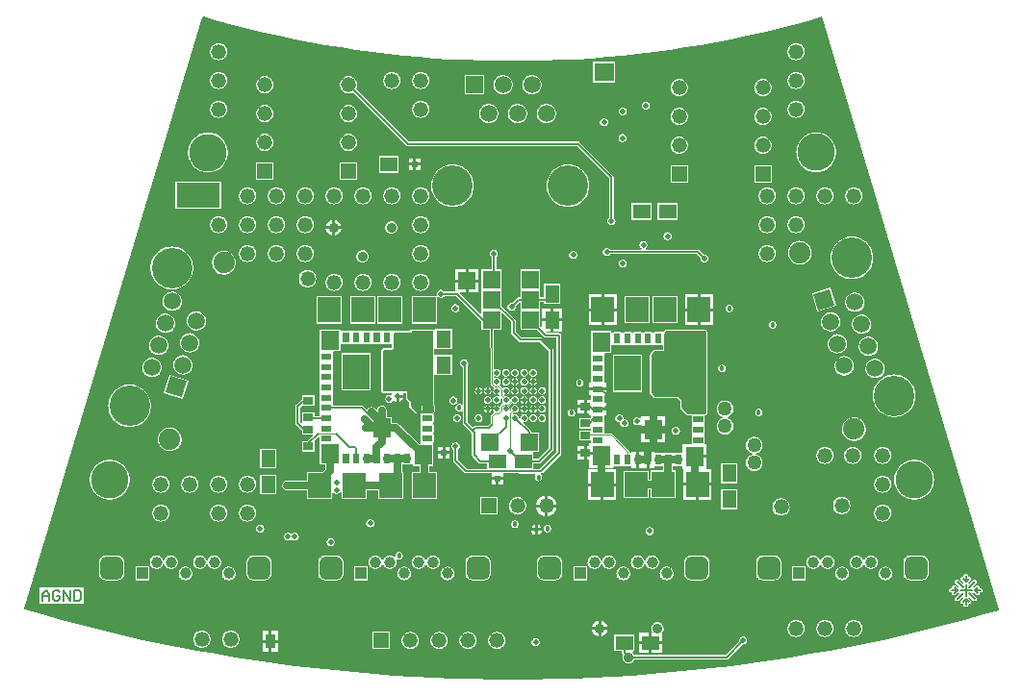
<source format=gbl>
%FSLAX25Y25*%
%MOIN*%
G70*
G01*
G75*
G04 Layer_Physical_Order=6*
G04 Layer_Color=16711680*
%ADD10C,0.00605*%
%ADD11R,0.03347X0.05118*%
%ADD12R,0.07087X0.06299*%
%ADD13C,0.02000*%
%ADD14R,0.01378X0.05512*%
%ADD15R,0.15000X0.08500*%
%ADD16R,0.02756X0.01575*%
%ADD17R,0.03543X0.02756*%
%ADD18R,0.06496X0.00984*%
%ADD19R,0.06496X0.00984*%
%ADD20R,0.06000X0.06000*%
%ADD21R,0.02756X0.03543*%
%ADD22R,0.05000X0.06000*%
%ADD23R,0.06000X0.05000*%
%ADD24C,0.00800*%
%ADD25C,0.02000*%
%ADD26C,0.00425*%
%ADD27C,0.00500*%
%ADD28C,0.00400*%
%ADD29C,0.00600*%
%ADD30C,0.05000*%
%ADD31R,0.05906X0.05906*%
%ADD32C,0.05906*%
%ADD33C,0.14000*%
%ADD34C,0.07400*%
%ADD35P,0.08352X4X152.0*%
%ADD36P,0.08352X4X298.0*%
%ADD37R,0.02362X0.03740*%
%ADD38C,0.03000*%
%ADD39C,0.04000*%
%ADD40P,0.02165X8X22.5*%
%ADD41R,0.03740X0.02362*%
%ADD42R,0.03937X0.03937*%
%ADD43C,0.03937*%
G04:AMPARAMS|DCode=44|XSize=78.74mil|YSize=78.74mil|CornerRadius=19.69mil|HoleSize=0mil|Usage=FLASHONLY|Rotation=0.000|XOffset=0mil|YOffset=0mil|HoleType=Round|Shape=RoundedRectangle|*
%AMROUNDEDRECTD44*
21,1,0.07874,0.03937,0,0,0.0*
21,1,0.03937,0.07874,0,0,0.0*
1,1,0.03937,0.01969,-0.01969*
1,1,0.03937,-0.01969,-0.01969*
1,1,0.03937,-0.01969,0.01969*
1,1,0.03937,0.01969,0.01969*
%
%ADD44ROUNDEDRECTD44*%
%ADD45C,0.03500*%
%ADD46R,0.05200X0.05200*%
%ADD47C,0.05200*%
%ADD48R,0.05200X0.05200*%
%ADD49R,0.02000X0.02000*%
%ADD50C,0.13000*%
%ADD51C,0.01800*%
%ADD52C,0.04000*%
%ADD53C,0.02800*%
%ADD54C,0.04500*%
%ADD55C,0.05543*%
%ADD56C,0.14800*%
%ADD57C,0.08200*%
%ADD58C,0.05500*%
G04:AMPARAMS|DCode=59|XSize=68mil|YSize=68mil|CornerRadius=0mil|HoleSize=0mil|Usage=FLASHONLY|Rotation=0.000|XOffset=0mil|YOffset=0mil|HoleType=Round|Shape=Relief|Width=10mil|Gap=10mil|Entries=4|*
%AMTHD59*
7,0,0,0.06800,0.04800,0.01000,45*
%
%ADD59THD59*%
G04:AMPARAMS|DCode=60|XSize=40mil|YSize=40mil|CornerRadius=0mil|HoleSize=0mil|Usage=FLASHONLY|Rotation=0.000|XOffset=0mil|YOffset=0mil|HoleType=Round|Shape=Relief|Width=6mil|Gap=8mil|Entries=4|*
%AMTHD60*
7,0,0,0.04000,0.02400,0.00600,45*
%
%ADD60THD60*%
G04:AMPARAMS|DCode=61|XSize=52mil|YSize=52mil|CornerRadius=0mil|HoleSize=0mil|Usage=FLASHONLY|Rotation=0.000|XOffset=0mil|YOffset=0mil|HoleType=Round|Shape=Relief|Width=6mil|Gap=8mil|Entries=4|*
%AMTHD61*
7,0,0,0.05200,0.03600,0.00600,45*
%
%ADD61THD61*%
G04:AMPARAMS|DCode=62|XSize=20mil|YSize=20mil|CornerRadius=0mil|HoleSize=0mil|Usage=FLASHONLY|Rotation=0.000|XOffset=0mil|YOffset=0mil|HoleType=Round|Shape=Relief|Width=4mil|Gap=3mil|Entries=4|*
%AMTHD62*
7,0,0,0.02000,0.01400,0.00400,45*
%
%ADD62THD62*%
%ADD63C,0.04913*%
%ADD64C,0.07315*%
%ADD65C,0.04200*%
%ADD66C,0.05800*%
%ADD67C,0.11600*%
%ADD68C,0.00480*%
%ADD69C,0.00390*%
%ADD70R,0.07874X0.08661*%
%ADD71R,0.06000X0.06000*%
%ADD72C,0.02500*%
%ADD73C,0.01500*%
G04:AMPARAMS|DCode=74|XSize=98mil|YSize=98mil|CornerRadius=0mil|HoleSize=0mil|Usage=FLASHONLY|Rotation=0.000|XOffset=0mil|YOffset=0mil|HoleType=Round|Shape=Relief|Width=10mil|Gap=10mil|Entries=4|*
%AMTHD74*
7,0,0,0.09800,0.07800,0.01000,45*
%
%ADD74THD74*%
%ADD75R,0.07874X0.08661*%
%ADD76R,0.09252X0.12205*%
%ADD77R,0.06299X0.06693*%
%ADD78R,0.06299X0.06693*%
%ADD79C,0.01000*%
%ADD80C,0.00375*%
%ADD81R,0.02000X0.01000*%
%ADD82R,0.07000X0.19000*%
%ADD83R,0.01000X0.14000*%
%ADD84R,0.05000X0.15000*%
%ADD85R,0.02000X0.01500*%
%ADD86R,0.06000X0.03500*%
%ADD87R,0.00500X0.01500*%
%ADD88R,0.01500X0.03000*%
%ADD89R,0.07500X0.26000*%
%ADD90R,0.02362X0.03740*%
%ADD91R,0.02362X0.03740*%
%ADD92R,0.02362X0.03740*%
%ADD93R,0.02362X0.03740*%
%ADD94R,0.03740X0.02362*%
%ADD95R,0.03740X0.02362*%
%ADD96R,0.06000X0.02760*%
%ADD97R,0.02107X0.03100*%
%ADD98R,0.05000X0.14260*%
%ADD99R,0.01000X0.13760*%
%ADD100R,0.02000X0.02000*%
G36*
X143364Y340127D02*
X148618Y338706D01*
X153891Y337361D01*
X159183Y336090D01*
X164492Y334895D01*
X169818Y333776D01*
X175159Y332734D01*
X180515Y331768D01*
X185884Y330878D01*
X191265Y330065D01*
X196657Y329329D01*
X202059Y328670D01*
X207470Y328088D01*
X212889Y327584D01*
X218314Y327157D01*
X223745Y326807D01*
X229180Y326536D01*
X234619Y326341D01*
X240060Y326225D01*
X245502Y326186D01*
X250944Y326225D01*
X256384Y326341D01*
X261823Y326536D01*
X267259Y326807D01*
X272689Y327157D01*
X278115Y327584D01*
X283533Y328088D01*
X288944Y328670D01*
X294346Y329329D01*
X299739Y330065D01*
X305120Y330878D01*
X310489Y331768D01*
X315844Y332734D01*
X321185Y333776D01*
X326511Y334895D01*
X331821Y336090D01*
X337112Y337361D01*
X342386Y338706D01*
X347639Y340127D01*
X352628Y341554D01*
X413982Y136018D01*
X413790Y135668D01*
X408610Y134184D01*
X401973Y132365D01*
X395316Y130622D01*
X388640Y128955D01*
X381945Y127364D01*
X375233Y125849D01*
X368504Y124411D01*
X361759Y123049D01*
X354999Y121764D01*
X348224Y120556D01*
X341437Y119426D01*
X334636Y118373D01*
X327825Y117397D01*
X321003Y116499D01*
X314171Y115678D01*
X307330Y114936D01*
X300481Y114271D01*
X293624Y113684D01*
X286762Y113175D01*
X279894Y112745D01*
X273022Y112393D01*
X266146Y112119D01*
X259268Y111923D01*
X252388Y111805D01*
X245507Y111766D01*
X238626Y111805D01*
X231746Y111923D01*
X224867Y112119D01*
X217991Y112393D01*
X211119Y112745D01*
X204252Y113175D01*
X197389Y113684D01*
X190533Y114271D01*
X183684Y114936D01*
X176843Y115678D01*
X170011Y116499D01*
X163189Y117397D01*
X156377Y118373D01*
X149577Y119426D01*
X142789Y120556D01*
X136015Y121764D01*
X129255Y123049D01*
X122510Y124411D01*
X115780Y125849D01*
X109068Y127364D01*
X102373Y128955D01*
X95697Y130622D01*
X89040Y132365D01*
X82404Y134184D01*
X76455Y135888D01*
X76263Y136239D01*
X137785Y341437D01*
X138132Y341623D01*
X143364Y340127D01*
D02*
G37*
%LPC*%
G36*
X239578Y206840D02*
X239371Y206777D01*
X239142Y206654D01*
X238941Y206489D01*
X238776Y206288D01*
X238653Y206059D01*
X238590Y205851D01*
X239578D01*
Y206840D01*
D02*
G37*
G36*
X108496Y154844D02*
X104560D01*
X104188Y154815D01*
X103825Y154728D01*
X103481Y154586D01*
X103163Y154391D01*
X102880Y154149D01*
X102637Y153865D01*
X102443Y153547D01*
X102300Y153203D01*
X102213Y152840D01*
X102184Y152469D01*
Y148532D01*
X102213Y148160D01*
X102300Y147798D01*
X102443Y147453D01*
X102637Y147135D01*
X102880Y146852D01*
X103163Y146610D01*
X103481Y146415D01*
X103825Y146272D01*
X104188Y146185D01*
X104560Y146156D01*
X108496D01*
X108868Y146185D01*
X109231Y146272D01*
X109575Y146415D01*
X109893Y146610D01*
X110177Y146852D01*
X110419Y147135D01*
X110613Y147453D01*
X110756Y147798D01*
X110843Y148160D01*
X110872Y148532D01*
Y152469D01*
X110843Y152840D01*
X110756Y153203D01*
X110613Y153547D01*
X110419Y153865D01*
X110177Y154149D01*
X109893Y154391D01*
X109575Y154586D01*
X109231Y154728D01*
X108868Y154815D01*
X108496Y154844D01*
D02*
G37*
G36*
X374516Y150907D02*
X374145Y150878D01*
X373782Y150791D01*
X373438Y150648D01*
X373120Y150454D01*
X372836Y150212D01*
X372594Y149928D01*
X372399Y149610D01*
X372257Y149266D01*
X372170Y148903D01*
X372140Y148532D01*
X372170Y148160D01*
X372257Y147797D01*
X372399Y147453D01*
X372594Y147135D01*
X372836Y146852D01*
X373120Y146609D01*
X373438Y146415D01*
X373782Y146272D01*
X374145Y146185D01*
X374516Y146156D01*
X374888Y146185D01*
X375250Y146272D01*
X375595Y146415D01*
X375913Y146609D01*
X376196Y146852D01*
X376438Y147135D01*
X376633Y147453D01*
X376776Y147797D01*
X376863Y148160D01*
X376892Y148532D01*
X376863Y148903D01*
X376776Y149266D01*
X376633Y149610D01*
X376438Y149928D01*
X376196Y150212D01*
X375913Y150454D01*
X375595Y150648D01*
X375250Y150791D01*
X374888Y150878D01*
X374516Y150907D01*
D02*
G37*
G36*
X237029Y206840D02*
Y205851D01*
X238017D01*
X237954Y206059D01*
X237832Y206288D01*
X237667Y206489D01*
X237466Y206654D01*
X237236Y206777D01*
X237029Y206840D01*
D02*
G37*
G36*
X184322Y154844D02*
X180385D01*
X180013Y154815D01*
X179651Y154728D01*
X179306Y154586D01*
X178988Y154391D01*
X178705Y154149D01*
X178463Y153865D01*
X178268Y153547D01*
X178125Y153203D01*
X178038Y152840D01*
X178009Y152469D01*
Y148532D01*
X178038Y148160D01*
X178125Y147798D01*
X178268Y147453D01*
X178463Y147135D01*
X178705Y146852D01*
X178988Y146610D01*
X179306Y146415D01*
X179651Y146272D01*
X180013Y146185D01*
X180385Y146156D01*
X184322D01*
X184694Y146185D01*
X185056Y146272D01*
X185400Y146415D01*
X185718Y146610D01*
X186002Y146852D01*
X186244Y147135D01*
X186439Y147453D01*
X186581Y147798D01*
X186669Y148160D01*
X186698Y148532D01*
Y152469D01*
X186669Y152840D01*
X186581Y153203D01*
X186439Y153547D01*
X186244Y153865D01*
X186002Y154149D01*
X185718Y154391D01*
X185400Y154586D01*
X185056Y154728D01*
X184694Y154815D01*
X184322Y154844D01*
D02*
G37*
G36*
X235346D02*
X231409D01*
X231037Y154815D01*
X230674Y154728D01*
X230330Y154586D01*
X230012Y154391D01*
X229729Y154149D01*
X229486Y153865D01*
X229292Y153547D01*
X229149Y153203D01*
X229062Y152840D01*
X229033Y152469D01*
Y148532D01*
X229062Y148160D01*
X229149Y147798D01*
X229292Y147453D01*
X229486Y147135D01*
X229729Y146852D01*
X230012Y146610D01*
X230330Y146415D01*
X230674Y146272D01*
X231037Y146185D01*
X231409Y146156D01*
X235346D01*
X235717Y146185D01*
X236080Y146272D01*
X236424Y146415D01*
X236742Y146610D01*
X237025Y146852D01*
X237268Y147135D01*
X237462Y147453D01*
X237605Y147798D01*
X237692Y148160D01*
X237721Y148532D01*
Y152469D01*
X237692Y152840D01*
X237605Y153203D01*
X237462Y153547D01*
X237268Y153865D01*
X237025Y154149D01*
X236742Y154391D01*
X236424Y154586D01*
X236080Y154728D01*
X235717Y154815D01*
X235346Y154844D01*
D02*
G37*
G36*
X236429Y206840D02*
X236221Y206777D01*
X235992Y206654D01*
X235791Y206489D01*
X235626Y206288D01*
X235503Y206059D01*
X235440Y205851D01*
X236429D01*
Y206840D01*
D02*
G37*
G36*
X159520Y154844D02*
X155583D01*
X155211Y154815D01*
X154849Y154728D01*
X154505Y154586D01*
X154187Y154391D01*
X153903Y154149D01*
X153661Y153865D01*
X153466Y153547D01*
X153324Y153203D01*
X153236Y152840D01*
X153207Y152469D01*
Y148532D01*
X153236Y148160D01*
X153324Y147798D01*
X153466Y147453D01*
X153661Y147135D01*
X153903Y146852D01*
X154187Y146610D01*
X154505Y146415D01*
X154849Y146272D01*
X155211Y146185D01*
X155583Y146156D01*
X159520D01*
X159892Y146185D01*
X160254Y146272D01*
X160599Y146415D01*
X160917Y146610D01*
X161200Y146852D01*
X161442Y147135D01*
X161637Y147453D01*
X161780Y147798D01*
X161867Y148160D01*
X161896Y148532D01*
Y152469D01*
X161867Y152840D01*
X161780Y153203D01*
X161637Y153547D01*
X161442Y153865D01*
X161200Y154149D01*
X160917Y154391D01*
X160599Y154586D01*
X160254Y154728D01*
X159892Y154815D01*
X159520Y154844D01*
D02*
G37*
G36*
X359516Y150907D02*
X359144Y150878D01*
X358782Y150791D01*
X358438Y150648D01*
X358120Y150454D01*
X357836Y150212D01*
X357594Y149928D01*
X357399Y149610D01*
X357257Y149266D01*
X357170Y148903D01*
X357140Y148532D01*
X357170Y148160D01*
X357257Y147797D01*
X357399Y147453D01*
X357594Y147135D01*
X357836Y146852D01*
X358120Y146609D01*
X358438Y146415D01*
X358782Y146272D01*
X359144Y146185D01*
X359516Y146156D01*
X359888Y146185D01*
X360250Y146272D01*
X360595Y146415D01*
X360913Y146609D01*
X361196Y146852D01*
X361438Y147135D01*
X361633Y147453D01*
X361776Y147797D01*
X361863Y148160D01*
X361892Y148532D01*
X361863Y148903D01*
X361776Y149266D01*
X361633Y149610D01*
X361438Y149928D01*
X361196Y150212D01*
X360913Y150454D01*
X360595Y150648D01*
X360250Y150791D01*
X359888Y150878D01*
X359516Y150907D01*
D02*
G37*
G36*
X222865D02*
X222494Y150878D01*
X222131Y150791D01*
X221787Y150648D01*
X221469Y150454D01*
X221185Y150212D01*
X220943Y149928D01*
X220748Y149610D01*
X220606Y149266D01*
X220519Y148903D01*
X220489Y148532D01*
X220519Y148160D01*
X220606Y147797D01*
X220748Y147453D01*
X220943Y147135D01*
X221185Y146852D01*
X221469Y146609D01*
X221787Y146415D01*
X222131Y146272D01*
X222494Y146185D01*
X222865Y146156D01*
X223237Y146185D01*
X223599Y146272D01*
X223944Y146415D01*
X224262Y146609D01*
X224545Y146852D01*
X224787Y147135D01*
X224982Y147453D01*
X225125Y147797D01*
X225212Y148160D01*
X225241Y148532D01*
X225212Y148903D01*
X225125Y149266D01*
X224982Y149610D01*
X224787Y149928D01*
X224545Y150212D01*
X224262Y150454D01*
X223944Y150648D01*
X223599Y150791D01*
X223237Y150878D01*
X222865Y150907D01*
D02*
G37*
G36*
X283691D02*
X283319Y150878D01*
X282957Y150791D01*
X282612Y150648D01*
X282294Y150454D01*
X282011Y150212D01*
X281769Y149928D01*
X281574Y149610D01*
X281431Y149266D01*
X281344Y148903D01*
X281315Y148532D01*
X281344Y148160D01*
X281431Y147797D01*
X281574Y147453D01*
X281769Y147135D01*
X282011Y146852D01*
X282294Y146609D01*
X282612Y146415D01*
X282957Y146272D01*
X283319Y146185D01*
X283691Y146156D01*
X284063Y146185D01*
X284425Y146272D01*
X284769Y146415D01*
X285087Y146609D01*
X285371Y146852D01*
X285613Y147135D01*
X285808Y147453D01*
X285950Y147797D01*
X286037Y148160D01*
X286067Y148532D01*
X286037Y148903D01*
X285950Y149266D01*
X285808Y149610D01*
X285613Y149928D01*
X285371Y150212D01*
X285087Y150454D01*
X284769Y150648D01*
X284425Y150791D01*
X284063Y150878D01*
X283691Y150907D01*
D02*
G37*
G36*
X147040D02*
X146668Y150878D01*
X146306Y150791D01*
X145961Y150648D01*
X145643Y150454D01*
X145360Y150212D01*
X145118Y149928D01*
X144923Y149610D01*
X144780Y149266D01*
X144693Y148903D01*
X144664Y148532D01*
X144693Y148160D01*
X144780Y147797D01*
X144923Y147453D01*
X145118Y147135D01*
X145360Y146852D01*
X145643Y146609D01*
X145961Y146415D01*
X146306Y146272D01*
X146668Y146185D01*
X147040Y146156D01*
X147412Y146185D01*
X147774Y146272D01*
X148118Y146415D01*
X148436Y146609D01*
X148720Y146852D01*
X148962Y147135D01*
X149157Y147453D01*
X149299Y147797D01*
X149386Y148160D01*
X149416Y148532D01*
X149386Y148903D01*
X149299Y149266D01*
X149157Y149610D01*
X148962Y149928D01*
X148720Y150212D01*
X148436Y150454D01*
X148118Y150648D01*
X147774Y150791D01*
X147412Y150878D01*
X147040Y150907D01*
D02*
G37*
G36*
X207865D02*
X207493Y150878D01*
X207131Y150791D01*
X206787Y150648D01*
X206469Y150454D01*
X206185Y150212D01*
X205943Y149928D01*
X205748Y149610D01*
X205606Y149266D01*
X205519Y148903D01*
X205489Y148532D01*
X205519Y148160D01*
X205606Y147797D01*
X205748Y147453D01*
X205943Y147135D01*
X206185Y146852D01*
X206469Y146609D01*
X206787Y146415D01*
X207131Y146272D01*
X207493Y146185D01*
X207865Y146156D01*
X208237Y146185D01*
X208599Y146272D01*
X208944Y146415D01*
X209262Y146609D01*
X209545Y146852D01*
X209787Y147135D01*
X209982Y147453D01*
X210125Y147797D01*
X210212Y148160D01*
X210241Y148532D01*
X210212Y148903D01*
X210125Y149266D01*
X209982Y149610D01*
X209787Y149928D01*
X209545Y150212D01*
X209262Y150454D01*
X208944Y150648D01*
X208599Y150791D01*
X208237Y150878D01*
X207865Y150907D01*
D02*
G37*
G36*
X270028Y208831D02*
X267756D01*
Y206953D01*
X270028D01*
Y208831D01*
D02*
G37*
G36*
X298691Y150907D02*
X298319Y150878D01*
X297957Y150791D01*
X297612Y150648D01*
X297294Y150454D01*
X297011Y150212D01*
X296769Y149928D01*
X296574Y149610D01*
X296431Y149266D01*
X296344Y148903D01*
X296315Y148532D01*
X296344Y148160D01*
X296431Y147797D01*
X296574Y147453D01*
X296769Y147135D01*
X297011Y146852D01*
X297294Y146609D01*
X297612Y146415D01*
X297957Y146272D01*
X298319Y146185D01*
X298691Y146156D01*
X299062Y146185D01*
X299425Y146272D01*
X299769Y146415D01*
X300087Y146609D01*
X300371Y146852D01*
X300613Y147135D01*
X300808Y147453D01*
X300950Y147797D01*
X301037Y148160D01*
X301067Y148532D01*
X301037Y148903D01*
X300950Y149266D01*
X300808Y149610D01*
X300613Y149928D01*
X300371Y150212D01*
X300087Y150454D01*
X299769Y150648D01*
X299425Y150791D01*
X299062Y150878D01*
X298691Y150907D01*
D02*
G37*
G36*
X236729Y210057D02*
X236464Y210031D01*
X236210Y209954D01*
X235975Y209829D01*
X235770Y209660D01*
X235601Y209454D01*
X235475Y209220D01*
X235398Y208965D01*
X235372Y208701D01*
X235398Y208436D01*
X235475Y208182D01*
X235601Y207947D01*
X235770Y207742D01*
X235975Y207573D01*
X236210Y207448D01*
X236464Y207370D01*
X236729Y207344D01*
X236993Y207370D01*
X237248Y207448D01*
X237483Y207573D01*
X237688Y207742D01*
X237857Y207947D01*
X237982Y208182D01*
X238059Y208436D01*
X238085Y208701D01*
X238059Y208965D01*
X237982Y209220D01*
X237857Y209454D01*
X237688Y209660D01*
X237483Y209829D01*
X237248Y209954D01*
X236993Y210031D01*
X236729Y210057D01*
D02*
G37*
G36*
X224828Y209907D02*
X224553Y209880D01*
X224290Y209800D01*
X224046Y209670D01*
X223833Y209495D01*
X223658Y209282D01*
X223528Y209038D01*
X223448Y208774D01*
X223421Y208500D01*
X223448Y208226D01*
X223528Y207962D01*
X223658Y207718D01*
X223833Y207505D01*
X224046Y207330D01*
X224290Y207200D01*
X224553Y207120D01*
X224828Y207093D01*
X225102Y207120D01*
X225366Y207200D01*
X225610Y207330D01*
X225823Y207505D01*
X225998Y207718D01*
X226128Y207962D01*
X226208Y208226D01*
X226235Y208500D01*
X226208Y208774D01*
X226128Y209038D01*
X225998Y209282D01*
X225823Y209495D01*
X225610Y209670D01*
X225366Y209800D01*
X225102Y209880D01*
X224828Y209907D01*
D02*
G37*
G36*
X233579Y203758D02*
X233315Y203732D01*
X233060Y203655D01*
X232826Y203530D01*
X232620Y203361D01*
X232451Y203155D01*
X232326Y202921D01*
X232249Y202666D01*
X232223Y202402D01*
X232249Y202137D01*
X232326Y201883D01*
X232451Y201648D01*
X232620Y201442D01*
X232826Y201274D01*
X233060Y201148D01*
X233315Y201071D01*
X233579Y201045D01*
X233844Y201071D01*
X234098Y201148D01*
X234333Y201274D01*
X234538Y201442D01*
X234707Y201648D01*
X234833Y201883D01*
X234910Y202137D01*
X234936Y202402D01*
X234910Y202666D01*
X234833Y202921D01*
X234707Y203155D01*
X234538Y203361D01*
X234333Y203530D01*
X234098Y203655D01*
X233844Y203732D01*
X233579Y203758D01*
D02*
G37*
G36*
X226126Y203808D02*
X225852Y203781D01*
X225588Y203701D01*
X225345Y203571D01*
X225132Y203396D01*
X224957Y203183D01*
X224827Y202940D01*
X224747Y202676D01*
X224720Y202402D01*
X224747Y202127D01*
X224827Y201863D01*
X224957Y201620D01*
X225132Y201407D01*
X225345Y201232D01*
X225588Y201102D01*
X225852Y201022D01*
X226126Y200995D01*
X226401Y201022D01*
X226665Y201102D01*
X226908Y201232D01*
X227121Y201407D01*
X227296Y201620D01*
X227426Y201863D01*
X227506Y202127D01*
X227533Y202402D01*
X227506Y202676D01*
X227426Y202940D01*
X227296Y203183D01*
X227121Y203396D01*
X226908Y203571D01*
X226665Y203701D01*
X226401Y203781D01*
X226126Y203808D01*
D02*
G37*
G36*
X335973Y154844D02*
X332036D01*
X331664Y154815D01*
X331302Y154728D01*
X330957Y154586D01*
X330639Y154391D01*
X330356Y154149D01*
X330114Y153865D01*
X329919Y153547D01*
X329776Y153203D01*
X329689Y152840D01*
X329660Y152469D01*
Y148532D01*
X329689Y148160D01*
X329776Y147798D01*
X329919Y147453D01*
X330114Y147135D01*
X330356Y146852D01*
X330639Y146610D01*
X330957Y146415D01*
X331302Y146272D01*
X331664Y146185D01*
X332036Y146156D01*
X335973D01*
X336345Y146185D01*
X336707Y146272D01*
X337052Y146415D01*
X337369Y146610D01*
X337653Y146852D01*
X337895Y147135D01*
X338090Y147453D01*
X338232Y147798D01*
X338319Y148160D01*
X338349Y148532D01*
Y152469D01*
X338319Y152840D01*
X338232Y153203D01*
X338090Y153547D01*
X337895Y153865D01*
X337653Y154149D01*
X337369Y154391D01*
X337052Y154586D01*
X336707Y154728D01*
X336345Y154815D01*
X335973Y154844D01*
D02*
G37*
G36*
X386997D02*
X383060D01*
X382688Y154815D01*
X382325Y154728D01*
X381981Y154586D01*
X381663Y154391D01*
X381380Y154149D01*
X381137Y153865D01*
X380943Y153547D01*
X380800Y153203D01*
X380713Y152840D01*
X380684Y152469D01*
Y148532D01*
X380713Y148160D01*
X380800Y147798D01*
X380943Y147453D01*
X381137Y147135D01*
X381380Y146852D01*
X381663Y146610D01*
X381981Y146415D01*
X382325Y146272D01*
X382688Y146185D01*
X383060Y146156D01*
X386997D01*
X387368Y146185D01*
X387731Y146272D01*
X388075Y146415D01*
X388393Y146610D01*
X388677Y146852D01*
X388919Y147135D01*
X389113Y147453D01*
X389256Y147798D01*
X389343Y148160D01*
X389372Y148532D01*
Y152469D01*
X389343Y152840D01*
X389256Y153203D01*
X389113Y153547D01*
X388919Y153865D01*
X388677Y154149D01*
X388393Y154391D01*
X388075Y154586D01*
X387731Y154728D01*
X387368Y154815D01*
X386997Y154844D01*
D02*
G37*
G36*
X282329Y203705D02*
X282055Y203678D01*
X281791Y203598D01*
X281548Y203468D01*
X281335Y203293D01*
X281160Y203080D01*
X281030Y202837D01*
X280950Y202573D01*
X280923Y202299D01*
X280950Y202024D01*
X281030Y201760D01*
X281160Y201517D01*
X281335Y201304D01*
X281548Y201129D01*
X281791Y200999D01*
X282055Y200919D01*
X282329Y200892D01*
X282338Y200893D01*
X282621Y200610D01*
X282620Y200602D01*
X282647Y200327D01*
X282727Y200063D01*
X282857Y199820D01*
X283032Y199607D01*
X283245Y199432D01*
X283488Y199302D01*
X283752Y199222D01*
X284027Y199195D01*
X284301Y199222D01*
X284565Y199302D01*
X284808Y199432D01*
X285021Y199607D01*
X285196Y199820D01*
X285326Y200063D01*
X285406Y200327D01*
X285433Y200602D01*
X285406Y200876D01*
X285326Y201140D01*
X285196Y201383D01*
X285021Y201596D01*
X284808Y201771D01*
X284565Y201901D01*
X284301Y201981D01*
X284027Y202008D01*
X284018Y202008D01*
X283735Y202290D01*
X283736Y202299D01*
X283709Y202573D01*
X283629Y202837D01*
X283499Y203080D01*
X283324Y203293D01*
X283111Y203468D01*
X282868Y203598D01*
X282604Y203678D01*
X282329Y203705D01*
D02*
G37*
G36*
X298134Y202858D02*
X294485D01*
Y199012D01*
X298134D01*
Y202858D01*
D02*
G37*
G36*
X277662Y211988D02*
X271922D01*
Y210307D01*
X272522D01*
Y208831D01*
X271028D01*
Y206453D01*
Y204075D01*
X271922D01*
Y203221D01*
X272522D01*
Y202325D01*
X268356D01*
Y198769D01*
X272522D01*
Y198083D01*
X268356D01*
Y194528D01*
X272522D01*
Y193803D01*
X271922D01*
Y192778D01*
X271028D01*
Y190400D01*
Y188022D01*
X271922D01*
Y185110D01*
X280221D01*
Y185466D01*
X280465Y185702D01*
X280465D01*
Y185702D01*
D01*
X282828D01*
X282868Y185710D01*
X283164D01*
Y185710D01*
X283164D01*
X283164Y185710D01*
X283545D01*
Y185710D01*
X283969D01*
X284009Y185702D01*
X286371D01*
X286489Y185110D01*
Y185110D01*
X288170D01*
Y187980D01*
Y190850D01*
X286489D01*
Y190850D01*
X286371Y190258D01*
X285732D01*
Y190802D01*
X285711Y190958D01*
X285650Y191104D01*
X285554Y191229D01*
X279816Y196968D01*
X279690Y197064D01*
X279544Y197125D01*
X279388Y197145D01*
X277062D01*
Y199896D01*
D01*
Y199896D01*
X277062Y199896D01*
Y200277D01*
X277062D01*
Y203221D01*
X277662D01*
Y204902D01*
X274792D01*
Y205902D01*
X277662D01*
Y207583D01*
X277062D01*
Y210307D01*
X277662D01*
Y211988D01*
D02*
G37*
G36*
X112718Y214037D02*
X111992Y214002D01*
X111272Y213897D01*
X110567Y213722D01*
X109881Y213479D01*
X109223Y213169D01*
X108599Y212797D01*
X108014Y212365D01*
X107474Y211878D01*
X106985Y211340D01*
X106551Y210757D01*
X106175Y210135D01*
X105863Y209478D01*
X105617Y208794D01*
X105438Y208089D01*
X105330Y207370D01*
X105293Y206644D01*
X105327Y205918D01*
X105432Y205198D01*
X105607Y204492D01*
X105851Y203807D01*
X106160Y203149D01*
X106533Y202525D01*
X106964Y201940D01*
X107451Y201400D01*
X107989Y200911D01*
X108572Y200476D01*
X109195Y200101D01*
X109852Y199789D01*
X110536Y199542D01*
X111241Y199364D01*
X111960Y199256D01*
X112686Y199219D01*
X113412Y199253D01*
X114131Y199358D01*
X114837Y199533D01*
X115522Y199776D01*
X116180Y200086D01*
X116805Y200458D01*
X117390Y200890D01*
X117929Y201377D01*
X118419Y201915D01*
X118853Y202498D01*
X119228Y203121D01*
X119541Y203778D01*
X119787Y204462D01*
X119965Y205166D01*
X120073Y205885D01*
X120111Y206611D01*
X120077Y207338D01*
X119972Y208057D01*
X119796Y208763D01*
X119553Y209448D01*
X119244Y210106D01*
X118871Y210730D01*
X118439Y211315D01*
X117952Y211855D01*
X117414Y212345D01*
X116831Y212779D01*
X116209Y213154D01*
X115552Y213466D01*
X114868Y213713D01*
X114163Y213891D01*
X113444Y213999D01*
X112718Y214037D01*
D02*
G37*
G36*
X293485Y202858D02*
X289835D01*
Y202386D01*
X289458Y202251D01*
X289423Y202295D01*
X289210Y202470D01*
X288966Y202600D01*
X288703Y202680D01*
X288428Y202707D01*
X288154Y202680D01*
X287890Y202600D01*
X287647Y202470D01*
X287433Y202295D01*
X287258Y202082D01*
X287128Y201838D01*
X287048Y201574D01*
X287021Y201300D01*
X287048Y201026D01*
X287128Y200762D01*
X287258Y200518D01*
X287433Y200305D01*
X287647Y200130D01*
X287890Y200000D01*
X288154Y199920D01*
X288428Y199893D01*
X288703Y199920D01*
X288966Y200000D01*
X289210Y200130D01*
X289423Y200305D01*
X289458Y200349D01*
X289835Y200214D01*
Y199012D01*
X293485D01*
Y202858D01*
D02*
G37*
G36*
X236429Y205251D02*
X235440D01*
X235503Y205044D01*
X235626Y204814D01*
X235791Y204613D01*
X235992Y204448D01*
X236221Y204326D01*
X236429Y204263D01*
Y205251D01*
D02*
G37*
G36*
X311171Y154844D02*
X307234D01*
X306862Y154815D01*
X306500Y154728D01*
X306155Y154586D01*
X305838Y154391D01*
X305554Y154149D01*
X305312Y153865D01*
X305117Y153547D01*
X304975Y153203D01*
X304888Y152840D01*
X304858Y152469D01*
Y148532D01*
X304888Y148160D01*
X304975Y147798D01*
X305117Y147453D01*
X305312Y147135D01*
X305554Y146852D01*
X305838Y146610D01*
X306155Y146415D01*
X306500Y146272D01*
X306862Y146185D01*
X307234Y146156D01*
X311171D01*
X311543Y146185D01*
X311905Y146272D01*
X312250Y146415D01*
X312568Y146610D01*
X312851Y146852D01*
X313093Y147135D01*
X313288Y147453D01*
X313431Y147798D01*
X313518Y148160D01*
X313547Y148532D01*
Y152469D01*
X313518Y152840D01*
X313431Y153203D01*
X313288Y153547D01*
X313093Y153865D01*
X312851Y154149D01*
X312568Y154391D01*
X312250Y154586D01*
X311905Y154728D01*
X311543Y154815D01*
X311171Y154844D01*
D02*
G37*
G36*
X260148D02*
X256210D01*
X255839Y154815D01*
X255476Y154728D01*
X255132Y154586D01*
X254814Y154391D01*
X254531Y154149D01*
X254288Y153865D01*
X254094Y153547D01*
X253951Y153203D01*
X253864Y152840D01*
X253835Y152469D01*
Y148532D01*
X253864Y148160D01*
X253951Y147798D01*
X254094Y147453D01*
X254288Y147135D01*
X254531Y146852D01*
X254814Y146610D01*
X255132Y146415D01*
X255476Y146272D01*
X255839Y146185D01*
X256210Y146156D01*
X260148D01*
X260519Y146185D01*
X260882Y146272D01*
X261226Y146415D01*
X261544Y146610D01*
X261827Y146852D01*
X262070Y147135D01*
X262264Y147453D01*
X262407Y147798D01*
X262494Y148160D01*
X262523Y148532D01*
Y152469D01*
X262494Y152840D01*
X262407Y153203D01*
X262264Y153547D01*
X262070Y153865D01*
X261827Y154149D01*
X261544Y154391D01*
X261226Y154586D01*
X260882Y154728D01*
X260519Y154815D01*
X260148Y154844D01*
D02*
G37*
G36*
X238017Y205251D02*
X237029D01*
Y204263D01*
X237236Y204326D01*
X237466Y204448D01*
X237667Y204613D01*
X237832Y204814D01*
X237954Y205044D01*
X238017Y205251D01*
D02*
G37*
G36*
X265728Y205506D02*
X265473Y205481D01*
X265228Y205407D01*
X265002Y205286D01*
X264804Y205124D01*
X264642Y204926D01*
X264521Y204700D01*
X264447Y204455D01*
X264422Y204200D01*
X264447Y203945D01*
X264521Y203700D01*
X264642Y203474D01*
X264804Y203276D01*
X265002Y203114D01*
X265228Y202993D01*
X265473Y202919D01*
X265728Y202894D01*
X265983Y202919D01*
X266228Y202993D01*
X266454Y203114D01*
X266652Y203276D01*
X266814Y203474D01*
X266935Y203700D01*
X267009Y203945D01*
X267034Y204200D01*
X267009Y204455D01*
X266935Y204700D01*
X266814Y204926D01*
X266652Y205124D01*
X266454Y205286D01*
X266228Y205407D01*
X265983Y205481D01*
X265728Y205506D01*
D02*
G37*
G36*
X377481Y217533D02*
X376755Y217496D01*
X376036Y217388D01*
X375331Y217210D01*
X374647Y216963D01*
X373990Y216651D01*
X373367Y216276D01*
X372784Y215841D01*
X372247Y215352D01*
X371760Y214812D01*
X371328Y214227D01*
X370955Y213603D01*
X370646Y212945D01*
X370403Y212260D01*
X370227Y211554D01*
X370122Y210835D01*
X370088Y210108D01*
X370125Y209382D01*
X370234Y208663D01*
X370412Y207958D01*
X370658Y207274D01*
X370971Y206618D01*
X371346Y205995D01*
X371780Y205412D01*
X372270Y204874D01*
X372809Y204387D01*
X373394Y203955D01*
X374019Y203583D01*
X374677Y203273D01*
X375362Y203030D01*
X376067Y202855D01*
X376787Y202750D01*
X377513Y202715D01*
X378239Y202753D01*
X378958Y202861D01*
X379663Y203039D01*
X380347Y203286D01*
X381004Y203598D01*
X381627Y203973D01*
X382210Y204408D01*
X382747Y204897D01*
X383235Y205437D01*
X383666Y206022D01*
X384039Y206646D01*
X384348Y207304D01*
X384592Y207989D01*
X384767Y208695D01*
X384872Y209414D01*
X384906Y210140D01*
X384869Y210867D01*
X384760Y211586D01*
X384582Y212291D01*
X384336Y212975D01*
X384023Y213631D01*
X383648Y214254D01*
X383214Y214837D01*
X382724Y215375D01*
X382185Y215862D01*
X381600Y216294D01*
X380975Y216666D01*
X380317Y216975D01*
X379632Y217219D01*
X378927Y217394D01*
X378207Y217499D01*
X377481Y217533D01*
D02*
G37*
G36*
X270028Y205953D02*
X267756D01*
Y204075D01*
X270028D01*
Y205953D01*
D02*
G37*
G36*
X330628Y205706D02*
X330373Y205681D01*
X330128Y205607D01*
X329902Y205486D01*
X329704Y205324D01*
X329542Y205126D01*
X329421Y204900D01*
X329347Y204655D01*
X329322Y204400D01*
X329347Y204145D01*
X329421Y203900D01*
X329542Y203674D01*
X329704Y203476D01*
X329902Y203314D01*
X330128Y203193D01*
X330373Y203119D01*
X330628Y203094D01*
X330883Y203119D01*
X331128Y203193D01*
X331354Y203314D01*
X331552Y203476D01*
X331714Y203674D01*
X331835Y203900D01*
X331909Y204145D01*
X331934Y204400D01*
X331909Y204655D01*
X331835Y204900D01*
X331714Y205126D01*
X331552Y205324D01*
X331354Y205486D01*
X331128Y205607D01*
X330883Y205681D01*
X330628Y205706D01*
D02*
G37*
G36*
X160982Y128559D02*
X158808D01*
Y125500D01*
X160982D01*
Y128559D01*
D02*
G37*
G36*
X164155D02*
X161982D01*
Y125500D01*
X164155D01*
Y128559D01*
D02*
G37*
G36*
X292528Y128000D02*
X289028D01*
Y125000D01*
X292528D01*
Y128000D01*
D02*
G37*
G36*
X295528Y131657D02*
X295191Y131630D01*
X294862Y131551D01*
X294549Y131422D01*
X294260Y131245D01*
X294003Y131025D01*
X293783Y130768D01*
X293606Y130479D01*
X293477Y130166D01*
X293398Y129837D01*
X293371Y129500D01*
X293398Y129163D01*
X293477Y128834D01*
X293606Y128521D01*
X293712Y128349D01*
X293528Y128021D01*
Y125000D01*
X297028D01*
Y127954D01*
X297053Y127975D01*
X297273Y128232D01*
X297450Y128521D01*
X297579Y128834D01*
X297658Y129163D01*
X297685Y129500D01*
X297658Y129837D01*
X297579Y130166D01*
X297450Y130479D01*
X297273Y130768D01*
X297053Y131025D01*
X296796Y131245D01*
X296507Y131422D01*
X296194Y131551D01*
X295865Y131630D01*
X295528Y131657D01*
D02*
G37*
G36*
X233879Y213139D02*
Y212150D01*
X234868D01*
X234805Y212358D01*
X234682Y212587D01*
X234517Y212788D01*
X234316Y212953D01*
X234087Y213076D01*
X233879Y213139D01*
D02*
G37*
G36*
X233279D02*
X233072Y213076D01*
X232842Y212953D01*
X232641Y212788D01*
X232476Y212587D01*
X232354Y212358D01*
X232291Y212150D01*
X233279D01*
Y213139D01*
D02*
G37*
G36*
X237029D02*
Y212150D01*
X238017D01*
X237954Y212358D01*
X237832Y212587D01*
X237667Y212788D01*
X237466Y212953D01*
X237236Y213076D01*
X237029Y213139D01*
D02*
G37*
G36*
X236429D02*
X236221Y213076D01*
X235992Y212953D01*
X235791Y212788D01*
X235626Y212587D01*
X235503Y212358D01*
X235440Y212150D01*
X236429D01*
Y213139D01*
D02*
G37*
G36*
X268628Y215906D02*
X268373Y215881D01*
X268128Y215807D01*
X267902Y215686D01*
X267704Y215524D01*
X267542Y215326D01*
X267421Y215100D01*
X267347Y214855D01*
X267322Y214600D01*
X267347Y214345D01*
X267421Y214100D01*
X267542Y213874D01*
X267704Y213676D01*
X267902Y213514D01*
X268128Y213393D01*
X268373Y213319D01*
X268628Y213294D01*
X268883Y213319D01*
X269128Y213393D01*
X269354Y213514D01*
X269552Y213676D01*
X269714Y213874D01*
X269835Y214100D01*
X269909Y214345D01*
X269934Y214600D01*
X269909Y214855D01*
X269835Y215100D01*
X269714Y215326D01*
X269552Y215524D01*
X269354Y215686D01*
X269128Y215807D01*
X268883Y215881D01*
X268628Y215906D01*
D02*
G37*
G36*
X239928Y128309D02*
X239457Y128272D01*
X238998Y128162D01*
X238562Y127981D01*
X238159Y127735D01*
X237800Y127428D01*
X237493Y127069D01*
X237247Y126666D01*
X237066Y126230D01*
X236956Y125771D01*
X236919Y125300D01*
X236956Y124829D01*
X237066Y124370D01*
X237247Y123934D01*
X237493Y123531D01*
X237800Y123172D01*
X238159Y122865D01*
X238562Y122619D01*
X238998Y122438D01*
X239457Y122328D01*
X239928Y122291D01*
X240399Y122328D01*
X240858Y122438D01*
X241294Y122619D01*
X241697Y122865D01*
X242056Y123172D01*
X242363Y123531D01*
X242609Y123934D01*
X242790Y124370D01*
X242900Y124829D01*
X242937Y125300D01*
X242900Y125771D01*
X242790Y126230D01*
X242609Y126666D01*
X242363Y127069D01*
X242056Y127428D01*
X241697Y127735D01*
X241294Y127981D01*
X240858Y128162D01*
X240399Y128272D01*
X239928Y128309D01*
D02*
G37*
G36*
X202928Y128300D02*
X196928D01*
Y122300D01*
X202928D01*
Y128300D01*
D02*
G37*
G36*
X219928Y128309D02*
X219457Y128272D01*
X218998Y128162D01*
X218562Y127981D01*
X218159Y127735D01*
X217800Y127428D01*
X217493Y127069D01*
X217247Y126666D01*
X217066Y126230D01*
X216956Y125771D01*
X216919Y125300D01*
X216956Y124829D01*
X217066Y124370D01*
X217247Y123934D01*
X217493Y123531D01*
X217800Y123172D01*
X218159Y122865D01*
X218562Y122619D01*
X218998Y122438D01*
X219457Y122328D01*
X219928Y122291D01*
X220399Y122328D01*
X220858Y122438D01*
X221294Y122619D01*
X221697Y122865D01*
X222056Y123172D01*
X222363Y123531D01*
X222609Y123934D01*
X222790Y124370D01*
X222900Y124829D01*
X222937Y125300D01*
X222900Y125771D01*
X222790Y126230D01*
X222609Y126666D01*
X222363Y127069D01*
X222056Y127428D01*
X221697Y127735D01*
X221294Y127981D01*
X220858Y128162D01*
X220399Y128272D01*
X219928Y128309D01*
D02*
G37*
G36*
X229928D02*
X229457Y128272D01*
X228998Y128162D01*
X228562Y127981D01*
X228159Y127735D01*
X227800Y127428D01*
X227493Y127069D01*
X227247Y126666D01*
X227066Y126230D01*
X226956Y125771D01*
X226919Y125300D01*
X226956Y124829D01*
X227066Y124370D01*
X227247Y123934D01*
X227493Y123531D01*
X227800Y123172D01*
X228159Y122865D01*
X228562Y122619D01*
X228998Y122438D01*
X229457Y122328D01*
X229928Y122291D01*
X230399Y122328D01*
X230858Y122438D01*
X231294Y122619D01*
X231697Y122865D01*
X232056Y123172D01*
X232363Y123531D01*
X232609Y123934D01*
X232790Y124370D01*
X232900Y124829D01*
X232937Y125300D01*
X232900Y125771D01*
X232790Y126230D01*
X232609Y126666D01*
X232363Y127069D01*
X232056Y127428D01*
X231697Y127735D01*
X231294Y127981D01*
X230858Y128162D01*
X230399Y128272D01*
X229928Y128309D01*
D02*
G37*
G36*
X253328Y126107D02*
X253053Y126080D01*
X252790Y126000D01*
X252546Y125870D01*
X252333Y125695D01*
X252158Y125482D01*
X252028Y125238D01*
X251948Y124975D01*
X251921Y124700D01*
X251948Y124425D01*
X252028Y124162D01*
X252158Y123918D01*
X252333Y123705D01*
X252546Y123530D01*
X252790Y123400D01*
X253053Y123320D01*
X253328Y123293D01*
X253602Y123320D01*
X253866Y123400D01*
X254110Y123530D01*
X254323Y123705D01*
X254498Y123918D01*
X254628Y124162D01*
X254708Y124425D01*
X254735Y124700D01*
X254708Y124975D01*
X254628Y125238D01*
X254498Y125482D01*
X254323Y125695D01*
X254110Y125870D01*
X253866Y126000D01*
X253602Y126080D01*
X253328Y126107D01*
D02*
G37*
G36*
X287428Y127400D02*
X280628D01*
Y121600D01*
X283221D01*
Y121000D01*
X283249Y120791D01*
X283329Y120597D01*
X283457Y120429D01*
X283548Y120339D01*
X283477Y120166D01*
X283398Y119837D01*
X283371Y119500D01*
X283398Y119163D01*
X283477Y118834D01*
X283606Y118521D01*
X283783Y118232D01*
X284003Y117975D01*
X284260Y117755D01*
X284549Y117578D01*
X284862Y117449D01*
X285191Y117370D01*
X285528Y117343D01*
X285865Y117370D01*
X286194Y117449D01*
X286507Y117578D01*
X286796Y117755D01*
X287053Y117975D01*
X287273Y118232D01*
X287450Y118521D01*
X287521Y118693D01*
X319428D01*
X319637Y118721D01*
X319831Y118801D01*
X319999Y118929D01*
X319999Y118929D01*
X319999Y118929D01*
X324986Y123917D01*
X325228Y123893D01*
X325502Y123920D01*
X325766Y124000D01*
X326010Y124130D01*
X326223Y124305D01*
X326398Y124518D01*
X326528Y124762D01*
X326608Y125025D01*
X326635Y125300D01*
X326608Y125575D01*
X326528Y125838D01*
X326398Y126082D01*
X326223Y126295D01*
X326010Y126470D01*
X325766Y126600D01*
X325502Y126680D01*
X325228Y126707D01*
X324954Y126680D01*
X324690Y126600D01*
X324446Y126470D01*
X324233Y126295D01*
X324058Y126082D01*
X323928Y125838D01*
X323848Y125575D01*
X323821Y125300D01*
X323845Y125058D01*
X319094Y120307D01*
X287521D01*
X287450Y120479D01*
X287273Y120768D01*
X287053Y121025D01*
X286819Y121225D01*
X286873Y121371D01*
X287013Y121600D01*
X287428D01*
Y127400D01*
D02*
G37*
G36*
X137728Y128809D02*
X137257Y128772D01*
X136798Y128662D01*
X136362Y128481D01*
X135959Y128235D01*
X135600Y127928D01*
X135293Y127569D01*
X135047Y127166D01*
X134866Y126730D01*
X134756Y126271D01*
X134719Y125800D01*
X134756Y125329D01*
X134866Y124870D01*
X135047Y124434D01*
X135293Y124031D01*
X135600Y123672D01*
X135959Y123365D01*
X136362Y123119D01*
X136798Y122938D01*
X137257Y122828D01*
X137728Y122791D01*
X138199Y122828D01*
X138658Y122938D01*
X139094Y123119D01*
X139497Y123365D01*
X139856Y123672D01*
X140163Y124031D01*
X140409Y124434D01*
X140590Y124870D01*
X140700Y125329D01*
X140737Y125800D01*
X140700Y126271D01*
X140590Y126730D01*
X140409Y127166D01*
X140163Y127569D01*
X139856Y127928D01*
X139497Y128235D01*
X139094Y128481D01*
X138658Y128662D01*
X138199Y128772D01*
X137728Y128809D01*
D02*
G37*
G36*
X147728D02*
X147257Y128772D01*
X146798Y128662D01*
X146362Y128481D01*
X145959Y128235D01*
X145600Y127928D01*
X145293Y127569D01*
X145047Y127166D01*
X144866Y126730D01*
X144756Y126271D01*
X144719Y125800D01*
X144756Y125329D01*
X144866Y124870D01*
X145047Y124434D01*
X145293Y124031D01*
X145600Y123672D01*
X145959Y123365D01*
X146362Y123119D01*
X146798Y122938D01*
X147257Y122828D01*
X147728Y122791D01*
X148199Y122828D01*
X148658Y122938D01*
X149094Y123119D01*
X149497Y123365D01*
X149856Y123672D01*
X150163Y124031D01*
X150409Y124434D01*
X150590Y124870D01*
X150700Y125329D01*
X150737Y125800D01*
X150700Y126271D01*
X150590Y126730D01*
X150409Y127166D01*
X150163Y127569D01*
X149856Y127928D01*
X149497Y128235D01*
X149094Y128481D01*
X148658Y128662D01*
X148199Y128772D01*
X147728Y128809D01*
D02*
G37*
G36*
X275028Y132208D02*
X274676Y132123D01*
X274276Y131958D01*
X273907Y131732D01*
X273577Y131450D01*
X273296Y131121D01*
X273070Y130752D01*
X272904Y130352D01*
X272820Y130000D01*
X275028D01*
Y132208D01*
D02*
G37*
G36*
X276028D02*
Y130000D01*
X278236D01*
X278151Y130352D01*
X277986Y130752D01*
X277760Y131121D01*
X277479Y131450D01*
X277149Y131732D01*
X276780Y131958D01*
X276380Y132123D01*
X276028Y132208D01*
D02*
G37*
G36*
X234868Y211550D02*
X233879D01*
Y210562D01*
X234087Y210625D01*
X234316Y210748D01*
X234517Y210912D01*
X234682Y211114D01*
X234805Y211343D01*
X234868Y211550D01*
D02*
G37*
G36*
X233279D02*
X232291D01*
X232354Y211343D01*
X232476Y211114D01*
X232641Y210912D01*
X232842Y210748D01*
X233072Y210625D01*
X233279Y210562D01*
Y211550D01*
D02*
G37*
G36*
X402328Y148507D02*
X402119Y148479D01*
X401925Y148399D01*
X401757Y148271D01*
X401629Y148103D01*
X401549Y147909D01*
X401521Y147700D01*
Y147676D01*
X401328Y147507D01*
X401119Y147479D01*
X400924Y147399D01*
X400757Y147271D01*
X400629Y147103D01*
X400549Y146909D01*
X400521Y146700D01*
X400549Y146491D01*
X400629Y146297D01*
X400757Y146129D01*
X401508Y145379D01*
X401392Y144996D01*
X401210Y144959D01*
X399899Y146271D01*
X399731Y146399D01*
X399537Y146479D01*
X399328Y146507D01*
X399119Y146479D01*
X398924Y146399D01*
X398757Y146271D01*
X398629Y146103D01*
X398549Y145909D01*
X398521Y145700D01*
X398549Y145491D01*
X398629Y145297D01*
X398757Y145129D01*
X400069Y143818D01*
X400032Y143636D01*
X399649Y143520D01*
X398899Y144271D01*
X398731Y144399D01*
X398537Y144479D01*
X398328Y144507D01*
X398119Y144479D01*
X397924Y144399D01*
X397757Y144271D01*
X397629Y144103D01*
X397549Y143909D01*
X397521Y143700D01*
X397352Y143507D01*
X397328D01*
X397119Y143479D01*
X396924Y143399D01*
X396757Y143271D01*
X396629Y143103D01*
X396549Y142909D01*
X396521Y142700D01*
X396549Y142491D01*
X396629Y142297D01*
X396757Y142129D01*
X396924Y142001D01*
X397119Y141921D01*
X397328Y141893D01*
X397352D01*
X397521Y141700D01*
X397549Y141491D01*
X397629Y141297D01*
X397757Y141129D01*
X397924Y141001D01*
X398119Y140921D01*
X398328Y140893D01*
X398537Y140921D01*
X398731Y141001D01*
X398899Y141129D01*
X399649Y141880D01*
X400032Y141764D01*
X400069Y141582D01*
X398994Y140507D01*
X398757Y140271D01*
X398629Y140103D01*
X398549Y139909D01*
X398521Y139700D01*
X398549Y139491D01*
X398629Y139297D01*
X398757Y139129D01*
X398924Y139001D01*
X399119Y138921D01*
X399328Y138893D01*
X399537Y138921D01*
X399731Y139001D01*
X399899Y139129D01*
X400469Y139700D01*
X401210Y140440D01*
X401392Y140404D01*
X401508Y140021D01*
X401396Y139909D01*
X400757Y139271D01*
X400629Y139103D01*
X400549Y138909D01*
X400521Y138700D01*
X400549Y138491D01*
X400629Y138297D01*
X400757Y138129D01*
X400924Y138001D01*
X401119Y137921D01*
X401328Y137893D01*
X401521Y137724D01*
Y137700D01*
X401549Y137491D01*
X401629Y137297D01*
X401757Y137129D01*
X401925Y137001D01*
X402119Y136921D01*
X402328Y136893D01*
X402537Y136921D01*
X402731Y137001D01*
X402899Y137129D01*
X403027Y137297D01*
X403107Y137491D01*
X403135Y137700D01*
Y137724D01*
X403328Y137893D01*
X403537Y137921D01*
X403731Y138001D01*
X403899Y138129D01*
X404027Y138297D01*
X404107Y138491D01*
X404135Y138700D01*
X404107Y138909D01*
X404027Y139103D01*
X403899Y139271D01*
X403873Y139297D01*
X403148Y140021D01*
X403264Y140404D01*
X403446Y140440D01*
X404757Y139129D01*
X404924Y139001D01*
X405119Y138921D01*
X405328Y138893D01*
X405537Y138921D01*
X405731Y139001D01*
X405899Y139129D01*
X406027Y139296D01*
X406107Y139491D01*
X406135Y139700D01*
X406107Y139909D01*
X406027Y140103D01*
X405899Y140271D01*
X404588Y141582D01*
X404624Y141764D01*
X405007Y141880D01*
X405757Y141129D01*
X405925Y141001D01*
X406119Y140921D01*
X406328Y140893D01*
X406537Y140921D01*
X406731Y141001D01*
X406899Y141129D01*
X407027Y141297D01*
X407107Y141491D01*
X407135Y141700D01*
X407304Y141893D01*
X407328D01*
X407537Y141921D01*
X407731Y142001D01*
X407899Y142129D01*
X408027Y142297D01*
X408107Y142491D01*
X408135Y142700D01*
X408107Y142909D01*
X408027Y143103D01*
X407899Y143271D01*
X407731Y143399D01*
X407537Y143479D01*
X407328Y143507D01*
X407304D01*
X407135Y143700D01*
X407107Y143909D01*
X407027Y144103D01*
X406899Y144271D01*
X406731Y144399D01*
X406537Y144479D01*
X406328Y144507D01*
X406119Y144479D01*
X405925Y144399D01*
X405757Y144271D01*
X405007Y143520D01*
X404624Y143636D01*
X404588Y143818D01*
X405899Y145129D01*
X406027Y145297D01*
X406107Y145491D01*
X406135Y145700D01*
X406107Y145909D01*
X406027Y146104D01*
X405899Y146271D01*
X405731Y146399D01*
X405537Y146479D01*
X405328Y146507D01*
X405119Y146479D01*
X404924Y146399D01*
X404757Y146271D01*
X403446Y144959D01*
X403264Y144996D01*
X403148Y145379D01*
X403899Y146129D01*
X404027Y146297D01*
X404107Y146491D01*
X404135Y146700D01*
X404107Y146909D01*
X404027Y147103D01*
X403899Y147271D01*
X403731Y147399D01*
X403537Y147479D01*
X403328Y147507D01*
X403135Y147676D01*
Y147700D01*
X403107Y147909D01*
X403027Y148103D01*
X402899Y148271D01*
X402731Y148399D01*
X402537Y148479D01*
X402328Y148507D01*
D02*
G37*
G36*
X132040Y150907D02*
X131668Y150878D01*
X131306Y150791D01*
X130961Y150648D01*
X130643Y150454D01*
X130360Y150212D01*
X130118Y149928D01*
X129923Y149610D01*
X129780Y149266D01*
X129693Y148903D01*
X129664Y148532D01*
X129693Y148160D01*
X129780Y147797D01*
X129923Y147453D01*
X130118Y147135D01*
X130360Y146852D01*
X130643Y146609D01*
X130961Y146415D01*
X131306Y146272D01*
X131668Y146185D01*
X132040Y146156D01*
X132412Y146185D01*
X132774Y146272D01*
X133118Y146415D01*
X133436Y146609D01*
X133720Y146852D01*
X133962Y147135D01*
X134157Y147453D01*
X134299Y147797D01*
X134386Y148160D01*
X134416Y148532D01*
X134386Y148903D01*
X134299Y149266D01*
X134157Y149610D01*
X133962Y149928D01*
X133720Y150212D01*
X133436Y150454D01*
X133118Y150648D01*
X132774Y150791D01*
X132412Y150878D01*
X132040Y150907D01*
D02*
G37*
G36*
X126602Y217387D02*
X124642Y210974D01*
X131054Y209014D01*
X133015Y215426D01*
X126602Y217387D01*
D02*
G37*
G36*
X96724Y143599D02*
X81528D01*
Y138000D01*
X96724D01*
Y143599D01*
D02*
G37*
G36*
X236429Y211550D02*
X235440D01*
X235503Y211343D01*
X235626Y211114D01*
X235791Y210912D01*
X235992Y210748D01*
X236221Y210625D01*
X236429Y210562D01*
Y211550D01*
D02*
G37*
G36*
X353528Y132509D02*
X353057Y132472D01*
X352598Y132362D01*
X352162Y132181D01*
X351759Y131935D01*
X351400Y131628D01*
X351093Y131269D01*
X350847Y130866D01*
X350666Y130430D01*
X350556Y129971D01*
X350519Y129500D01*
X350556Y129029D01*
X350666Y128570D01*
X350847Y128134D01*
X351093Y127731D01*
X351400Y127372D01*
X351759Y127065D01*
X352162Y126819D01*
X352598Y126638D01*
X353057Y126528D01*
X353528Y126491D01*
X353999Y126528D01*
X354458Y126638D01*
X354894Y126819D01*
X355297Y127065D01*
X355656Y127372D01*
X355963Y127731D01*
X356209Y128134D01*
X356390Y128570D01*
X356500Y129029D01*
X356537Y129500D01*
X356500Y129971D01*
X356390Y130430D01*
X356209Y130866D01*
X355963Y131269D01*
X355656Y131628D01*
X355297Y131935D01*
X354894Y132181D01*
X354458Y132362D01*
X353999Y132472D01*
X353528Y132509D01*
D02*
G37*
G36*
X363528D02*
X363057Y132472D01*
X362598Y132362D01*
X362162Y132181D01*
X361759Y131935D01*
X361400Y131628D01*
X361093Y131269D01*
X360847Y130866D01*
X360666Y130430D01*
X360556Y129971D01*
X360519Y129500D01*
X360556Y129029D01*
X360666Y128570D01*
X360847Y128134D01*
X361093Y127731D01*
X361400Y127372D01*
X361759Y127065D01*
X362162Y126819D01*
X362598Y126638D01*
X363057Y126528D01*
X363528Y126491D01*
X363999Y126528D01*
X364458Y126638D01*
X364894Y126819D01*
X365297Y127065D01*
X365656Y127372D01*
X365963Y127731D01*
X366209Y128134D01*
X366390Y128570D01*
X366500Y129029D01*
X366537Y129500D01*
X366500Y129971D01*
X366390Y130430D01*
X366209Y130866D01*
X365963Y131269D01*
X365656Y131628D01*
X365297Y131935D01*
X364894Y132181D01*
X364458Y132362D01*
X363999Y132472D01*
X363528Y132509D01*
D02*
G37*
G36*
X343528D02*
X343057Y132472D01*
X342598Y132362D01*
X342162Y132181D01*
X341759Y131935D01*
X341400Y131628D01*
X341093Y131269D01*
X340847Y130866D01*
X340666Y130430D01*
X340556Y129971D01*
X340519Y129500D01*
X340556Y129029D01*
X340666Y128570D01*
X340847Y128134D01*
X341093Y127731D01*
X341400Y127372D01*
X341759Y127065D01*
X342162Y126819D01*
X342598Y126638D01*
X343057Y126528D01*
X343528Y126491D01*
X343999Y126528D01*
X344458Y126638D01*
X344894Y126819D01*
X345297Y127065D01*
X345656Y127372D01*
X345963Y127731D01*
X346209Y128134D01*
X346390Y128570D01*
X346500Y129029D01*
X346537Y129500D01*
X346500Y129971D01*
X346390Y130430D01*
X346209Y130866D01*
X345963Y131269D01*
X345656Y131628D01*
X345297Y131935D01*
X344894Y132181D01*
X344458Y132362D01*
X343999Y132472D01*
X343528Y132509D01*
D02*
G37*
G36*
X290054Y224502D02*
X280002D01*
Y211498D01*
X290054D01*
Y224502D01*
D02*
G37*
G36*
X239578Y211550D02*
X238590D01*
X238653Y211343D01*
X238776Y211114D01*
X238941Y210912D01*
X239142Y210748D01*
X239371Y210625D01*
X239578Y210562D01*
Y211550D01*
D02*
G37*
G36*
X238017D02*
X237029D01*
Y210562D01*
X237236Y210625D01*
X237466Y210748D01*
X237667Y210912D01*
X237832Y211114D01*
X237954Y211343D01*
X238017Y211550D01*
D02*
G37*
G36*
X275028Y129000D02*
X272820D01*
X272904Y128648D01*
X273070Y128248D01*
X273296Y127879D01*
X273577Y127550D01*
X273907Y127268D01*
X274276Y127042D01*
X274676Y126876D01*
X275028Y126792D01*
Y129000D01*
D02*
G37*
G36*
X278236D02*
X276028D01*
Y126792D01*
X276380Y126876D01*
X276780Y127042D01*
X277149Y127268D01*
X277479Y127550D01*
X277760Y127879D01*
X277986Y128248D01*
X278151Y128648D01*
X278236Y129000D01*
D02*
G37*
G36*
X318928Y208509D02*
X318473Y208473D01*
X318029Y208367D01*
X317607Y208192D01*
X317218Y207953D01*
X316871Y207657D01*
X316575Y207310D01*
X316336Y206921D01*
X316161Y206499D01*
X316055Y206055D01*
X316019Y205600D01*
X316055Y205145D01*
X316161Y204701D01*
X316336Y204279D01*
X316575Y203890D01*
X316871Y203543D01*
X317218Y203247D01*
X317607Y203008D01*
X318029Y202833D01*
X318168Y202800D01*
Y202400D01*
X318029Y202367D01*
X317607Y202192D01*
X317218Y201953D01*
X316871Y201657D01*
X316575Y201310D01*
X316336Y200921D01*
X316161Y200499D01*
X316055Y200055D01*
X316019Y199600D01*
X316055Y199145D01*
X316161Y198701D01*
X316336Y198279D01*
X316575Y197890D01*
X316871Y197543D01*
X317218Y197247D01*
X317607Y197008D01*
X318029Y196833D01*
X318473Y196727D01*
X318928Y196691D01*
X319383Y196727D01*
X319827Y196833D01*
X320249Y197008D01*
X320638Y197247D01*
X320985Y197543D01*
X321281Y197890D01*
X321520Y198279D01*
X321695Y198701D01*
X321801Y199145D01*
X321837Y199600D01*
X321801Y200055D01*
X321695Y200499D01*
X321520Y200921D01*
X321281Y201310D01*
X320985Y201657D01*
X320638Y201953D01*
X320249Y202192D01*
X319827Y202367D01*
X319688Y202400D01*
Y202800D01*
X319827Y202833D01*
X320249Y203008D01*
X320638Y203247D01*
X320985Y203543D01*
X321281Y203890D01*
X321520Y204279D01*
X321695Y204701D01*
X321801Y205145D01*
X321837Y205600D01*
X321801Y206055D01*
X321695Y206499D01*
X321520Y206921D01*
X321281Y207310D01*
X320985Y207657D01*
X320638Y207953D01*
X320249Y208192D01*
X319827Y208367D01*
X319383Y208473D01*
X318928Y208509D01*
D02*
G37*
G36*
X196028Y167307D02*
X195754Y167280D01*
X195490Y167200D01*
X195247Y167070D01*
X195033Y166895D01*
X194858Y166682D01*
X194728Y166438D01*
X194648Y166174D01*
X194621Y165900D01*
X194648Y165626D01*
X194728Y165362D01*
X194858Y165118D01*
X195033Y164905D01*
X195247Y164730D01*
X195490Y164600D01*
X195754Y164520D01*
X196028Y164493D01*
X196302Y164520D01*
X196566Y164600D01*
X196810Y164730D01*
X197023Y164905D01*
X197198Y165118D01*
X197328Y165362D01*
X197408Y165626D01*
X197435Y165900D01*
X197408Y166174D01*
X197328Y166438D01*
X197198Y166682D01*
X197023Y166895D01*
X196810Y167070D01*
X196566Y167200D01*
X196302Y167280D01*
X196028Y167307D01*
D02*
G37*
G36*
X246128Y166906D02*
X245873Y166881D01*
X245628Y166807D01*
X245402Y166686D01*
X245204Y166524D01*
X245042Y166326D01*
X244921Y166100D01*
X244847Y165855D01*
X244822Y165600D01*
X244847Y165345D01*
X244921Y165100D01*
X245042Y164874D01*
X245204Y164676D01*
X245402Y164514D01*
X245628Y164393D01*
X245873Y164319D01*
X246128Y164294D01*
X246383Y164319D01*
X246628Y164393D01*
X246854Y164514D01*
X247052Y164676D01*
X247214Y164874D01*
X247335Y165100D01*
X247409Y165345D01*
X247434Y165600D01*
X247409Y165855D01*
X247335Y166100D01*
X247214Y166326D01*
X247052Y166524D01*
X246854Y166686D01*
X246628Y166807D01*
X246383Y166881D01*
X246128Y166906D01*
D02*
G37*
G36*
X143528Y172509D02*
X143057Y172472D01*
X142598Y172362D01*
X142162Y172181D01*
X141759Y171935D01*
X141400Y171628D01*
X141093Y171269D01*
X140847Y170866D01*
X140666Y170430D01*
X140556Y169971D01*
X140519Y169500D01*
X140556Y169029D01*
X140666Y168570D01*
X140847Y168134D01*
X141093Y167731D01*
X141400Y167372D01*
X141759Y167065D01*
X142162Y166819D01*
X142598Y166638D01*
X143057Y166528D01*
X143528Y166491D01*
X143999Y166528D01*
X144458Y166638D01*
X144894Y166819D01*
X145297Y167065D01*
X145656Y167372D01*
X145963Y167731D01*
X146209Y168134D01*
X146390Y168570D01*
X146500Y169029D01*
X146537Y169500D01*
X146500Y169971D01*
X146390Y170430D01*
X146209Y170866D01*
X145963Y171269D01*
X145656Y171628D01*
X145297Y171935D01*
X144894Y172181D01*
X144458Y172362D01*
X143999Y172472D01*
X143528Y172509D01*
D02*
G37*
G36*
X123528D02*
X123057Y172472D01*
X122598Y172362D01*
X122162Y172181D01*
X121759Y171935D01*
X121400Y171628D01*
X121093Y171269D01*
X120847Y170866D01*
X120666Y170430D01*
X120556Y169971D01*
X120519Y169500D01*
X120556Y169029D01*
X120666Y168570D01*
X120847Y168134D01*
X121093Y167731D01*
X121400Y167372D01*
X121759Y167065D01*
X122162Y166819D01*
X122598Y166638D01*
X123057Y166528D01*
X123528Y166491D01*
X123999Y166528D01*
X124458Y166638D01*
X124894Y166819D01*
X125297Y167065D01*
X125656Y167372D01*
X125963Y167731D01*
X126209Y168134D01*
X126390Y168570D01*
X126500Y169029D01*
X126537Y169500D01*
X126500Y169971D01*
X126390Y170430D01*
X126209Y170866D01*
X125963Y171269D01*
X125656Y171628D01*
X125297Y171935D01*
X124894Y172181D01*
X124458Y172362D01*
X123999Y172472D01*
X123528Y172509D01*
D02*
G37*
G36*
X257428Y165406D02*
X257173Y165381D01*
X256928Y165307D01*
X256702Y165186D01*
X256504Y165024D01*
X256342Y164826D01*
X256221Y164600D01*
X256147Y164355D01*
X256122Y164100D01*
X256147Y163845D01*
X256221Y163600D01*
X256342Y163374D01*
X256504Y163176D01*
X256702Y163014D01*
X256928Y162893D01*
X257173Y162819D01*
X257428Y162794D01*
X257683Y162819D01*
X257928Y162893D01*
X258154Y163014D01*
X258352Y163176D01*
X258514Y163374D01*
X258635Y163600D01*
X258709Y163845D01*
X258734Y164100D01*
X258709Y164355D01*
X258635Y164600D01*
X258514Y164826D01*
X258352Y165024D01*
X258154Y165186D01*
X257928Y165307D01*
X257683Y165381D01*
X257428Y165406D01*
D02*
G37*
G36*
X157928Y165507D02*
X157654Y165480D01*
X157390Y165400D01*
X157147Y165270D01*
X156933Y165095D01*
X156758Y164882D01*
X156628Y164638D01*
X156548Y164374D01*
X156521Y164100D01*
X156548Y163826D01*
X156628Y163562D01*
X156758Y163318D01*
X156933Y163105D01*
X157147Y162930D01*
X157390Y162800D01*
X157654Y162720D01*
X157928Y162693D01*
X158203Y162720D01*
X158466Y162800D01*
X158710Y162930D01*
X158923Y163105D01*
X159098Y163318D01*
X159228Y163562D01*
X159308Y163826D01*
X159335Y164100D01*
X159308Y164374D01*
X159228Y164638D01*
X159098Y164882D01*
X158923Y165095D01*
X158710Y165270D01*
X158466Y165400D01*
X158203Y165480D01*
X157928Y165507D01*
D02*
G37*
G36*
X254128Y165534D02*
Y164200D01*
X255462D01*
X255392Y164431D01*
X255215Y164761D01*
X254978Y165050D01*
X254689Y165287D01*
X254359Y165464D01*
X254128Y165534D01*
D02*
G37*
G36*
X253128D02*
X252897Y165464D01*
X252567Y165287D01*
X252278Y165050D01*
X252041Y164761D01*
X251864Y164431D01*
X251794Y164200D01*
X253128D01*
Y165534D01*
D02*
G37*
G36*
X153528Y172509D02*
X153057Y172472D01*
X152598Y172362D01*
X152162Y172181D01*
X151759Y171935D01*
X151400Y171628D01*
X151093Y171269D01*
X150847Y170866D01*
X150666Y170430D01*
X150556Y169971D01*
X150519Y169500D01*
X150556Y169029D01*
X150666Y168570D01*
X150847Y168134D01*
X151093Y167731D01*
X151400Y167372D01*
X151759Y167065D01*
X152162Y166819D01*
X152598Y166638D01*
X153057Y166528D01*
X153528Y166491D01*
X153999Y166528D01*
X154458Y166638D01*
X154894Y166819D01*
X155297Y167065D01*
X155656Y167372D01*
X155963Y167731D01*
X156209Y168134D01*
X156390Y168570D01*
X156500Y169029D01*
X156537Y169500D01*
X156500Y169971D01*
X156390Y170430D01*
X156209Y170866D01*
X155963Y171269D01*
X155656Y171628D01*
X155297Y171935D01*
X154894Y172181D01*
X154458Y172362D01*
X153999Y172472D01*
X153528Y172509D01*
D02*
G37*
G36*
X240028Y175000D02*
X234028D01*
Y169000D01*
X240028D01*
Y175000D01*
D02*
G37*
G36*
X247028Y175009D02*
X246557Y174972D01*
X246098Y174862D01*
X245662Y174681D01*
X245259Y174435D01*
X244900Y174128D01*
X244593Y173769D01*
X244347Y173366D01*
X244166Y172930D01*
X244056Y172471D01*
X244019Y172000D01*
X244056Y171529D01*
X244166Y171070D01*
X244347Y170634D01*
X244593Y170231D01*
X244900Y169872D01*
X245259Y169565D01*
X245662Y169319D01*
X246098Y169138D01*
X246557Y169028D01*
X247028Y168991D01*
X247499Y169028D01*
X247958Y169138D01*
X248394Y169319D01*
X248797Y169565D01*
X249156Y169872D01*
X249463Y170231D01*
X249709Y170634D01*
X249890Y171070D01*
X250000Y171529D01*
X250037Y172000D01*
X250000Y172471D01*
X249890Y172930D01*
X249709Y173366D01*
X249463Y173769D01*
X249156Y174128D01*
X248797Y174435D01*
X248394Y174681D01*
X247958Y174862D01*
X247499Y174972D01*
X247028Y175009D01*
D02*
G37*
G36*
X323228Y177600D02*
X317428D01*
Y170800D01*
X323228D01*
Y177600D01*
D02*
G37*
G36*
X359328Y175109D02*
X358857Y175072D01*
X358398Y174962D01*
X357962Y174781D01*
X357559Y174535D01*
X357200Y174228D01*
X356893Y173869D01*
X356647Y173466D01*
X356466Y173030D01*
X356356Y172571D01*
X356319Y172100D01*
X356356Y171629D01*
X356466Y171170D01*
X356647Y170734D01*
X356893Y170331D01*
X357200Y169972D01*
X357559Y169665D01*
X357962Y169419D01*
X358398Y169238D01*
X358857Y169128D01*
X359328Y169091D01*
X359799Y169128D01*
X360258Y169238D01*
X360694Y169419D01*
X361097Y169665D01*
X361456Y169972D01*
X361763Y170331D01*
X362009Y170734D01*
X362190Y171170D01*
X362300Y171629D01*
X362337Y172100D01*
X362300Y172571D01*
X362190Y173030D01*
X362009Y173466D01*
X361763Y173869D01*
X361456Y174228D01*
X361097Y174535D01*
X360694Y174781D01*
X360258Y174962D01*
X359799Y175072D01*
X359328Y175109D01*
D02*
G37*
G36*
X256528Y171500D02*
X253457D01*
X253543Y171066D01*
X253695Y170619D01*
X253904Y170196D01*
X254166Y169804D01*
X254477Y169449D01*
X254832Y169138D01*
X255224Y168876D01*
X255647Y168667D01*
X256094Y168515D01*
X256528Y168429D01*
Y171500D01*
D02*
G37*
G36*
X373528Y172509D02*
X373057Y172472D01*
X372598Y172362D01*
X372162Y172181D01*
X371759Y171935D01*
X371400Y171628D01*
X371093Y171269D01*
X370847Y170866D01*
X370666Y170430D01*
X370556Y169971D01*
X370519Y169500D01*
X370556Y169029D01*
X370666Y168570D01*
X370847Y168134D01*
X371093Y167731D01*
X371400Y167372D01*
X371759Y167065D01*
X372162Y166819D01*
X372598Y166638D01*
X373057Y166528D01*
X373528Y166491D01*
X373999Y166528D01*
X374458Y166638D01*
X374894Y166819D01*
X375297Y167065D01*
X375656Y167372D01*
X375963Y167731D01*
X376209Y168134D01*
X376390Y168570D01*
X376500Y169029D01*
X376537Y169500D01*
X376500Y169971D01*
X376390Y170430D01*
X376209Y170866D01*
X375963Y171269D01*
X375656Y171628D01*
X375297Y171935D01*
X374894Y172181D01*
X374458Y172362D01*
X373999Y172472D01*
X373528Y172509D01*
D02*
G37*
G36*
X338328Y174609D02*
X337857Y174572D01*
X337398Y174462D01*
X336962Y174281D01*
X336559Y174035D01*
X336200Y173728D01*
X335893Y173369D01*
X335647Y172966D01*
X335466Y172530D01*
X335356Y172071D01*
X335319Y171600D01*
X335356Y171129D01*
X335466Y170670D01*
X335647Y170234D01*
X335893Y169831D01*
X336200Y169472D01*
X336559Y169165D01*
X336962Y168919D01*
X337398Y168738D01*
X337857Y168628D01*
X338328Y168591D01*
X338799Y168628D01*
X339258Y168738D01*
X339694Y168919D01*
X340097Y169165D01*
X340456Y169472D01*
X340763Y169831D01*
X341009Y170234D01*
X341190Y170670D01*
X341300Y171129D01*
X341337Y171600D01*
X341300Y172071D01*
X341190Y172530D01*
X341009Y172966D01*
X340763Y173369D01*
X340456Y173728D01*
X340097Y174035D01*
X339694Y174281D01*
X339258Y174462D01*
X338799Y174572D01*
X338328Y174609D01*
D02*
G37*
G36*
X260599Y171500D02*
X257528D01*
Y168429D01*
X257962Y168515D01*
X258409Y168667D01*
X258832Y168876D01*
X259224Y169138D01*
X259579Y169449D01*
X259890Y169804D01*
X260152Y170196D01*
X260361Y170619D01*
X260513Y171066D01*
X260599Y171500D01*
D02*
G37*
G36*
X142040Y154844D02*
X141668Y154815D01*
X141306Y154728D01*
X140961Y154586D01*
X140643Y154391D01*
X140360Y154149D01*
X140118Y153865D01*
X139923Y153547D01*
X139780Y153203D01*
X139740Y153034D01*
X139340D01*
X139299Y153203D01*
X139157Y153547D01*
X138962Y153865D01*
X138720Y154149D01*
X138436Y154391D01*
X138118Y154586D01*
X137774Y154728D01*
X137411Y154815D01*
X137040Y154844D01*
X136668Y154815D01*
X136306Y154728D01*
X135961Y154586D01*
X135643Y154391D01*
X135360Y154149D01*
X135118Y153865D01*
X134923Y153547D01*
X134780Y153203D01*
X134693Y152840D01*
X134664Y152469D01*
X134693Y152097D01*
X134780Y151734D01*
X134923Y151390D01*
X135118Y151072D01*
X135360Y150789D01*
X135643Y150547D01*
X135961Y150352D01*
X136306Y150209D01*
X136668Y150122D01*
X137040Y150093D01*
X137411Y150122D01*
X137774Y150209D01*
X138118Y150352D01*
X138436Y150547D01*
X138720Y150789D01*
X138962Y151072D01*
X139157Y151390D01*
X139299Y151734D01*
X139340Y151903D01*
X139740D01*
X139780Y151734D01*
X139923Y151390D01*
X140118Y151072D01*
X140360Y150789D01*
X140643Y150547D01*
X140961Y150352D01*
X141306Y150209D01*
X141668Y150122D01*
X142040Y150093D01*
X142411Y150122D01*
X142774Y150209D01*
X143118Y150352D01*
X143436Y150547D01*
X143720Y150789D01*
X143962Y151072D01*
X144157Y151390D01*
X144299Y151734D01*
X144386Y152097D01*
X144416Y152469D01*
X144386Y152840D01*
X144299Y153203D01*
X144157Y153547D01*
X143962Y153865D01*
X143720Y154149D01*
X143436Y154391D01*
X143118Y154586D01*
X142774Y154728D01*
X142411Y154815D01*
X142040Y154844D01*
D02*
G37*
G36*
X127040D02*
X126668Y154815D01*
X126306Y154728D01*
X125961Y154586D01*
X125643Y154391D01*
X125360Y154149D01*
X125118Y153865D01*
X124923Y153547D01*
X124780Y153203D01*
X124740Y153034D01*
X124340D01*
X124299Y153203D01*
X124157Y153547D01*
X123962Y153865D01*
X123720Y154149D01*
X123436Y154391D01*
X123118Y154586D01*
X122774Y154728D01*
X122412Y154815D01*
X122040Y154844D01*
X121668Y154815D01*
X121306Y154728D01*
X120961Y154586D01*
X120643Y154391D01*
X120360Y154149D01*
X120118Y153865D01*
X119923Y153547D01*
X119780Y153203D01*
X119693Y152840D01*
X119664Y152469D01*
X119693Y152097D01*
X119780Y151734D01*
X119923Y151390D01*
X120118Y151072D01*
X120360Y150789D01*
X120643Y150547D01*
X120961Y150352D01*
X121306Y150209D01*
X121668Y150122D01*
X122040Y150093D01*
X122412Y150122D01*
X122774Y150209D01*
X123118Y150352D01*
X123436Y150547D01*
X123720Y150789D01*
X123962Y151072D01*
X124157Y151390D01*
X124299Y151734D01*
X124340Y151903D01*
X124740D01*
X124780Y151734D01*
X124923Y151390D01*
X125118Y151072D01*
X125360Y150789D01*
X125643Y150547D01*
X125961Y150352D01*
X126306Y150209D01*
X126668Y150122D01*
X127040Y150093D01*
X127411Y150122D01*
X127774Y150209D01*
X128118Y150352D01*
X128436Y150547D01*
X128720Y150789D01*
X128962Y151072D01*
X129157Y151390D01*
X129299Y151734D01*
X129386Y152097D01*
X129416Y152469D01*
X129386Y152840D01*
X129299Y153203D01*
X129157Y153547D01*
X128962Y153865D01*
X128720Y154149D01*
X128436Y154391D01*
X128118Y154586D01*
X127774Y154728D01*
X127411Y154815D01*
X127040Y154844D01*
D02*
G37*
G36*
X278691D02*
X278319Y154815D01*
X277957Y154728D01*
X277612Y154586D01*
X277294Y154391D01*
X277011Y154149D01*
X276769Y153865D01*
X276574Y153547D01*
X276431Y153203D01*
X276391Y153034D01*
X275991D01*
X275950Y153203D01*
X275808Y153547D01*
X275613Y153865D01*
X275371Y154149D01*
X275087Y154391D01*
X274769Y154586D01*
X274425Y154728D01*
X274062Y154815D01*
X273691Y154844D01*
X273319Y154815D01*
X272957Y154728D01*
X272612Y154586D01*
X272294Y154391D01*
X272011Y154149D01*
X271769Y153865D01*
X271574Y153547D01*
X271431Y153203D01*
X271344Y152840D01*
X271315Y152469D01*
X271344Y152097D01*
X271431Y151734D01*
X271574Y151390D01*
X271769Y151072D01*
X272011Y150789D01*
X272294Y150547D01*
X272612Y150352D01*
X272957Y150209D01*
X273319Y150122D01*
X273691Y150093D01*
X274062Y150122D01*
X274425Y150209D01*
X274769Y150352D01*
X275087Y150547D01*
X275371Y150789D01*
X275613Y151072D01*
X275808Y151390D01*
X275950Y151734D01*
X275991Y151903D01*
X276391D01*
X276431Y151734D01*
X276574Y151390D01*
X276769Y151072D01*
X277011Y150789D01*
X277294Y150547D01*
X277612Y150352D01*
X277957Y150209D01*
X278319Y150122D01*
X278691Y150093D01*
X279063Y150122D01*
X279425Y150209D01*
X279769Y150352D01*
X280087Y150547D01*
X280371Y150789D01*
X280613Y151072D01*
X280808Y151390D01*
X280950Y151734D01*
X281037Y152097D01*
X281067Y152469D01*
X281037Y152840D01*
X280950Y153203D01*
X280808Y153547D01*
X280613Y153865D01*
X280371Y154149D01*
X280087Y154391D01*
X279769Y154586D01*
X279425Y154728D01*
X279063Y154815D01*
X278691Y154844D01*
D02*
G37*
G36*
X217865D02*
X217494Y154815D01*
X217131Y154728D01*
X216787Y154586D01*
X216469Y154391D01*
X216185Y154149D01*
X215943Y153865D01*
X215748Y153547D01*
X215606Y153203D01*
X215565Y153034D01*
X215165D01*
X215125Y153203D01*
X214982Y153547D01*
X214787Y153865D01*
X214545Y154149D01*
X214262Y154391D01*
X213944Y154586D01*
X213599Y154728D01*
X213237Y154815D01*
X212865Y154844D01*
X212493Y154815D01*
X212131Y154728D01*
X211787Y154586D01*
X211469Y154391D01*
X211185Y154149D01*
X210943Y153865D01*
X210748Y153547D01*
X210606Y153203D01*
X210519Y152840D01*
X210489Y152469D01*
X210519Y152097D01*
X210606Y151734D01*
X210748Y151390D01*
X210943Y151072D01*
X211185Y150789D01*
X211469Y150547D01*
X211787Y150352D01*
X212131Y150209D01*
X212493Y150122D01*
X212865Y150093D01*
X213237Y150122D01*
X213599Y150209D01*
X213944Y150352D01*
X214262Y150547D01*
X214545Y150789D01*
X214787Y151072D01*
X214982Y151390D01*
X215125Y151734D01*
X215165Y151903D01*
X215565D01*
X215606Y151734D01*
X215748Y151390D01*
X215943Y151072D01*
X216185Y150789D01*
X216469Y150547D01*
X216787Y150352D01*
X217131Y150209D01*
X217494Y150122D01*
X217865Y150093D01*
X218237Y150122D01*
X218599Y150209D01*
X218944Y150352D01*
X219262Y150547D01*
X219545Y150789D01*
X219787Y151072D01*
X219982Y151390D01*
X220125Y151734D01*
X220212Y152097D01*
X220241Y152469D01*
X220212Y152840D01*
X220125Y153203D01*
X219982Y153547D01*
X219787Y153865D01*
X219545Y154149D01*
X219262Y154391D01*
X218944Y154586D01*
X218599Y154728D01*
X218237Y154815D01*
X217865Y154844D01*
D02*
G37*
G36*
X195234Y150900D02*
X190497D01*
Y146163D01*
X195234D01*
Y150900D01*
D02*
G37*
G36*
X119408D02*
X114671D01*
Y146163D01*
X119408D01*
Y150900D01*
D02*
G37*
G36*
X346885D02*
X342148D01*
Y146163D01*
X346885D01*
Y150900D01*
D02*
G37*
G36*
X271059D02*
X266322D01*
Y146163D01*
X271059D01*
Y150900D01*
D02*
G37*
G36*
X293691Y154844D02*
X293319Y154815D01*
X292957Y154728D01*
X292612Y154586D01*
X292294Y154391D01*
X292011Y154149D01*
X291769Y153865D01*
X291574Y153547D01*
X291431Y153203D01*
X291391Y153034D01*
X290991D01*
X290950Y153203D01*
X290808Y153547D01*
X290613Y153865D01*
X290371Y154149D01*
X290087Y154391D01*
X289769Y154586D01*
X289425Y154728D01*
X289062Y154815D01*
X288691Y154844D01*
X288319Y154815D01*
X287957Y154728D01*
X287612Y154586D01*
X287294Y154391D01*
X287011Y154149D01*
X286769Y153865D01*
X286574Y153547D01*
X286431Y153203D01*
X286344Y152840D01*
X286315Y152469D01*
X286344Y152097D01*
X286431Y151734D01*
X286574Y151390D01*
X286769Y151072D01*
X287011Y150789D01*
X287294Y150547D01*
X287612Y150352D01*
X287957Y150209D01*
X288319Y150122D01*
X288691Y150093D01*
X289062Y150122D01*
X289425Y150209D01*
X289769Y150352D01*
X290087Y150547D01*
X290371Y150789D01*
X290613Y151072D01*
X290808Y151390D01*
X290950Y151734D01*
X290991Y151903D01*
X291391D01*
X291431Y151734D01*
X291574Y151390D01*
X291769Y151072D01*
X292011Y150789D01*
X292294Y150547D01*
X292612Y150352D01*
X292957Y150209D01*
X293319Y150122D01*
X293691Y150093D01*
X294062Y150122D01*
X294425Y150209D01*
X294769Y150352D01*
X295087Y150547D01*
X295371Y150789D01*
X295613Y151072D01*
X295808Y151390D01*
X295950Y151734D01*
X296037Y152097D01*
X296067Y152469D01*
X296037Y152840D01*
X295950Y153203D01*
X295808Y153547D01*
X295613Y153865D01*
X295371Y154149D01*
X295087Y154391D01*
X294769Y154586D01*
X294425Y154728D01*
X294062Y154815D01*
X293691Y154844D01*
D02*
G37*
G36*
X253128Y163200D02*
X251794D01*
X251864Y162969D01*
X252041Y162639D01*
X252278Y162350D01*
X252567Y162113D01*
X252897Y161936D01*
X253128Y161866D01*
Y163200D01*
D02*
G37*
G36*
X292828Y164607D02*
X292554Y164580D01*
X292290Y164500D01*
X292046Y164370D01*
X291833Y164195D01*
X291658Y163982D01*
X291528Y163738D01*
X291448Y163475D01*
X291421Y163200D01*
X291448Y162926D01*
X291528Y162662D01*
X291658Y162418D01*
X291833Y162205D01*
X292046Y162030D01*
X292290Y161900D01*
X292554Y161820D01*
X292828Y161793D01*
X293103Y161820D01*
X293366Y161900D01*
X293610Y162030D01*
X293823Y162205D01*
X293998Y162418D01*
X294128Y162662D01*
X294208Y162926D01*
X294235Y163200D01*
X294208Y163475D01*
X294128Y163738D01*
X293998Y163982D01*
X293823Y164195D01*
X293610Y164370D01*
X293366Y164500D01*
X293103Y164580D01*
X292828Y164607D01*
D02*
G37*
G36*
X169928Y162707D02*
X169654Y162680D01*
X169390Y162600D01*
X169147Y162470D01*
X168933Y162295D01*
X168928Y162288D01*
X168528D01*
X168523Y162295D01*
X168310Y162470D01*
X168066Y162600D01*
X167803Y162680D01*
X167528Y162707D01*
X167254Y162680D01*
X166990Y162600D01*
X166746Y162470D01*
X166533Y162295D01*
X166358Y162082D01*
X166228Y161838D01*
X166148Y161574D01*
X166121Y161300D01*
X166148Y161026D01*
X166228Y160762D01*
X166358Y160518D01*
X166533Y160305D01*
X166746Y160130D01*
X166990Y160000D01*
X167254Y159920D01*
X167528Y159893D01*
X167803Y159920D01*
X168066Y160000D01*
X168310Y160130D01*
X168523Y160305D01*
X168528Y160312D01*
X168928D01*
X168933Y160305D01*
X169147Y160130D01*
X169390Y160000D01*
X169654Y159920D01*
X169928Y159893D01*
X170203Y159920D01*
X170466Y160000D01*
X170710Y160130D01*
X170923Y160305D01*
X171098Y160518D01*
X171228Y160762D01*
X171308Y161026D01*
X171335Y161300D01*
X171308Y161574D01*
X171228Y161838D01*
X171098Y162082D01*
X170923Y162295D01*
X170710Y162470D01*
X170466Y162600D01*
X170203Y162680D01*
X169928Y162707D01*
D02*
G37*
G36*
X255462Y163200D02*
X254128D01*
Y161866D01*
X254359Y161936D01*
X254689Y162113D01*
X254978Y162350D01*
X255215Y162639D01*
X255392Y162969D01*
X255462Y163200D01*
D02*
G37*
G36*
X369516Y154844D02*
X369145Y154815D01*
X368782Y154728D01*
X368438Y154586D01*
X368120Y154391D01*
X367836Y154149D01*
X367594Y153865D01*
X367399Y153547D01*
X367257Y153203D01*
X367216Y153034D01*
X366816D01*
X366776Y153203D01*
X366633Y153547D01*
X366438Y153865D01*
X366196Y154149D01*
X365913Y154391D01*
X365595Y154586D01*
X365250Y154728D01*
X364888Y154815D01*
X364516Y154844D01*
X364144Y154815D01*
X363782Y154728D01*
X363438Y154586D01*
X363120Y154391D01*
X362836Y154149D01*
X362594Y153865D01*
X362399Y153547D01*
X362257Y153203D01*
X362170Y152840D01*
X362140Y152469D01*
X362170Y152097D01*
X362257Y151734D01*
X362399Y151390D01*
X362594Y151072D01*
X362836Y150789D01*
X363120Y150547D01*
X363438Y150352D01*
X363782Y150209D01*
X364144Y150122D01*
X364516Y150093D01*
X364888Y150122D01*
X365250Y150209D01*
X365595Y150352D01*
X365913Y150547D01*
X366196Y150789D01*
X366438Y151072D01*
X366633Y151390D01*
X366776Y151734D01*
X366816Y151903D01*
X367216D01*
X367257Y151734D01*
X367399Y151390D01*
X367594Y151072D01*
X367836Y150789D01*
X368120Y150547D01*
X368438Y150352D01*
X368782Y150209D01*
X369145Y150122D01*
X369516Y150093D01*
X369888Y150122D01*
X370250Y150209D01*
X370595Y150352D01*
X370913Y150547D01*
X371196Y150789D01*
X371438Y151072D01*
X371633Y151390D01*
X371776Y151734D01*
X371863Y152097D01*
X371892Y152469D01*
X371863Y152840D01*
X371776Y153203D01*
X371633Y153547D01*
X371438Y153865D01*
X371196Y154149D01*
X370913Y154391D01*
X370595Y154586D01*
X370250Y154728D01*
X369888Y154815D01*
X369516Y154844D01*
D02*
G37*
G36*
X354516D02*
X354145Y154815D01*
X353782Y154728D01*
X353438Y154586D01*
X353120Y154391D01*
X352836Y154149D01*
X352594Y153865D01*
X352399Y153547D01*
X352257Y153203D01*
X352216Y153034D01*
X351816D01*
X351776Y153203D01*
X351633Y153547D01*
X351438Y153865D01*
X351196Y154149D01*
X350913Y154391D01*
X350595Y154586D01*
X350250Y154728D01*
X349888Y154815D01*
X349516Y154844D01*
X349145Y154815D01*
X348782Y154728D01*
X348438Y154586D01*
X348120Y154391D01*
X347836Y154149D01*
X347594Y153865D01*
X347399Y153547D01*
X347257Y153203D01*
X347170Y152840D01*
X347140Y152469D01*
X347170Y152097D01*
X347257Y151734D01*
X347399Y151390D01*
X347594Y151072D01*
X347836Y150789D01*
X348120Y150547D01*
X348438Y150352D01*
X348782Y150209D01*
X349145Y150122D01*
X349516Y150093D01*
X349888Y150122D01*
X350250Y150209D01*
X350595Y150352D01*
X350913Y150547D01*
X351196Y150789D01*
X351438Y151072D01*
X351633Y151390D01*
X351776Y151734D01*
X351816Y151903D01*
X352216D01*
X352257Y151734D01*
X352399Y151390D01*
X352594Y151072D01*
X352836Y150789D01*
X353120Y150547D01*
X353438Y150352D01*
X353782Y150209D01*
X354145Y150122D01*
X354516Y150093D01*
X354888Y150122D01*
X355250Y150209D01*
X355595Y150352D01*
X355913Y150547D01*
X356196Y150789D01*
X356438Y151072D01*
X356633Y151390D01*
X356776Y151734D01*
X356863Y152097D01*
X356892Y152469D01*
X356863Y152840D01*
X356776Y153203D01*
X356633Y153547D01*
X356438Y153865D01*
X356196Y154149D01*
X355913Y154391D01*
X355595Y154586D01*
X355250Y154728D01*
X354888Y154815D01*
X354516Y154844D01*
D02*
G37*
G36*
X182328Y160807D02*
X182054Y160780D01*
X181790Y160700D01*
X181546Y160570D01*
X181333Y160395D01*
X181158Y160182D01*
X181028Y159938D01*
X180948Y159675D01*
X180921Y159400D01*
X180948Y159125D01*
X181028Y158862D01*
X181158Y158618D01*
X181333Y158405D01*
X181546Y158230D01*
X181790Y158100D01*
X182054Y158020D01*
X182328Y157993D01*
X182603Y158020D01*
X182866Y158100D01*
X183110Y158230D01*
X183323Y158405D01*
X183498Y158618D01*
X183628Y158862D01*
X183708Y159125D01*
X183735Y159400D01*
X183708Y159675D01*
X183628Y159938D01*
X183498Y160182D01*
X183323Y160395D01*
X183110Y160570D01*
X182866Y160700D01*
X182603Y160780D01*
X182328Y160807D01*
D02*
G37*
G36*
X206028Y156006D02*
X205773Y155981D01*
X205528Y155907D01*
X205302Y155786D01*
X205104Y155624D01*
X204942Y155426D01*
X204821Y155200D01*
X204747Y154955D01*
X204722Y154700D01*
X204745Y154466D01*
X204646Y154415D01*
X204342Y154322D01*
X204262Y154391D01*
X203944Y154586D01*
X203599Y154728D01*
X203237Y154815D01*
X202865Y154844D01*
X202494Y154815D01*
X202131Y154728D01*
X201787Y154586D01*
X201469Y154391D01*
X201185Y154149D01*
X200943Y153865D01*
X200748Y153547D01*
X200606Y153203D01*
X200565Y153034D01*
X200165D01*
X200125Y153203D01*
X199982Y153547D01*
X199787Y153865D01*
X199545Y154149D01*
X199262Y154391D01*
X198944Y154586D01*
X198599Y154728D01*
X198237Y154815D01*
X197865Y154844D01*
X197494Y154815D01*
X197131Y154728D01*
X196787Y154586D01*
X196469Y154391D01*
X196185Y154149D01*
X195943Y153865D01*
X195748Y153547D01*
X195606Y153203D01*
X195519Y152840D01*
X195489Y152469D01*
X195519Y152097D01*
X195606Y151734D01*
X195748Y151390D01*
X195943Y151072D01*
X196185Y150789D01*
X196469Y150547D01*
X196787Y150352D01*
X197131Y150209D01*
X197494Y150122D01*
X197865Y150093D01*
X198237Y150122D01*
X198599Y150209D01*
X198944Y150352D01*
X199262Y150547D01*
X199545Y150789D01*
X199787Y151072D01*
X199982Y151390D01*
X200125Y151734D01*
X200165Y151903D01*
X200565D01*
X200606Y151734D01*
X200748Y151390D01*
X200943Y151072D01*
X201185Y150789D01*
X201469Y150547D01*
X201787Y150352D01*
X202131Y150209D01*
X202494Y150122D01*
X202865Y150093D01*
X203237Y150122D01*
X203599Y150209D01*
X203944Y150352D01*
X204262Y150547D01*
X204545Y150789D01*
X204787Y151072D01*
X204982Y151390D01*
X205125Y151734D01*
X205212Y152097D01*
X205241Y152469D01*
X205212Y152840D01*
X205125Y153203D01*
X205083Y153304D01*
X205379Y153573D01*
X205528Y153493D01*
X205773Y153419D01*
X206028Y153394D01*
X206283Y153419D01*
X206528Y153493D01*
X206754Y153614D01*
X206952Y153776D01*
X207114Y153974D01*
X207235Y154200D01*
X207309Y154445D01*
X207334Y154700D01*
X207309Y154955D01*
X207235Y155200D01*
X207114Y155426D01*
X206952Y155624D01*
X206754Y155786D01*
X206528Y155907D01*
X206283Y155981D01*
X206028Y156006D01*
D02*
G37*
G36*
X256528Y175571D02*
X256094Y175485D01*
X255647Y175333D01*
X255224Y175124D01*
X254832Y174862D01*
X254477Y174551D01*
X254166Y174196D01*
X253904Y173804D01*
X253695Y173381D01*
X253543Y172934D01*
X253457Y172500D01*
X256528D01*
Y175571D01*
D02*
G37*
G36*
X373528Y192509D02*
X373057Y192472D01*
X372598Y192362D01*
X372162Y192181D01*
X371759Y191935D01*
X371400Y191628D01*
X371093Y191269D01*
X370847Y190866D01*
X370666Y190430D01*
X370556Y189971D01*
X370519Y189500D01*
X370556Y189029D01*
X370666Y188570D01*
X370847Y188134D01*
X371093Y187731D01*
X371400Y187372D01*
X371759Y187065D01*
X372162Y186819D01*
X372598Y186638D01*
X373057Y186528D01*
X373528Y186491D01*
X373999Y186528D01*
X374458Y186638D01*
X374894Y186819D01*
X375297Y187065D01*
X375656Y187372D01*
X375963Y187731D01*
X376209Y188134D01*
X376390Y188570D01*
X376500Y189029D01*
X376537Y189500D01*
X376500Y189971D01*
X376390Y190430D01*
X376209Y190866D01*
X375963Y191269D01*
X375656Y191628D01*
X375297Y191935D01*
X374894Y192181D01*
X374458Y192362D01*
X373999Y192472D01*
X373528Y192509D01*
D02*
G37*
G36*
X363128D02*
X362657Y192472D01*
X362198Y192362D01*
X361762Y192181D01*
X361359Y191935D01*
X361000Y191628D01*
X360693Y191269D01*
X360447Y190866D01*
X360266Y190430D01*
X360156Y189971D01*
X360119Y189500D01*
X360156Y189029D01*
X360266Y188570D01*
X360447Y188134D01*
X360693Y187731D01*
X361000Y187372D01*
X361359Y187065D01*
X361762Y186819D01*
X362198Y186638D01*
X362657Y186528D01*
X363128Y186491D01*
X363599Y186528D01*
X364058Y186638D01*
X364494Y186819D01*
X364897Y187065D01*
X365256Y187372D01*
X365563Y187731D01*
X365809Y188134D01*
X365990Y188570D01*
X366100Y189029D01*
X366137Y189500D01*
X366100Y189971D01*
X365990Y190430D01*
X365809Y190866D01*
X365563Y191269D01*
X365256Y191628D01*
X364897Y191935D01*
X364494Y192181D01*
X364058Y192362D01*
X363599Y192472D01*
X363128Y192509D01*
D02*
G37*
G36*
X221028Y190000D02*
X219528D01*
Y188500D01*
X221028D01*
Y190000D01*
D02*
G37*
G36*
X270028Y189900D02*
X267756D01*
Y188022D01*
X270028D01*
Y189900D01*
D02*
G37*
G36*
X163628Y191700D02*
X157828D01*
Y184900D01*
X163628D01*
Y191700D01*
D02*
G37*
G36*
X329028Y195909D02*
X328573Y195873D01*
X328129Y195767D01*
X327707Y195592D01*
X327318Y195353D01*
X326971Y195057D01*
X326675Y194710D01*
X326436Y194321D01*
X326261Y193899D01*
X326155Y193455D01*
X326119Y193000D01*
X326155Y192545D01*
X326261Y192101D01*
X326436Y191679D01*
X326675Y191290D01*
X326971Y190943D01*
X327318Y190647D01*
X327707Y190408D01*
X328129Y190233D01*
X328477Y190150D01*
Y189750D01*
X328129Y189667D01*
X327707Y189492D01*
X327318Y189253D01*
X326971Y188957D01*
X326675Y188610D01*
X326436Y188221D01*
X326261Y187799D01*
X326155Y187355D01*
X326119Y186900D01*
X326155Y186445D01*
X326261Y186001D01*
X326436Y185579D01*
X326675Y185190D01*
X326971Y184843D01*
X327318Y184547D01*
X327707Y184308D01*
X328129Y184133D01*
X328573Y184027D01*
X329028Y183991D01*
X329483Y184027D01*
X329927Y184133D01*
X330349Y184308D01*
X330738Y184547D01*
X331085Y184843D01*
X331381Y185190D01*
X331620Y185579D01*
X331795Y186001D01*
X331901Y186445D01*
X331937Y186900D01*
X331901Y187355D01*
X331795Y187799D01*
X331620Y188221D01*
X331381Y188610D01*
X331085Y188957D01*
X330738Y189253D01*
X330349Y189492D01*
X329927Y189667D01*
X329579Y189750D01*
Y190150D01*
X329927Y190233D01*
X330349Y190408D01*
X330738Y190647D01*
X331085Y190943D01*
X331381Y191290D01*
X331620Y191679D01*
X331795Y192101D01*
X331901Y192545D01*
X331937Y193000D01*
X331901Y193455D01*
X331795Y193899D01*
X331620Y194321D01*
X331381Y194710D01*
X331085Y195057D01*
X330738Y195353D01*
X330349Y195592D01*
X329927Y195767D01*
X329483Y195873D01*
X329028Y195909D01*
D02*
G37*
G36*
X353528Y192509D02*
X353057Y192472D01*
X352598Y192362D01*
X352162Y192181D01*
X351759Y191935D01*
X351400Y191628D01*
X351093Y191269D01*
X350847Y190866D01*
X350666Y190430D01*
X350556Y189971D01*
X350519Y189500D01*
X350556Y189029D01*
X350666Y188570D01*
X350847Y188134D01*
X351093Y187731D01*
X351400Y187372D01*
X351759Y187065D01*
X352162Y186819D01*
X352598Y186638D01*
X353057Y186528D01*
X353528Y186491D01*
X353999Y186528D01*
X354458Y186638D01*
X354894Y186819D01*
X355297Y187065D01*
X355656Y187372D01*
X355963Y187731D01*
X356209Y188134D01*
X356390Y188570D01*
X356500Y189029D01*
X356537Y189500D01*
X356500Y189971D01*
X356390Y190430D01*
X356209Y190866D01*
X355963Y191269D01*
X355656Y191628D01*
X355297Y191935D01*
X354894Y192181D01*
X354458Y192362D01*
X353999Y192472D01*
X353528Y192509D01*
D02*
G37*
G36*
X291713Y190850D02*
X289170D01*
Y187980D01*
Y185110D01*
X291713D01*
Y187980D01*
Y190850D01*
D02*
G37*
G36*
X223528Y190000D02*
X222028D01*
Y188500D01*
X223528D01*
Y190000D01*
D02*
G37*
G36*
X298134Y198012D02*
X294485D01*
Y194165D01*
X298134D01*
Y198012D01*
D02*
G37*
G36*
X293485D02*
X289835D01*
Y194165D01*
X293485D01*
Y198012D01*
D02*
G37*
G36*
X301928Y199407D02*
X301654Y199380D01*
X301390Y199300D01*
X301147Y199170D01*
X300933Y198995D01*
X300758Y198782D01*
X300628Y198538D01*
X300548Y198275D01*
X300521Y198000D01*
X300548Y197725D01*
X300628Y197462D01*
X300758Y197218D01*
X300933Y197005D01*
X301147Y196830D01*
X301390Y196700D01*
X301654Y196620D01*
X301928Y196593D01*
X302203Y196620D01*
X302466Y196700D01*
X302710Y196830D01*
X302923Y197005D01*
X303098Y197218D01*
X303228Y197462D01*
X303308Y197725D01*
X303335Y198000D01*
X303308Y198275D01*
X303228Y198538D01*
X303098Y198782D01*
X302923Y198995D01*
X302710Y199170D01*
X302466Y199300D01*
X302203Y199380D01*
X301928Y199407D01*
D02*
G37*
G36*
X363430Y202654D02*
X362895Y202600D01*
X362372Y202477D01*
X361870Y202287D01*
X361396Y202032D01*
X360960Y201718D01*
X360568Y201350D01*
X360228Y200934D01*
X359946Y200477D01*
X359725Y199987D01*
X359570Y199472D01*
X359484Y198942D01*
X359467Y198404D01*
X359521Y197870D01*
X359644Y197346D01*
X359835Y196844D01*
X360089Y196370D01*
X360403Y195934D01*
X360771Y195543D01*
X361187Y195203D01*
X361644Y194920D01*
X362134Y194699D01*
X362649Y194544D01*
X363180Y194458D01*
X363717Y194441D01*
X364251Y194495D01*
X364775Y194618D01*
X365277Y194809D01*
X365751Y195063D01*
X366187Y195377D01*
X366578Y195745D01*
X366918Y196162D01*
X367201Y196619D01*
X367422Y197109D01*
X367577Y197623D01*
X367663Y198154D01*
X367680Y198691D01*
X367626Y199226D01*
X367503Y199749D01*
X367312Y200252D01*
X367058Y200725D01*
X366744Y201161D01*
X366376Y201553D01*
X365959Y201893D01*
X365502Y202175D01*
X365012Y202396D01*
X364498Y202551D01*
X363967Y202638D01*
X363430Y202654D01*
D02*
G37*
G36*
X126769Y199157D02*
X126232Y199141D01*
X125701Y199054D01*
X125187Y198899D01*
X124697Y198679D01*
X124240Y198396D01*
X123823Y198056D01*
X123455Y197664D01*
X123141Y197228D01*
X122887Y196755D01*
X122696Y196252D01*
X122573Y195729D01*
X122519Y195194D01*
X122536Y194657D01*
X122622Y194127D01*
X122777Y193612D01*
X122998Y193122D01*
X123281Y192665D01*
X123620Y192249D01*
X124012Y191881D01*
X124448Y191567D01*
X124922Y191312D01*
X125424Y191122D01*
X125947Y190998D01*
X126482Y190945D01*
X127019Y190961D01*
X127550Y191047D01*
X128064Y191202D01*
X128554Y191423D01*
X129011Y191706D01*
X129428Y192046D01*
X129796Y192437D01*
X130110Y192874D01*
X130364Y193347D01*
X130555Y193850D01*
X130678Y194373D01*
X130732Y194907D01*
X130715Y195445D01*
X130629Y195975D01*
X130474Y196490D01*
X130253Y196980D01*
X129971Y197437D01*
X129630Y197853D01*
X129239Y198221D01*
X128803Y198535D01*
X128329Y198790D01*
X127827Y198980D01*
X127304Y199103D01*
X126769Y199157D01*
D02*
G37*
G36*
X270028Y192778D02*
X267756D01*
Y190900D01*
X270028D01*
Y192778D01*
D02*
G37*
G36*
X223528Y192500D02*
X222028D01*
Y191000D01*
X223528D01*
Y192500D01*
D02*
G37*
G36*
X221028D02*
X219528D01*
Y191000D01*
X221028D01*
Y192500D01*
D02*
G37*
G36*
X308834Y179000D02*
X304397D01*
Y174169D01*
X308834D01*
Y179000D01*
D02*
G37*
G36*
X384418Y187908D02*
X383741Y187875D01*
X383070Y187776D01*
X382412Y187611D01*
X381774Y187382D01*
X381161Y187093D01*
X380580Y186744D01*
X380035Y186340D01*
X379533Y185885D01*
X379078Y185383D01*
X378674Y184838D01*
X378325Y184257D01*
X378035Y183644D01*
X377807Y183005D01*
X377642Y182348D01*
X377543Y181677D01*
X377509Y181000D01*
X377543Y180323D01*
X377642Y179652D01*
X377807Y178995D01*
X378035Y178356D01*
X378325Y177743D01*
X378674Y177162D01*
X379078Y176617D01*
X379533Y176115D01*
X380035Y175660D01*
X380580Y175256D01*
X381161Y174907D01*
X381774Y174618D01*
X382412Y174389D01*
X383070Y174224D01*
X383741Y174125D01*
X384418Y174092D01*
X385095Y174125D01*
X385766Y174224D01*
X386423Y174389D01*
X387062Y174618D01*
X387674Y174907D01*
X388256Y175256D01*
X388800Y175660D01*
X389303Y176115D01*
X389758Y176617D01*
X390162Y177162D01*
X390510Y177743D01*
X390800Y178356D01*
X391029Y178995D01*
X391193Y179652D01*
X391293Y180323D01*
X391326Y181000D01*
X391293Y181677D01*
X391193Y182348D01*
X391029Y183005D01*
X390800Y183644D01*
X390510Y184257D01*
X390162Y184838D01*
X389758Y185383D01*
X389303Y185885D01*
X388800Y186340D01*
X388256Y186744D01*
X387674Y187093D01*
X387062Y187382D01*
X386423Y187611D01*
X385766Y187776D01*
X385095Y187875D01*
X384418Y187908D01*
D02*
G37*
G36*
X163628Y182700D02*
X157828D01*
Y175900D01*
X163628D01*
Y182700D01*
D02*
G37*
G36*
X314271Y179000D02*
X309834D01*
Y174169D01*
X314271D01*
Y179000D01*
D02*
G37*
G36*
X275822Y178800D02*
X271385D01*
Y173969D01*
X275822D01*
Y178800D01*
D02*
G37*
G36*
X257528Y175571D02*
Y172500D01*
X260599D01*
X260513Y172934D01*
X260361Y173381D01*
X260152Y173804D01*
X259890Y174196D01*
X259579Y174551D01*
X259224Y174862D01*
X258832Y175124D01*
X258409Y175333D01*
X257962Y175485D01*
X257528Y175571D01*
D02*
G37*
G36*
X105820Y187908D02*
X105142Y187875D01*
X104472Y187776D01*
X103814Y187611D01*
X103176Y187382D01*
X102563Y187093D01*
X101981Y186744D01*
X101437Y186340D01*
X100935Y185885D01*
X100479Y185383D01*
X100075Y184838D01*
X99727Y184257D01*
X99437Y183644D01*
X99209Y183005D01*
X99044Y182348D01*
X98945Y181677D01*
X98911Y181000D01*
X98945Y180323D01*
X99044Y179652D01*
X99209Y178995D01*
X99437Y178356D01*
X99727Y177743D01*
X100075Y177162D01*
X100479Y176617D01*
X100935Y176115D01*
X101437Y175660D01*
X101981Y175256D01*
X102563Y174907D01*
X103176Y174618D01*
X103814Y174389D01*
X104472Y174224D01*
X105142Y174125D01*
X105820Y174092D01*
X106497Y174125D01*
X107167Y174224D01*
X107825Y174389D01*
X108463Y174618D01*
X109076Y174907D01*
X109658Y175256D01*
X110202Y175660D01*
X110705Y176115D01*
X111160Y176617D01*
X111564Y177162D01*
X111912Y177743D01*
X112202Y178356D01*
X112430Y178995D01*
X112595Y179652D01*
X112695Y180323D01*
X112728Y181000D01*
X112695Y181677D01*
X112595Y182348D01*
X112430Y183005D01*
X112202Y183644D01*
X111912Y184257D01*
X111564Y184838D01*
X111160Y185383D01*
X110705Y185885D01*
X110202Y186340D01*
X109658Y186744D01*
X109076Y187093D01*
X108463Y187382D01*
X107825Y187611D01*
X107167Y187776D01*
X106497Y187875D01*
X105820Y187908D01*
D02*
G37*
G36*
X281259Y178800D02*
X276822D01*
Y173969D01*
X281259D01*
Y178800D01*
D02*
G37*
G36*
X123528Y182509D02*
X123057Y182472D01*
X122598Y182362D01*
X122162Y182181D01*
X121759Y181935D01*
X121400Y181628D01*
X121093Y181269D01*
X120847Y180866D01*
X120666Y180430D01*
X120556Y179971D01*
X120519Y179500D01*
X120556Y179029D01*
X120666Y178570D01*
X120847Y178134D01*
X121093Y177731D01*
X121400Y177372D01*
X121759Y177065D01*
X122162Y176819D01*
X122598Y176638D01*
X123057Y176528D01*
X123528Y176491D01*
X123999Y176528D01*
X124458Y176638D01*
X124894Y176819D01*
X125297Y177065D01*
X125656Y177372D01*
X125963Y177731D01*
X126209Y178134D01*
X126390Y178570D01*
X126500Y179029D01*
X126537Y179500D01*
X126500Y179971D01*
X126390Y180430D01*
X126209Y180866D01*
X125963Y181269D01*
X125656Y181628D01*
X125297Y181935D01*
X124894Y182181D01*
X124458Y182362D01*
X123999Y182472D01*
X123528Y182509D01*
D02*
G37*
G36*
X242028Y181000D02*
X240528D01*
Y179500D01*
X242028D01*
Y181000D01*
D02*
G37*
G36*
X239528D02*
X238028D01*
Y179500D01*
X239528D01*
Y181000D01*
D02*
G37*
G36*
X323228Y186600D02*
X317428D01*
Y179800D01*
X323228D01*
Y186600D01*
D02*
G37*
G36*
X281259Y184631D02*
X271385D01*
Y179800D01*
X281259D01*
Y184631D01*
D02*
G37*
G36*
X143528Y182509D02*
X143057Y182472D01*
X142598Y182362D01*
X142162Y182181D01*
X141759Y181935D01*
X141400Y181628D01*
X141093Y181269D01*
X140847Y180866D01*
X140666Y180430D01*
X140556Y179971D01*
X140519Y179500D01*
X140556Y179029D01*
X140666Y178570D01*
X140847Y178134D01*
X141093Y177731D01*
X141400Y177372D01*
X141759Y177065D01*
X142162Y176819D01*
X142598Y176638D01*
X143057Y176528D01*
X143528Y176491D01*
X143999Y176528D01*
X144458Y176638D01*
X144894Y176819D01*
X145297Y177065D01*
X145656Y177372D01*
X145963Y177731D01*
X146209Y178134D01*
X146390Y178570D01*
X146500Y179029D01*
X146537Y179500D01*
X146500Y179971D01*
X146390Y180430D01*
X146209Y180866D01*
X145963Y181269D01*
X145656Y181628D01*
X145297Y181935D01*
X144894Y182181D01*
X144458Y182362D01*
X143999Y182472D01*
X143528Y182509D01*
D02*
G37*
G36*
X133528D02*
X133057Y182472D01*
X132598Y182362D01*
X132162Y182181D01*
X131759Y181935D01*
X131400Y181628D01*
X131093Y181269D01*
X130847Y180866D01*
X130666Y180430D01*
X130556Y179971D01*
X130519Y179500D01*
X130556Y179029D01*
X130666Y178570D01*
X130847Y178134D01*
X131093Y177731D01*
X131400Y177372D01*
X131759Y177065D01*
X132162Y176819D01*
X132598Y176638D01*
X133057Y176528D01*
X133528Y176491D01*
X133999Y176528D01*
X134458Y176638D01*
X134894Y176819D01*
X135297Y177065D01*
X135656Y177372D01*
X135963Y177731D01*
X136209Y178134D01*
X136390Y178570D01*
X136500Y179029D01*
X136537Y179500D01*
X136500Y179971D01*
X136390Y180430D01*
X136209Y180866D01*
X135963Y181269D01*
X135656Y181628D01*
X135297Y181935D01*
X134894Y182181D01*
X134458Y182362D01*
X133999Y182472D01*
X133528Y182509D01*
D02*
G37*
G36*
X373528D02*
X373057Y182472D01*
X372598Y182362D01*
X372162Y182181D01*
X371759Y181935D01*
X371400Y181628D01*
X371093Y181269D01*
X370847Y180866D01*
X370666Y180430D01*
X370556Y179971D01*
X370519Y179500D01*
X370556Y179029D01*
X370666Y178570D01*
X370847Y178134D01*
X371093Y177731D01*
X371400Y177372D01*
X371759Y177065D01*
X372162Y176819D01*
X372598Y176638D01*
X373057Y176528D01*
X373528Y176491D01*
X373999Y176528D01*
X374458Y176638D01*
X374894Y176819D01*
X375297Y177065D01*
X375656Y177372D01*
X375963Y177731D01*
X376209Y178134D01*
X376390Y178570D01*
X376500Y179029D01*
X376537Y179500D01*
X376500Y179971D01*
X376390Y180430D01*
X376209Y180866D01*
X375963Y181269D01*
X375656Y181628D01*
X375297Y181935D01*
X374894Y182181D01*
X374458Y182362D01*
X373999Y182472D01*
X373528Y182509D01*
D02*
G37*
G36*
X153528D02*
X153057Y182472D01*
X152598Y182362D01*
X152162Y182181D01*
X151759Y181935D01*
X151400Y181628D01*
X151093Y181269D01*
X150847Y180866D01*
X150666Y180430D01*
X150556Y179971D01*
X150519Y179500D01*
X150556Y179029D01*
X150666Y178570D01*
X150847Y178134D01*
X151093Y177731D01*
X151400Y177372D01*
X151759Y177065D01*
X152162Y176819D01*
X152598Y176638D01*
X153057Y176528D01*
X153528Y176491D01*
X153999Y176528D01*
X154458Y176638D01*
X154894Y176819D01*
X155297Y177065D01*
X155656Y177372D01*
X155963Y177731D01*
X156209Y178134D01*
X156390Y178570D01*
X156500Y179029D01*
X156537Y179500D01*
X156500Y179971D01*
X156390Y180430D01*
X156209Y180866D01*
X155963Y181269D01*
X155656Y181628D01*
X155297Y181935D01*
X154894Y182181D01*
X154458Y182362D01*
X153999Y182472D01*
X153528Y182509D01*
D02*
G37*
G36*
X213528Y282509D02*
X213057Y282472D01*
X212598Y282362D01*
X212162Y282181D01*
X211759Y281935D01*
X211400Y281628D01*
X211093Y281269D01*
X210847Y280866D01*
X210666Y280430D01*
X210556Y279971D01*
X210519Y279500D01*
X210556Y279029D01*
X210666Y278570D01*
X210847Y278134D01*
X211093Y277731D01*
X211400Y277372D01*
X211759Y277065D01*
X212162Y276819D01*
X212598Y276638D01*
X213057Y276528D01*
X213528Y276491D01*
X213999Y276528D01*
X214458Y276638D01*
X214894Y276819D01*
X215297Y277065D01*
X215656Y277372D01*
X215963Y277731D01*
X216209Y278134D01*
X216390Y278570D01*
X216500Y279029D01*
X216537Y279500D01*
X216500Y279971D01*
X216390Y280430D01*
X216209Y280866D01*
X215963Y281269D01*
X215656Y281628D01*
X215297Y281935D01*
X214894Y282181D01*
X214458Y282362D01*
X213999Y282472D01*
X213528Y282509D01*
D02*
G37*
G36*
X203528D02*
X203057Y282472D01*
X202598Y282362D01*
X202162Y282181D01*
X201759Y281935D01*
X201400Y281628D01*
X201093Y281269D01*
X200847Y280866D01*
X200666Y280430D01*
X200556Y279971D01*
X200519Y279500D01*
X200556Y279029D01*
X200666Y278570D01*
X200847Y278134D01*
X201093Y277731D01*
X201400Y277372D01*
X201759Y277065D01*
X202162Y276819D01*
X202598Y276638D01*
X203057Y276528D01*
X203528Y276491D01*
X203999Y276528D01*
X204458Y276638D01*
X204894Y276819D01*
X205297Y277065D01*
X205656Y277372D01*
X205963Y277731D01*
X206209Y278134D01*
X206390Y278570D01*
X206500Y279029D01*
X206537Y279500D01*
X206500Y279971D01*
X206390Y280430D01*
X206209Y280866D01*
X205963Y281269D01*
X205656Y281628D01*
X205297Y281935D01*
X204894Y282181D01*
X204458Y282362D01*
X203999Y282472D01*
X203528Y282509D01*
D02*
G37*
G36*
X343528D02*
X343057Y282472D01*
X342598Y282362D01*
X342162Y282181D01*
X341759Y281935D01*
X341400Y281628D01*
X341093Y281269D01*
X340847Y280866D01*
X340666Y280430D01*
X340556Y279971D01*
X340519Y279500D01*
X340556Y279029D01*
X340666Y278570D01*
X340847Y278134D01*
X341093Y277731D01*
X341400Y277372D01*
X341759Y277065D01*
X342162Y276819D01*
X342598Y276638D01*
X343057Y276528D01*
X343528Y276491D01*
X343999Y276528D01*
X344458Y276638D01*
X344894Y276819D01*
X345297Y277065D01*
X345656Y277372D01*
X345963Y277731D01*
X346209Y278134D01*
X346390Y278570D01*
X346500Y279029D01*
X346537Y279500D01*
X346500Y279971D01*
X346390Y280430D01*
X346209Y280866D01*
X345963Y281269D01*
X345656Y281628D01*
X345297Y281935D01*
X344894Y282181D01*
X344458Y282362D01*
X343999Y282472D01*
X343528Y282509D01*
D02*
G37*
G36*
X333528D02*
X333057Y282472D01*
X332598Y282362D01*
X332162Y282181D01*
X331759Y281935D01*
X331400Y281628D01*
X331093Y281269D01*
X330847Y280866D01*
X330666Y280430D01*
X330556Y279971D01*
X330519Y279500D01*
X330556Y279029D01*
X330666Y278570D01*
X330847Y278134D01*
X331093Y277731D01*
X331400Y277372D01*
X331759Y277065D01*
X332162Y276819D01*
X332598Y276638D01*
X333057Y276528D01*
X333528Y276491D01*
X333999Y276528D01*
X334458Y276638D01*
X334894Y276819D01*
X335297Y277065D01*
X335656Y277372D01*
X335963Y277731D01*
X336209Y278134D01*
X336390Y278570D01*
X336500Y279029D01*
X336537Y279500D01*
X336500Y279971D01*
X336390Y280430D01*
X336209Y280866D01*
X335963Y281269D01*
X335656Y281628D01*
X335297Y281935D01*
X334894Y282181D01*
X334458Y282362D01*
X333999Y282472D01*
X333528Y282509D01*
D02*
G37*
G36*
X173528D02*
X173057Y282472D01*
X172598Y282362D01*
X172162Y282181D01*
X171759Y281935D01*
X171400Y281628D01*
X171093Y281269D01*
X170847Y280866D01*
X170666Y280430D01*
X170556Y279971D01*
X170519Y279500D01*
X170556Y279029D01*
X170666Y278570D01*
X170847Y278134D01*
X171093Y277731D01*
X171400Y277372D01*
X171759Y277065D01*
X172162Y276819D01*
X172598Y276638D01*
X173057Y276528D01*
X173528Y276491D01*
X173999Y276528D01*
X174458Y276638D01*
X174894Y276819D01*
X175297Y277065D01*
X175656Y277372D01*
X175963Y277731D01*
X176209Y278134D01*
X176390Y278570D01*
X176500Y279029D01*
X176537Y279500D01*
X176500Y279971D01*
X176390Y280430D01*
X176209Y280866D01*
X175963Y281269D01*
X175656Y281628D01*
X175297Y281935D01*
X174894Y282181D01*
X174458Y282362D01*
X173999Y282472D01*
X173528Y282509D01*
D02*
G37*
G36*
X163528D02*
X163057Y282472D01*
X162598Y282362D01*
X162162Y282181D01*
X161759Y281935D01*
X161400Y281628D01*
X161093Y281269D01*
X160847Y280866D01*
X160666Y280430D01*
X160556Y279971D01*
X160519Y279500D01*
X160556Y279029D01*
X160666Y278570D01*
X160847Y278134D01*
X161093Y277731D01*
X161400Y277372D01*
X161759Y277065D01*
X162162Y276819D01*
X162598Y276638D01*
X163057Y276528D01*
X163528Y276491D01*
X163999Y276528D01*
X164458Y276638D01*
X164894Y276819D01*
X165297Y277065D01*
X165656Y277372D01*
X165963Y277731D01*
X166209Y278134D01*
X166390Y278570D01*
X166500Y279029D01*
X166537Y279500D01*
X166500Y279971D01*
X166390Y280430D01*
X166209Y280866D01*
X165963Y281269D01*
X165656Y281628D01*
X165297Y281935D01*
X164894Y282181D01*
X164458Y282362D01*
X163999Y282472D01*
X163528Y282509D01*
D02*
G37*
G36*
X193528D02*
X193057Y282472D01*
X192598Y282362D01*
X192162Y282181D01*
X191759Y281935D01*
X191400Y281628D01*
X191093Y281269D01*
X190847Y280866D01*
X190666Y280430D01*
X190556Y279971D01*
X190519Y279500D01*
X190556Y279029D01*
X190666Y278570D01*
X190847Y278134D01*
X191093Y277731D01*
X191400Y277372D01*
X191759Y277065D01*
X192162Y276819D01*
X192598Y276638D01*
X193057Y276528D01*
X193528Y276491D01*
X193999Y276528D01*
X194458Y276638D01*
X194894Y276819D01*
X195297Y277065D01*
X195656Y277372D01*
X195963Y277731D01*
X196209Y278134D01*
X196390Y278570D01*
X196500Y279029D01*
X196537Y279500D01*
X196500Y279971D01*
X196390Y280430D01*
X196209Y280866D01*
X195963Y281269D01*
X195656Y281628D01*
X195297Y281935D01*
X194894Y282181D01*
X194458Y282362D01*
X193999Y282472D01*
X193528Y282509D01*
D02*
G37*
G36*
X183528D02*
X183057Y282472D01*
X182598Y282362D01*
X182162Y282181D01*
X181759Y281935D01*
X181400Y281628D01*
X181093Y281269D01*
X180847Y280866D01*
X180666Y280430D01*
X180556Y279971D01*
X180519Y279500D01*
X180556Y279029D01*
X180666Y278570D01*
X180847Y278134D01*
X181093Y277731D01*
X181400Y277372D01*
X181759Y277065D01*
X182162Y276819D01*
X182598Y276638D01*
X183057Y276528D01*
X183528Y276491D01*
X183999Y276528D01*
X184458Y276638D01*
X184894Y276819D01*
X185297Y277065D01*
X185656Y277372D01*
X185963Y277731D01*
X186209Y278134D01*
X186390Y278570D01*
X186500Y279029D01*
X186537Y279500D01*
X186500Y279971D01*
X186390Y280430D01*
X186209Y280866D01*
X185963Y281269D01*
X185656Y281628D01*
X185297Y281935D01*
X184894Y282181D01*
X184458Y282362D01*
X183999Y282472D01*
X183528Y282509D01*
D02*
G37*
G36*
X353528D02*
X353057Y282472D01*
X352598Y282362D01*
X352162Y282181D01*
X351759Y281935D01*
X351400Y281628D01*
X351093Y281269D01*
X350847Y280866D01*
X350666Y280430D01*
X350556Y279971D01*
X350519Y279500D01*
X350556Y279029D01*
X350666Y278570D01*
X350847Y278134D01*
X351093Y277731D01*
X351400Y277372D01*
X351759Y277065D01*
X352162Y276819D01*
X352598Y276638D01*
X353057Y276528D01*
X353528Y276491D01*
X353999Y276528D01*
X354458Y276638D01*
X354894Y276819D01*
X355297Y277065D01*
X355656Y277372D01*
X355963Y277731D01*
X356209Y278134D01*
X356390Y278570D01*
X356500Y279029D01*
X356537Y279500D01*
X356500Y279971D01*
X356390Y280430D01*
X356209Y280866D01*
X355963Y281269D01*
X355656Y281628D01*
X355297Y281935D01*
X354894Y282181D01*
X354458Y282362D01*
X353999Y282472D01*
X353528Y282509D01*
D02*
G37*
G36*
X205828Y293300D02*
X199028D01*
Y287500D01*
X205828D01*
Y293300D01*
D02*
G37*
G36*
X191528Y291000D02*
X185528D01*
Y285000D01*
X191528D01*
Y291000D01*
D02*
G37*
G36*
X350528Y301439D02*
X349851Y301406D01*
X349180Y301307D01*
X348523Y301142D01*
X347884Y300914D01*
X347271Y300624D01*
X346690Y300275D01*
X346145Y299871D01*
X345643Y299416D01*
X345188Y298914D01*
X344784Y298369D01*
X344435Y297788D01*
X344145Y297175D01*
X343917Y296536D01*
X343752Y295879D01*
X343653Y295208D01*
X343620Y294531D01*
X343653Y293854D01*
X343752Y293183D01*
X343917Y292526D01*
X344145Y291887D01*
X344435Y291274D01*
X344784Y290693D01*
X345188Y290148D01*
X345643Y289646D01*
X346145Y289191D01*
X346690Y288787D01*
X347271Y288438D01*
X347884Y288148D01*
X348523Y287920D01*
X349180Y287755D01*
X349851Y287656D01*
X350528Y287623D01*
X351205Y287656D01*
X351876Y287755D01*
X352533Y287920D01*
X353172Y288148D01*
X353785Y288438D01*
X354366Y288787D01*
X354911Y289191D01*
X355413Y289646D01*
X355868Y290148D01*
X356272Y290693D01*
X356621Y291274D01*
X356910Y291887D01*
X357139Y292526D01*
X357304Y293183D01*
X357403Y293854D01*
X357436Y294531D01*
X357403Y295208D01*
X357304Y295879D01*
X357139Y296536D01*
X356910Y297175D01*
X356621Y297788D01*
X356272Y298369D01*
X355868Y298914D01*
X355413Y299416D01*
X354911Y299871D01*
X354366Y300275D01*
X353785Y300624D01*
X353172Y300914D01*
X352533Y301142D01*
X351876Y301307D01*
X351205Y301406D01*
X350528Y301439D01*
D02*
G37*
G36*
X139849Y301408D02*
X139172Y301375D01*
X138501Y301276D01*
X137843Y301111D01*
X137205Y300883D01*
X136592Y300593D01*
X136011Y300244D01*
X135466Y299840D01*
X134964Y299385D01*
X134509Y298883D01*
X134105Y298338D01*
X133756Y297757D01*
X133466Y297144D01*
X133238Y296505D01*
X133073Y295848D01*
X132974Y295177D01*
X132940Y294500D01*
X132974Y293823D01*
X133073Y293152D01*
X133238Y292495D01*
X133466Y291856D01*
X133756Y291243D01*
X134105Y290662D01*
X134509Y290117D01*
X134964Y289615D01*
X135466Y289160D01*
X136011Y288756D01*
X136592Y288407D01*
X137205Y288118D01*
X137843Y287889D01*
X138501Y287724D01*
X139172Y287625D01*
X139849Y287592D01*
X140526Y287625D01*
X141197Y287724D01*
X141854Y287889D01*
X142492Y288118D01*
X143105Y288407D01*
X143687Y288756D01*
X144231Y289160D01*
X144734Y289615D01*
X145189Y290117D01*
X145593Y290662D01*
X145941Y291243D01*
X146231Y291856D01*
X146460Y292495D01*
X146624Y293152D01*
X146724Y293823D01*
X146757Y294500D01*
X146724Y295177D01*
X146624Y295848D01*
X146460Y296505D01*
X146231Y297144D01*
X145941Y297757D01*
X145593Y298338D01*
X145189Y298883D01*
X144734Y299385D01*
X144231Y299840D01*
X143687Y300244D01*
X143105Y300593D01*
X142492Y300883D01*
X141854Y301111D01*
X141197Y301276D01*
X140526Y301375D01*
X139849Y301408D01*
D02*
G37*
G36*
X306028Y290000D02*
X300028D01*
Y284000D01*
X306028D01*
Y290000D01*
D02*
G37*
G36*
X363528Y282509D02*
X363057Y282472D01*
X362598Y282362D01*
X362162Y282181D01*
X361759Y281935D01*
X361400Y281628D01*
X361093Y281269D01*
X360847Y280866D01*
X360666Y280430D01*
X360556Y279971D01*
X360519Y279500D01*
X360556Y279029D01*
X360666Y278570D01*
X360847Y278134D01*
X361093Y277731D01*
X361400Y277372D01*
X361759Y277065D01*
X362162Y276819D01*
X362598Y276638D01*
X363057Y276528D01*
X363528Y276491D01*
X363999Y276528D01*
X364458Y276638D01*
X364894Y276819D01*
X365297Y277065D01*
X365656Y277372D01*
X365963Y277731D01*
X366209Y278134D01*
X366390Y278570D01*
X366500Y279029D01*
X366537Y279500D01*
X366500Y279971D01*
X366390Y280430D01*
X366209Y280866D01*
X365963Y281269D01*
X365656Y281628D01*
X365297Y281935D01*
X364894Y282181D01*
X364458Y282362D01*
X363999Y282472D01*
X363528Y282509D01*
D02*
G37*
G36*
X162528Y291000D02*
X156528D01*
Y285000D01*
X162528D01*
Y291000D01*
D02*
G37*
G36*
X335028Y290000D02*
X329028D01*
Y284000D01*
X335028D01*
Y290000D01*
D02*
G37*
G36*
X213528Y272509D02*
X213057Y272472D01*
X212598Y272362D01*
X212162Y272181D01*
X211759Y271935D01*
X211400Y271628D01*
X211093Y271269D01*
X210847Y270866D01*
X210666Y270430D01*
X210556Y269971D01*
X210519Y269500D01*
X210556Y269029D01*
X210666Y268570D01*
X210847Y268134D01*
X211093Y267731D01*
X211400Y267372D01*
X211759Y267065D01*
X212162Y266819D01*
X212598Y266638D01*
X213057Y266528D01*
X213528Y266491D01*
X213999Y266528D01*
X214458Y266638D01*
X214894Y266819D01*
X215297Y267065D01*
X215656Y267372D01*
X215963Y267731D01*
X216209Y268134D01*
X216390Y268570D01*
X216500Y269029D01*
X216537Y269500D01*
X216500Y269971D01*
X216390Y270430D01*
X216209Y270866D01*
X215963Y271269D01*
X215656Y271628D01*
X215297Y271935D01*
X214894Y272181D01*
X214458Y272362D01*
X213999Y272472D01*
X213528Y272509D01*
D02*
G37*
G36*
X173528D02*
X173057Y272472D01*
X172598Y272362D01*
X172162Y272181D01*
X171759Y271935D01*
X171400Y271628D01*
X171093Y271269D01*
X170847Y270866D01*
X170666Y270430D01*
X170556Y269971D01*
X170519Y269500D01*
X170556Y269029D01*
X170666Y268570D01*
X170847Y268134D01*
X171093Y267731D01*
X171400Y267372D01*
X171759Y267065D01*
X172162Y266819D01*
X172598Y266638D01*
X173057Y266528D01*
X173528Y266491D01*
X173999Y266528D01*
X174458Y266638D01*
X174894Y266819D01*
X175297Y267065D01*
X175656Y267372D01*
X175963Y267731D01*
X176209Y268134D01*
X176390Y268570D01*
X176500Y269029D01*
X176537Y269500D01*
X176500Y269971D01*
X176390Y270430D01*
X176209Y270866D01*
X175963Y271269D01*
X175656Y271628D01*
X175297Y271935D01*
X174894Y272181D01*
X174458Y272362D01*
X173999Y272472D01*
X173528Y272509D01*
D02*
G37*
G36*
X343528D02*
X343057Y272472D01*
X342598Y272362D01*
X342162Y272181D01*
X341759Y271935D01*
X341400Y271628D01*
X341093Y271269D01*
X340847Y270866D01*
X340666Y270430D01*
X340556Y269971D01*
X340519Y269500D01*
X340556Y269029D01*
X340666Y268570D01*
X340847Y268134D01*
X341093Y267731D01*
X341400Y267372D01*
X341759Y267065D01*
X342162Y266819D01*
X342598Y266638D01*
X343057Y266528D01*
X343528Y266491D01*
X343999Y266528D01*
X344458Y266638D01*
X344894Y266819D01*
X345297Y267065D01*
X345656Y267372D01*
X345963Y267731D01*
X346209Y268134D01*
X346390Y268570D01*
X346500Y269029D01*
X346537Y269500D01*
X346500Y269971D01*
X346390Y270430D01*
X346209Y270866D01*
X345963Y271269D01*
X345656Y271628D01*
X345297Y271935D01*
X344894Y272181D01*
X344458Y272362D01*
X343999Y272472D01*
X343528Y272509D01*
D02*
G37*
G36*
X333528D02*
X333057Y272472D01*
X332598Y272362D01*
X332162Y272181D01*
X331759Y271935D01*
X331400Y271628D01*
X331093Y271269D01*
X330847Y270866D01*
X330666Y270430D01*
X330556Y269971D01*
X330519Y269500D01*
X330556Y269029D01*
X330666Y268570D01*
X330847Y268134D01*
X331093Y267731D01*
X331400Y267372D01*
X331759Y267065D01*
X332162Y266819D01*
X332598Y266638D01*
X333057Y266528D01*
X333528Y266491D01*
X333999Y266528D01*
X334458Y266638D01*
X334894Y266819D01*
X335297Y267065D01*
X335656Y267372D01*
X335963Y267731D01*
X336209Y268134D01*
X336390Y268570D01*
X336500Y269029D01*
X336537Y269500D01*
X336500Y269971D01*
X336390Y270430D01*
X336209Y270866D01*
X335963Y271269D01*
X335656Y271628D01*
X335297Y271935D01*
X334894Y272181D01*
X334458Y272362D01*
X333999Y272472D01*
X333528Y272509D01*
D02*
G37*
G36*
X143528D02*
X143057Y272472D01*
X142598Y272362D01*
X142162Y272181D01*
X141759Y271935D01*
X141400Y271628D01*
X141093Y271269D01*
X140847Y270866D01*
X140666Y270430D01*
X140556Y269971D01*
X140519Y269500D01*
X140556Y269029D01*
X140666Y268570D01*
X140847Y268134D01*
X141093Y267731D01*
X141400Y267372D01*
X141759Y267065D01*
X142162Y266819D01*
X142598Y266638D01*
X143057Y266528D01*
X143528Y266491D01*
X143999Y266528D01*
X144458Y266638D01*
X144894Y266819D01*
X145297Y267065D01*
X145656Y267372D01*
X145963Y267731D01*
X146209Y268134D01*
X146390Y268570D01*
X146500Y269029D01*
X146537Y269500D01*
X146500Y269971D01*
X146390Y270430D01*
X146209Y270866D01*
X145963Y271269D01*
X145656Y271628D01*
X145297Y271935D01*
X144894Y272181D01*
X144458Y272362D01*
X143999Y272472D01*
X143528Y272509D01*
D02*
G37*
G36*
X203328Y270657D02*
X202991Y270630D01*
X202662Y270551D01*
X202349Y270422D01*
X202060Y270245D01*
X201803Y270025D01*
X201583Y269768D01*
X201406Y269479D01*
X201277Y269166D01*
X201198Y268837D01*
X201171Y268500D01*
X201198Y268163D01*
X201277Y267834D01*
X201406Y267521D01*
X201583Y267232D01*
X201803Y266975D01*
X202060Y266755D01*
X202349Y266578D01*
X202662Y266449D01*
X202991Y266370D01*
X203328Y266343D01*
X203665Y266370D01*
X203994Y266449D01*
X204307Y266578D01*
X204596Y266755D01*
X204853Y266975D01*
X205073Y267232D01*
X205250Y267521D01*
X205379Y267834D01*
X205458Y268163D01*
X205485Y268500D01*
X205458Y268837D01*
X205379Y269166D01*
X205250Y269479D01*
X205073Y269768D01*
X204853Y270025D01*
X204596Y270245D01*
X204307Y270422D01*
X203994Y270551D01*
X203665Y270630D01*
X203328Y270657D01*
D02*
G37*
G36*
X163528Y272509D02*
X163057Y272472D01*
X162598Y272362D01*
X162162Y272181D01*
X161759Y271935D01*
X161400Y271628D01*
X161093Y271269D01*
X160847Y270866D01*
X160666Y270430D01*
X160556Y269971D01*
X160519Y269500D01*
X160556Y269029D01*
X160666Y268570D01*
X160847Y268134D01*
X161093Y267731D01*
X161400Y267372D01*
X161759Y267065D01*
X162162Y266819D01*
X162598Y266638D01*
X163057Y266528D01*
X163528Y266491D01*
X163999Y266528D01*
X164458Y266638D01*
X164894Y266819D01*
X165297Y267065D01*
X165656Y267372D01*
X165963Y267731D01*
X166209Y268134D01*
X166390Y268570D01*
X166500Y269029D01*
X166537Y269500D01*
X166500Y269971D01*
X166390Y270430D01*
X166209Y270866D01*
X165963Y271269D01*
X165656Y271628D01*
X165297Y271935D01*
X164894Y272181D01*
X164458Y272362D01*
X163999Y272472D01*
X163528Y272509D01*
D02*
G37*
G36*
X153528D02*
X153057Y272472D01*
X152598Y272362D01*
X152162Y272181D01*
X151759Y271935D01*
X151400Y271628D01*
X151093Y271269D01*
X150847Y270866D01*
X150666Y270430D01*
X150556Y269971D01*
X150519Y269500D01*
X150556Y269029D01*
X150666Y268570D01*
X150847Y268134D01*
X151093Y267731D01*
X151400Y267372D01*
X151759Y267065D01*
X152162Y266819D01*
X152598Y266638D01*
X153057Y266528D01*
X153528Y266491D01*
X153999Y266528D01*
X154458Y266638D01*
X154894Y266819D01*
X155297Y267065D01*
X155656Y267372D01*
X155963Y267731D01*
X156209Y268134D01*
X156390Y268570D01*
X156500Y269029D01*
X156537Y269500D01*
X156500Y269971D01*
X156390Y270430D01*
X156209Y270866D01*
X155963Y271269D01*
X155656Y271628D01*
X155297Y271935D01*
X154894Y272181D01*
X154458Y272362D01*
X153999Y272472D01*
X153528Y272509D01*
D02*
G37*
G36*
X182828Y271208D02*
X182476Y271124D01*
X182076Y270958D01*
X181707Y270732D01*
X181377Y270451D01*
X181096Y270121D01*
X180870Y269752D01*
X180704Y269352D01*
X180620Y269000D01*
X182828D01*
Y271208D01*
D02*
G37*
G36*
X224528Y290409D02*
X223802Y290373D01*
X223083Y290267D01*
X222377Y290090D01*
X221693Y289845D01*
X221035Y289534D01*
X220412Y289160D01*
X219828Y288727D01*
X219289Y288239D01*
X218801Y287700D01*
X218368Y287116D01*
X217994Y286492D01*
X217683Y285835D01*
X217438Y285151D01*
X217261Y284445D01*
X217155Y283726D01*
X217119Y283000D01*
X217155Y282274D01*
X217261Y281555D01*
X217438Y280849D01*
X217683Y280165D01*
X217994Y279507D01*
X218368Y278884D01*
X218801Y278300D01*
X219289Y277761D01*
X219828Y277273D01*
X220412Y276840D01*
X221035Y276466D01*
X221693Y276155D01*
X222377Y275910D01*
X223083Y275733D01*
X223802Y275627D01*
X224528Y275591D01*
X225254Y275627D01*
X225973Y275733D01*
X226679Y275910D01*
X227363Y276155D01*
X228021Y276466D01*
X228644Y276840D01*
X229228Y277273D01*
X229767Y277761D01*
X230255Y278300D01*
X230688Y278884D01*
X231062Y279507D01*
X231373Y280165D01*
X231618Y280849D01*
X231795Y281555D01*
X231901Y282274D01*
X231937Y283000D01*
X231901Y283726D01*
X231795Y284445D01*
X231618Y285151D01*
X231373Y285835D01*
X231062Y286492D01*
X230688Y287116D01*
X230255Y287700D01*
X229767Y288239D01*
X229228Y288727D01*
X228644Y289160D01*
X228021Y289534D01*
X227363Y289845D01*
X226679Y290090D01*
X225973Y290267D01*
X225254Y290373D01*
X224528Y290409D01*
D02*
G37*
G36*
X144428Y284450D02*
X128628D01*
Y275150D01*
X144428D01*
Y284450D01*
D02*
G37*
G36*
X153528Y282509D02*
X153057Y282472D01*
X152598Y282362D01*
X152162Y282181D01*
X151759Y281935D01*
X151400Y281628D01*
X151093Y281269D01*
X150847Y280866D01*
X150666Y280430D01*
X150556Y279971D01*
X150519Y279500D01*
X150556Y279029D01*
X150666Y278570D01*
X150847Y278134D01*
X151093Y277731D01*
X151400Y277372D01*
X151759Y277065D01*
X152162Y276819D01*
X152598Y276638D01*
X153057Y276528D01*
X153528Y276491D01*
X153999Y276528D01*
X154458Y276638D01*
X154894Y276819D01*
X155297Y277065D01*
X155656Y277372D01*
X155963Y277731D01*
X156209Y278134D01*
X156390Y278570D01*
X156500Y279029D01*
X156537Y279500D01*
X156500Y279971D01*
X156390Y280430D01*
X156209Y280866D01*
X155963Y281269D01*
X155656Y281628D01*
X155297Y281935D01*
X154894Y282181D01*
X154458Y282362D01*
X153999Y282472D01*
X153528Y282509D01*
D02*
G37*
G36*
X264528Y290409D02*
X263802Y290373D01*
X263083Y290267D01*
X262377Y290090D01*
X261693Y289845D01*
X261035Y289534D01*
X260412Y289160D01*
X259828Y288727D01*
X259289Y288239D01*
X258801Y287700D01*
X258368Y287116D01*
X257994Y286492D01*
X257683Y285835D01*
X257438Y285151D01*
X257261Y284445D01*
X257155Y283726D01*
X257119Y283000D01*
X257155Y282274D01*
X257261Y281555D01*
X257438Y280849D01*
X257683Y280165D01*
X257994Y279507D01*
X258368Y278884D01*
X258801Y278300D01*
X259289Y277761D01*
X259828Y277273D01*
X260412Y276840D01*
X261035Y276466D01*
X261693Y276155D01*
X262377Y275910D01*
X263083Y275733D01*
X263802Y275627D01*
X264528Y275591D01*
X265254Y275627D01*
X265973Y275733D01*
X266679Y275910D01*
X267363Y276155D01*
X268021Y276466D01*
X268644Y276840D01*
X269228Y277273D01*
X269767Y277761D01*
X270255Y278300D01*
X270688Y278884D01*
X271062Y279507D01*
X271373Y280165D01*
X271618Y280849D01*
X271795Y281555D01*
X271901Y282274D01*
X271937Y283000D01*
X271901Y283726D01*
X271795Y284445D01*
X271618Y285151D01*
X271373Y285835D01*
X271062Y286492D01*
X270688Y287116D01*
X270255Y287700D01*
X269767Y288239D01*
X269228Y288727D01*
X268644Y289160D01*
X268021Y289534D01*
X267363Y289845D01*
X266679Y290090D01*
X265973Y290267D01*
X265254Y290373D01*
X264528Y290409D01*
D02*
G37*
G36*
X188528Y321009D02*
X188057Y320972D01*
X187598Y320862D01*
X187162Y320681D01*
X186759Y320435D01*
X186400Y320128D01*
X186093Y319769D01*
X185847Y319366D01*
X185666Y318930D01*
X185556Y318471D01*
X185519Y318000D01*
X185556Y317529D01*
X185666Y317070D01*
X185847Y316634D01*
X186093Y316231D01*
X186400Y315872D01*
X186759Y315565D01*
X187162Y315319D01*
X187598Y315138D01*
X188057Y315028D01*
X188528Y314991D01*
X188999Y315028D01*
X189458Y315138D01*
X189894Y315319D01*
X190002Y315385D01*
X208457Y296929D01*
X208625Y296801D01*
X208625Y296801D01*
X208625Y296801D01*
D01*
X208625Y296801D01*
X208625Y296801D01*
X208819Y296721D01*
X209028Y296693D01*
X267694D01*
X278793Y285594D01*
Y271849D01*
X278605Y271695D01*
X278430Y271482D01*
X278300Y271238D01*
X278220Y270974D01*
X278193Y270700D01*
X278220Y270426D01*
X278300Y270162D01*
X278430Y269918D01*
X278605Y269705D01*
X278818Y269530D01*
X279062Y269400D01*
X279326Y269320D01*
X279600Y269293D01*
X279874Y269320D01*
X280138Y269400D01*
X280382Y269530D01*
X280595Y269705D01*
X280770Y269918D01*
X280900Y270162D01*
X280980Y270426D01*
X281007Y270700D01*
X280980Y270974D01*
X280900Y271238D01*
X280770Y271482D01*
X280595Y271695D01*
X280407Y271849D01*
Y285928D01*
X280379Y286137D01*
X280299Y286331D01*
X280171Y286499D01*
X268599Y298071D01*
X268431Y298199D01*
X268237Y298279D01*
X268028Y298307D01*
X209362D01*
X191143Y316526D01*
X191209Y316634D01*
X191390Y317070D01*
X191500Y317529D01*
X191537Y318000D01*
X191500Y318471D01*
X191390Y318930D01*
X191209Y319366D01*
X190963Y319769D01*
X190656Y320128D01*
X190297Y320435D01*
X189894Y320681D01*
X189458Y320862D01*
X188999Y320972D01*
X188528Y321009D01*
D02*
G37*
G36*
X183828Y271208D02*
Y269000D01*
X186036D01*
X185951Y269352D01*
X185786Y269752D01*
X185560Y270121D01*
X185278Y270451D01*
X184949Y270732D01*
X184580Y270958D01*
X184180Y271124D01*
X183828Y271208D01*
D02*
G37*
G36*
X302428Y276900D02*
X295628D01*
Y271100D01*
X302428D01*
Y276900D01*
D02*
G37*
G36*
X293428D02*
X286628D01*
Y271100D01*
X293428D01*
Y276900D01*
D02*
G37*
G36*
X210928Y289900D02*
X209428D01*
Y288400D01*
X210928D01*
Y289900D01*
D02*
G37*
G36*
X332028Y320009D02*
X331557Y319972D01*
X331098Y319862D01*
X330662Y319681D01*
X330259Y319435D01*
X329900Y319128D01*
X329593Y318769D01*
X329347Y318366D01*
X329166Y317930D01*
X329056Y317471D01*
X329019Y317000D01*
X329056Y316529D01*
X329166Y316070D01*
X329347Y315634D01*
X329593Y315231D01*
X329900Y314872D01*
X330259Y314565D01*
X330662Y314319D01*
X331098Y314138D01*
X331557Y314028D01*
X332028Y313991D01*
X332499Y314028D01*
X332958Y314138D01*
X333394Y314319D01*
X333797Y314565D01*
X334156Y314872D01*
X334463Y315231D01*
X334709Y315634D01*
X334890Y316070D01*
X335000Y316529D01*
X335037Y317000D01*
X335000Y317471D01*
X334890Y317930D01*
X334709Y318366D01*
X334463Y318769D01*
X334156Y319128D01*
X333797Y319435D01*
X333394Y319681D01*
X332958Y319862D01*
X332499Y319972D01*
X332028Y320009D01*
D02*
G37*
G36*
X303028D02*
X302557Y319972D01*
X302098Y319862D01*
X301662Y319681D01*
X301259Y319435D01*
X300900Y319128D01*
X300593Y318769D01*
X300347Y318366D01*
X300166Y317930D01*
X300056Y317471D01*
X300019Y317000D01*
X300056Y316529D01*
X300166Y316070D01*
X300347Y315634D01*
X300593Y315231D01*
X300900Y314872D01*
X301259Y314565D01*
X301662Y314319D01*
X302098Y314138D01*
X302557Y314028D01*
X303028Y313991D01*
X303499Y314028D01*
X303958Y314138D01*
X304394Y314319D01*
X304797Y314565D01*
X305156Y314872D01*
X305463Y315231D01*
X305709Y315634D01*
X305890Y316070D01*
X306000Y316529D01*
X306037Y317000D01*
X306000Y317471D01*
X305890Y317930D01*
X305709Y318366D01*
X305463Y318769D01*
X305156Y319128D01*
X304797Y319435D01*
X304394Y319681D01*
X303958Y319862D01*
X303499Y319972D01*
X303028Y320009D01*
D02*
G37*
G36*
X252028Y321360D02*
X251589Y321331D01*
X251158Y321245D01*
X250742Y321104D01*
X250348Y320910D01*
X249983Y320666D01*
X249652Y320376D01*
X249362Y320045D01*
X249118Y319680D01*
X248924Y319286D01*
X248782Y318870D01*
X248697Y318439D01*
X248668Y318000D01*
X248697Y317561D01*
X248782Y317130D01*
X248924Y316714D01*
X249118Y316320D01*
X249362Y315955D01*
X249652Y315624D01*
X249983Y315334D01*
X250348Y315090D01*
X250742Y314896D01*
X251158Y314755D01*
X251589Y314669D01*
X252028Y314640D01*
X252467Y314669D01*
X252898Y314755D01*
X253314Y314896D01*
X253708Y315090D01*
X254073Y315334D01*
X254404Y315624D01*
X254694Y315955D01*
X254938Y316320D01*
X255132Y316714D01*
X255273Y317130D01*
X255359Y317561D01*
X255388Y318000D01*
X255359Y318439D01*
X255273Y318870D01*
X255132Y319286D01*
X254938Y319680D01*
X254694Y320045D01*
X254404Y320376D01*
X254073Y320666D01*
X253708Y320910D01*
X253314Y321104D01*
X252898Y321245D01*
X252467Y321331D01*
X252028Y321360D01*
D02*
G37*
G36*
X242028D02*
X241589Y321331D01*
X241158Y321245D01*
X240742Y321104D01*
X240348Y320910D01*
X239983Y320666D01*
X239652Y320376D01*
X239362Y320045D01*
X239118Y319680D01*
X238924Y319286D01*
X238783Y318870D01*
X238697Y318439D01*
X238668Y318000D01*
X238697Y317561D01*
X238783Y317130D01*
X238924Y316714D01*
X239118Y316320D01*
X239362Y315955D01*
X239652Y315624D01*
X239983Y315334D01*
X240348Y315090D01*
X240742Y314896D01*
X241158Y314755D01*
X241589Y314669D01*
X242028Y314640D01*
X242466Y314669D01*
X242898Y314755D01*
X243314Y314896D01*
X243708Y315090D01*
X244073Y315334D01*
X244404Y315624D01*
X244694Y315955D01*
X244938Y316320D01*
X245132Y316714D01*
X245273Y317130D01*
X245359Y317561D01*
X245388Y318000D01*
X245359Y318439D01*
X245273Y318870D01*
X245132Y319286D01*
X244938Y319680D01*
X244694Y320045D01*
X244404Y320376D01*
X244073Y320666D01*
X243708Y320910D01*
X243314Y321104D01*
X242898Y321245D01*
X242466Y321331D01*
X242028Y321360D01*
D02*
G37*
G36*
X343528Y312509D02*
X343057Y312472D01*
X342598Y312362D01*
X342162Y312181D01*
X341759Y311935D01*
X341400Y311628D01*
X341093Y311269D01*
X340847Y310866D01*
X340666Y310430D01*
X340556Y309971D01*
X340519Y309500D01*
X340556Y309029D01*
X340666Y308570D01*
X340847Y308134D01*
X341093Y307731D01*
X341400Y307372D01*
X341759Y307065D01*
X342162Y306819D01*
X342598Y306638D01*
X343057Y306528D01*
X343528Y306491D01*
X343999Y306528D01*
X344458Y306638D01*
X344894Y306819D01*
X345297Y307065D01*
X345656Y307372D01*
X345963Y307731D01*
X346209Y308134D01*
X346390Y308570D01*
X346500Y309029D01*
X346537Y309500D01*
X346500Y309971D01*
X346390Y310430D01*
X346209Y310866D01*
X345963Y311269D01*
X345656Y311628D01*
X345297Y311935D01*
X344894Y312181D01*
X344458Y312362D01*
X343999Y312472D01*
X343528Y312509D01*
D02*
G37*
G36*
X213528D02*
X213057Y312472D01*
X212598Y312362D01*
X212162Y312181D01*
X211759Y311935D01*
X211400Y311628D01*
X211093Y311269D01*
X210847Y310866D01*
X210666Y310430D01*
X210556Y309971D01*
X210519Y309500D01*
X210556Y309029D01*
X210666Y308570D01*
X210847Y308134D01*
X211093Y307731D01*
X211400Y307372D01*
X211759Y307065D01*
X212162Y306819D01*
X212598Y306638D01*
X213057Y306528D01*
X213528Y306491D01*
X213999Y306528D01*
X214458Y306638D01*
X214894Y306819D01*
X215297Y307065D01*
X215656Y307372D01*
X215963Y307731D01*
X216209Y308134D01*
X216390Y308570D01*
X216500Y309029D01*
X216537Y309500D01*
X216500Y309971D01*
X216390Y310430D01*
X216209Y310866D01*
X215963Y311269D01*
X215656Y311628D01*
X215297Y311935D01*
X214894Y312181D01*
X214458Y312362D01*
X213999Y312472D01*
X213528Y312509D01*
D02*
G37*
G36*
X291528Y312207D02*
X291253Y312180D01*
X290990Y312100D01*
X290746Y311970D01*
X290533Y311795D01*
X290358Y311582D01*
X290228Y311338D01*
X290148Y311074D01*
X290121Y310800D01*
X290148Y310526D01*
X290228Y310262D01*
X290358Y310018D01*
X290533Y309805D01*
X290746Y309630D01*
X290990Y309500D01*
X291253Y309420D01*
X291528Y309393D01*
X291802Y309420D01*
X292066Y309500D01*
X292310Y309630D01*
X292523Y309805D01*
X292698Y310018D01*
X292828Y310262D01*
X292908Y310526D01*
X292935Y310800D01*
X292908Y311074D01*
X292828Y311338D01*
X292698Y311582D01*
X292523Y311795D01*
X292310Y311970D01*
X292066Y312100D01*
X291802Y312180D01*
X291528Y312207D01*
D02*
G37*
G36*
X283528Y310207D02*
X283254Y310180D01*
X282990Y310100D01*
X282747Y309970D01*
X282533Y309795D01*
X282358Y309582D01*
X282228Y309338D01*
X282148Y309074D01*
X282121Y308800D01*
X282148Y308526D01*
X282228Y308262D01*
X282358Y308018D01*
X282533Y307805D01*
X282747Y307630D01*
X282990Y307500D01*
X283254Y307420D01*
X283528Y307393D01*
X283803Y307420D01*
X284066Y307500D01*
X284310Y307630D01*
X284523Y307805D01*
X284698Y308018D01*
X284828Y308262D01*
X284908Y308526D01*
X284935Y308800D01*
X284908Y309074D01*
X284828Y309338D01*
X284698Y309582D01*
X284523Y309795D01*
X284310Y309970D01*
X284066Y310100D01*
X283803Y310180D01*
X283528Y310207D01*
D02*
G37*
G36*
X235381Y321353D02*
X228675D01*
Y314647D01*
X235381D01*
Y321353D01*
D02*
G37*
G36*
X280971Y325861D02*
X273085D01*
Y318762D01*
X280971D01*
Y325861D01*
D02*
G37*
G36*
X343528Y322509D02*
X343057Y322472D01*
X342598Y322362D01*
X342162Y322181D01*
X341759Y321935D01*
X341400Y321628D01*
X341093Y321269D01*
X340847Y320866D01*
X340666Y320430D01*
X340556Y319971D01*
X340519Y319500D01*
X340556Y319029D01*
X340666Y318570D01*
X340847Y318134D01*
X341093Y317731D01*
X341400Y317372D01*
X341759Y317065D01*
X342162Y316819D01*
X342598Y316638D01*
X343057Y316528D01*
X343528Y316491D01*
X343999Y316528D01*
X344458Y316638D01*
X344894Y316819D01*
X345297Y317065D01*
X345656Y317372D01*
X345963Y317731D01*
X346209Y318134D01*
X346390Y318570D01*
X346500Y319029D01*
X346537Y319500D01*
X346500Y319971D01*
X346390Y320430D01*
X346209Y320866D01*
X345963Y321269D01*
X345656Y321628D01*
X345297Y321935D01*
X344894Y322181D01*
X344458Y322362D01*
X343999Y322472D01*
X343528Y322509D01*
D02*
G37*
G36*
Y332509D02*
X343057Y332472D01*
X342598Y332362D01*
X342162Y332181D01*
X341759Y331935D01*
X341400Y331628D01*
X341093Y331269D01*
X340847Y330866D01*
X340666Y330430D01*
X340556Y329971D01*
X340519Y329500D01*
X340556Y329029D01*
X340666Y328570D01*
X340847Y328134D01*
X341093Y327731D01*
X341400Y327372D01*
X341759Y327065D01*
X342162Y326819D01*
X342598Y326638D01*
X343057Y326528D01*
X343528Y326491D01*
X343999Y326528D01*
X344458Y326638D01*
X344894Y326819D01*
X345297Y327065D01*
X345656Y327372D01*
X345963Y327731D01*
X346209Y328134D01*
X346390Y328570D01*
X346500Y329029D01*
X346537Y329500D01*
X346500Y329971D01*
X346390Y330430D01*
X346209Y330866D01*
X345963Y331269D01*
X345656Y331628D01*
X345297Y331935D01*
X344894Y332181D01*
X344458Y332362D01*
X343999Y332472D01*
X343528Y332509D01*
D02*
G37*
G36*
X143528D02*
X143057Y332472D01*
X142598Y332362D01*
X142162Y332181D01*
X141759Y331935D01*
X141400Y331628D01*
X141093Y331269D01*
X140847Y330866D01*
X140666Y330430D01*
X140556Y329971D01*
X140519Y329500D01*
X140556Y329029D01*
X140666Y328570D01*
X140847Y328134D01*
X141093Y327731D01*
X141400Y327372D01*
X141759Y327065D01*
X142162Y326819D01*
X142598Y326638D01*
X143057Y326528D01*
X143528Y326491D01*
X143999Y326528D01*
X144458Y326638D01*
X144894Y326819D01*
X145297Y327065D01*
X145656Y327372D01*
X145963Y327731D01*
X146209Y328134D01*
X146390Y328570D01*
X146500Y329029D01*
X146537Y329500D01*
X146500Y329971D01*
X146390Y330430D01*
X146209Y330866D01*
X145963Y331269D01*
X145656Y331628D01*
X145297Y331935D01*
X144894Y332181D01*
X144458Y332362D01*
X143999Y332472D01*
X143528Y332509D01*
D02*
G37*
G36*
Y322509D02*
X143057Y322472D01*
X142598Y322362D01*
X142162Y322181D01*
X141759Y321935D01*
X141400Y321628D01*
X141093Y321269D01*
X140847Y320866D01*
X140666Y320430D01*
X140556Y319971D01*
X140519Y319500D01*
X140556Y319029D01*
X140666Y318570D01*
X140847Y318134D01*
X141093Y317731D01*
X141400Y317372D01*
X141759Y317065D01*
X142162Y316819D01*
X142598Y316638D01*
X143057Y316528D01*
X143528Y316491D01*
X143999Y316528D01*
X144458Y316638D01*
X144894Y316819D01*
X145297Y317065D01*
X145656Y317372D01*
X145963Y317731D01*
X146209Y318134D01*
X146390Y318570D01*
X146500Y319029D01*
X146537Y319500D01*
X146500Y319971D01*
X146390Y320430D01*
X146209Y320866D01*
X145963Y321269D01*
X145656Y321628D01*
X145297Y321935D01*
X144894Y322181D01*
X144458Y322362D01*
X143999Y322472D01*
X143528Y322509D01*
D02*
G37*
G36*
X159528Y321009D02*
X159057Y320972D01*
X158598Y320862D01*
X158162Y320681D01*
X157759Y320435D01*
X157400Y320128D01*
X157093Y319769D01*
X156847Y319366D01*
X156666Y318930D01*
X156556Y318471D01*
X156519Y318000D01*
X156556Y317529D01*
X156666Y317070D01*
X156847Y316634D01*
X157093Y316231D01*
X157400Y315872D01*
X157759Y315565D01*
X158162Y315319D01*
X158598Y315138D01*
X159057Y315028D01*
X159528Y314991D01*
X159999Y315028D01*
X160458Y315138D01*
X160894Y315319D01*
X161297Y315565D01*
X161656Y315872D01*
X161963Y316231D01*
X162209Y316634D01*
X162390Y317070D01*
X162500Y317529D01*
X162537Y318000D01*
X162500Y318471D01*
X162390Y318930D01*
X162209Y319366D01*
X161963Y319769D01*
X161656Y320128D01*
X161297Y320435D01*
X160894Y320681D01*
X160458Y320862D01*
X159999Y320972D01*
X159528Y321009D01*
D02*
G37*
G36*
X213528Y322509D02*
X213057Y322472D01*
X212598Y322362D01*
X212162Y322181D01*
X211759Y321935D01*
X211400Y321628D01*
X211093Y321269D01*
X210847Y320866D01*
X210666Y320430D01*
X210556Y319971D01*
X210519Y319500D01*
X210556Y319029D01*
X210666Y318570D01*
X210847Y318134D01*
X211093Y317731D01*
X211400Y317372D01*
X211759Y317065D01*
X212162Y316819D01*
X212598Y316638D01*
X213057Y316528D01*
X213528Y316491D01*
X213999Y316528D01*
X214458Y316638D01*
X214894Y316819D01*
X215297Y317065D01*
X215656Y317372D01*
X215963Y317731D01*
X216209Y318134D01*
X216390Y318570D01*
X216500Y319029D01*
X216537Y319500D01*
X216500Y319971D01*
X216390Y320430D01*
X216209Y320866D01*
X215963Y321269D01*
X215656Y321628D01*
X215297Y321935D01*
X214894Y322181D01*
X214458Y322362D01*
X213999Y322472D01*
X213528Y322509D01*
D02*
G37*
G36*
X203528D02*
X203057Y322472D01*
X202598Y322362D01*
X202162Y322181D01*
X201759Y321935D01*
X201400Y321628D01*
X201093Y321269D01*
X200847Y320866D01*
X200666Y320430D01*
X200556Y319971D01*
X200519Y319500D01*
X200556Y319029D01*
X200666Y318570D01*
X200847Y318134D01*
X201093Y317731D01*
X201400Y317372D01*
X201759Y317065D01*
X202162Y316819D01*
X202598Y316638D01*
X203057Y316528D01*
X203528Y316491D01*
X203999Y316528D01*
X204458Y316638D01*
X204894Y316819D01*
X205297Y317065D01*
X205656Y317372D01*
X205963Y317731D01*
X206209Y318134D01*
X206390Y318570D01*
X206500Y319029D01*
X206537Y319500D01*
X206500Y319971D01*
X206390Y320430D01*
X206209Y320866D01*
X205963Y321269D01*
X205656Y321628D01*
X205297Y321935D01*
X204894Y322181D01*
X204458Y322362D01*
X203999Y322472D01*
X203528Y322509D01*
D02*
G37*
G36*
X159528Y301009D02*
X159057Y300972D01*
X158598Y300862D01*
X158162Y300681D01*
X157759Y300435D01*
X157400Y300128D01*
X157093Y299769D01*
X156847Y299366D01*
X156666Y298930D01*
X156556Y298471D01*
X156519Y298000D01*
X156556Y297529D01*
X156666Y297070D01*
X156847Y296634D01*
X157093Y296231D01*
X157400Y295872D01*
X157759Y295565D01*
X158162Y295319D01*
X158598Y295138D01*
X159057Y295028D01*
X159528Y294991D01*
X159999Y295028D01*
X160458Y295138D01*
X160894Y295319D01*
X161297Y295565D01*
X161656Y295872D01*
X161963Y296231D01*
X162209Y296634D01*
X162390Y297070D01*
X162500Y297529D01*
X162537Y298000D01*
X162500Y298471D01*
X162390Y298930D01*
X162209Y299366D01*
X161963Y299769D01*
X161656Y300128D01*
X161297Y300435D01*
X160894Y300681D01*
X160458Y300862D01*
X159999Y300972D01*
X159528Y301009D01*
D02*
G37*
G36*
X332028Y300009D02*
X331557Y299972D01*
X331098Y299862D01*
X330662Y299681D01*
X330259Y299435D01*
X329900Y299128D01*
X329593Y298769D01*
X329347Y298366D01*
X329166Y297930D01*
X329056Y297471D01*
X329019Y297000D01*
X329056Y296529D01*
X329166Y296070D01*
X329347Y295634D01*
X329593Y295231D01*
X329900Y294872D01*
X330259Y294565D01*
X330662Y294319D01*
X331098Y294138D01*
X331557Y294028D01*
X332028Y293991D01*
X332499Y294028D01*
X332958Y294138D01*
X333394Y294319D01*
X333797Y294565D01*
X334156Y294872D01*
X334463Y295231D01*
X334709Y295634D01*
X334890Y296070D01*
X335000Y296529D01*
X335037Y297000D01*
X335000Y297471D01*
X334890Y297930D01*
X334709Y298366D01*
X334463Y298769D01*
X334156Y299128D01*
X333797Y299435D01*
X333394Y299681D01*
X332958Y299862D01*
X332499Y299972D01*
X332028Y300009D01*
D02*
G37*
G36*
X283428Y300907D02*
X283154Y300880D01*
X282890Y300800D01*
X282646Y300670D01*
X282433Y300495D01*
X282258Y300282D01*
X282128Y300038D01*
X282048Y299774D01*
X282021Y299500D01*
X282048Y299226D01*
X282128Y298962D01*
X282258Y298718D01*
X282433Y298505D01*
X282646Y298330D01*
X282890Y298200D01*
X283154Y298120D01*
X283428Y298093D01*
X283702Y298120D01*
X283966Y298200D01*
X284210Y298330D01*
X284423Y298505D01*
X284598Y298718D01*
X284728Y298962D01*
X284808Y299226D01*
X284835Y299500D01*
X284808Y299774D01*
X284728Y300038D01*
X284598Y300282D01*
X284423Y300495D01*
X284210Y300670D01*
X283966Y300800D01*
X283702Y300880D01*
X283428Y300907D01*
D02*
G37*
G36*
X188528Y301009D02*
X188057Y300972D01*
X187598Y300862D01*
X187162Y300681D01*
X186759Y300435D01*
X186400Y300128D01*
X186093Y299769D01*
X185847Y299366D01*
X185666Y298930D01*
X185556Y298471D01*
X185519Y298000D01*
X185556Y297529D01*
X185666Y297070D01*
X185847Y296634D01*
X186093Y296231D01*
X186400Y295872D01*
X186759Y295565D01*
X187162Y295319D01*
X187598Y295138D01*
X188057Y295028D01*
X188528Y294991D01*
X188999Y295028D01*
X189458Y295138D01*
X189894Y295319D01*
X190297Y295565D01*
X190656Y295872D01*
X190963Y296231D01*
X191209Y296634D01*
X191390Y297070D01*
X191500Y297529D01*
X191537Y298000D01*
X191500Y298471D01*
X191390Y298930D01*
X191209Y299366D01*
X190963Y299769D01*
X190656Y300128D01*
X190297Y300435D01*
X189894Y300681D01*
X189458Y300862D01*
X188999Y300972D01*
X188528Y301009D01*
D02*
G37*
G36*
X210928Y292400D02*
X209428D01*
Y290900D01*
X210928D01*
Y292400D01*
D02*
G37*
G36*
X213428Y289900D02*
X211928D01*
Y288400D01*
X213428D01*
Y289900D01*
D02*
G37*
G36*
X303028Y300009D02*
X302557Y299972D01*
X302098Y299862D01*
X301662Y299681D01*
X301259Y299435D01*
X300900Y299128D01*
X300593Y298769D01*
X300347Y298366D01*
X300166Y297930D01*
X300056Y297471D01*
X300019Y297000D01*
X300056Y296529D01*
X300166Y296070D01*
X300347Y295634D01*
X300593Y295231D01*
X300900Y294872D01*
X301259Y294565D01*
X301662Y294319D01*
X302098Y294138D01*
X302557Y294028D01*
X303028Y293991D01*
X303499Y294028D01*
X303958Y294138D01*
X304394Y294319D01*
X304797Y294565D01*
X305156Y294872D01*
X305463Y295231D01*
X305709Y295634D01*
X305890Y296070D01*
X306000Y296529D01*
X306037Y297000D01*
X306000Y297471D01*
X305890Y297930D01*
X305709Y298366D01*
X305463Y298769D01*
X305156Y299128D01*
X304797Y299435D01*
X304394Y299681D01*
X303958Y299862D01*
X303499Y299972D01*
X303028Y300009D01*
D02*
G37*
G36*
X213428Y292400D02*
X211928D01*
Y290900D01*
X213428D01*
Y292400D01*
D02*
G37*
G36*
X277028Y306407D02*
X276753Y306380D01*
X276490Y306300D01*
X276246Y306170D01*
X276033Y305995D01*
X275858Y305782D01*
X275728Y305538D01*
X275648Y305274D01*
X275621Y305000D01*
X275648Y304726D01*
X275728Y304462D01*
X275858Y304218D01*
X276033Y304005D01*
X276246Y303830D01*
X276490Y303700D01*
X276753Y303620D01*
X277028Y303593D01*
X277302Y303620D01*
X277566Y303700D01*
X277810Y303830D01*
X278023Y304005D01*
X278198Y304218D01*
X278328Y304462D01*
X278408Y304726D01*
X278435Y305000D01*
X278408Y305274D01*
X278328Y305538D01*
X278198Y305782D01*
X278023Y305995D01*
X277810Y306170D01*
X277566Y306300D01*
X277302Y306380D01*
X277028Y306407D01*
D02*
G37*
G36*
X159528Y311009D02*
X159057Y310972D01*
X158598Y310862D01*
X158162Y310681D01*
X157759Y310435D01*
X157400Y310128D01*
X157093Y309769D01*
X156847Y309366D01*
X156666Y308930D01*
X156556Y308471D01*
X156519Y308000D01*
X156556Y307529D01*
X156666Y307070D01*
X156847Y306634D01*
X157093Y306231D01*
X157400Y305872D01*
X157759Y305565D01*
X158162Y305319D01*
X158598Y305138D01*
X159057Y305028D01*
X159528Y304991D01*
X159999Y305028D01*
X160458Y305138D01*
X160894Y305319D01*
X161297Y305565D01*
X161656Y305872D01*
X161963Y306231D01*
X162209Y306634D01*
X162390Y307070D01*
X162500Y307529D01*
X162537Y308000D01*
X162500Y308471D01*
X162390Y308930D01*
X162209Y309366D01*
X161963Y309769D01*
X161656Y310128D01*
X161297Y310435D01*
X160894Y310681D01*
X160458Y310862D01*
X159999Y310972D01*
X159528Y311009D01*
D02*
G37*
G36*
X257028Y311360D02*
X256589Y311331D01*
X256158Y311245D01*
X255742Y311104D01*
X255348Y310910D01*
X254983Y310666D01*
X254652Y310376D01*
X254362Y310045D01*
X254118Y309680D01*
X253924Y309286D01*
X253783Y308870D01*
X253697Y308439D01*
X253668Y308000D01*
X253697Y307561D01*
X253783Y307130D01*
X253924Y306714D01*
X254118Y306320D01*
X254362Y305955D01*
X254652Y305624D01*
X254983Y305334D01*
X255348Y305090D01*
X255742Y304896D01*
X256158Y304755D01*
X256589Y304669D01*
X257028Y304640D01*
X257467Y304669D01*
X257898Y304755D01*
X258314Y304896D01*
X258708Y305090D01*
X259073Y305334D01*
X259404Y305624D01*
X259694Y305955D01*
X259938Y306320D01*
X260132Y306714D01*
X260273Y307130D01*
X260359Y307561D01*
X260388Y308000D01*
X260359Y308439D01*
X260273Y308870D01*
X260132Y309286D01*
X259938Y309680D01*
X259694Y310045D01*
X259404Y310376D01*
X259073Y310666D01*
X258708Y310910D01*
X258314Y311104D01*
X257898Y311245D01*
X257467Y311331D01*
X257028Y311360D01*
D02*
G37*
G36*
X143528Y312509D02*
X143057Y312472D01*
X142598Y312362D01*
X142162Y312181D01*
X141759Y311935D01*
X141400Y311628D01*
X141093Y311269D01*
X140847Y310866D01*
X140666Y310430D01*
X140556Y309971D01*
X140519Y309500D01*
X140556Y309029D01*
X140666Y308570D01*
X140847Y308134D01*
X141093Y307731D01*
X141400Y307372D01*
X141759Y307065D01*
X142162Y306819D01*
X142598Y306638D01*
X143057Y306528D01*
X143528Y306491D01*
X143999Y306528D01*
X144458Y306638D01*
X144894Y306819D01*
X145297Y307065D01*
X145656Y307372D01*
X145963Y307731D01*
X146209Y308134D01*
X146390Y308570D01*
X146500Y309029D01*
X146537Y309500D01*
X146500Y309971D01*
X146390Y310430D01*
X146209Y310866D01*
X145963Y311269D01*
X145656Y311628D01*
X145297Y311935D01*
X144894Y312181D01*
X144458Y312362D01*
X143999Y312472D01*
X143528Y312509D01*
D02*
G37*
G36*
X188528Y311009D02*
X188057Y310972D01*
X187598Y310862D01*
X187162Y310681D01*
X186759Y310435D01*
X186400Y310128D01*
X186093Y309769D01*
X185847Y309366D01*
X185666Y308930D01*
X185556Y308471D01*
X185519Y308000D01*
X185556Y307529D01*
X185666Y307070D01*
X185847Y306634D01*
X186093Y306231D01*
X186400Y305872D01*
X186759Y305565D01*
X187162Y305319D01*
X187598Y305138D01*
X188057Y305028D01*
X188528Y304991D01*
X188999Y305028D01*
X189458Y305138D01*
X189894Y305319D01*
X190297Y305565D01*
X190656Y305872D01*
X190963Y306231D01*
X191209Y306634D01*
X191390Y307070D01*
X191500Y307529D01*
X191537Y308000D01*
X191500Y308471D01*
X191390Y308930D01*
X191209Y309366D01*
X190963Y309769D01*
X190656Y310128D01*
X190297Y310435D01*
X189894Y310681D01*
X189458Y310862D01*
X188999Y310972D01*
X188528Y311009D01*
D02*
G37*
G36*
X332028Y310009D02*
X331557Y309972D01*
X331098Y309862D01*
X330662Y309681D01*
X330259Y309435D01*
X329900Y309128D01*
X329593Y308769D01*
X329347Y308366D01*
X329166Y307930D01*
X329056Y307471D01*
X329019Y307000D01*
X329056Y306529D01*
X329166Y306070D01*
X329347Y305634D01*
X329593Y305231D01*
X329900Y304872D01*
X330259Y304565D01*
X330662Y304319D01*
X331098Y304138D01*
X331557Y304028D01*
X332028Y303991D01*
X332499Y304028D01*
X332958Y304138D01*
X333394Y304319D01*
X333797Y304565D01*
X334156Y304872D01*
X334463Y305231D01*
X334709Y305634D01*
X334890Y306070D01*
X335000Y306529D01*
X335037Y307000D01*
X335000Y307471D01*
X334890Y307930D01*
X334709Y308366D01*
X334463Y308769D01*
X334156Y309128D01*
X333797Y309435D01*
X333394Y309681D01*
X332958Y309862D01*
X332499Y309972D01*
X332028Y310009D01*
D02*
G37*
G36*
X303028D02*
X302557Y309972D01*
X302098Y309862D01*
X301662Y309681D01*
X301259Y309435D01*
X300900Y309128D01*
X300593Y308769D01*
X300347Y308366D01*
X300166Y307930D01*
X300056Y307471D01*
X300019Y307000D01*
X300056Y306529D01*
X300166Y306070D01*
X300347Y305634D01*
X300593Y305231D01*
X300900Y304872D01*
X301259Y304565D01*
X301662Y304319D01*
X302098Y304138D01*
X302557Y304028D01*
X303028Y303991D01*
X303499Y304028D01*
X303958Y304138D01*
X304394Y304319D01*
X304797Y304565D01*
X305156Y304872D01*
X305463Y305231D01*
X305709Y305634D01*
X305890Y306070D01*
X306000Y306529D01*
X306037Y307000D01*
X306000Y307471D01*
X305890Y307930D01*
X305709Y308366D01*
X305463Y308769D01*
X305156Y309128D01*
X304797Y309435D01*
X304394Y309681D01*
X303958Y309862D01*
X303499Y309972D01*
X303028Y310009D01*
D02*
G37*
G36*
X247028Y311360D02*
X246589Y311331D01*
X246158Y311245D01*
X245742Y311104D01*
X245348Y310910D01*
X244983Y310666D01*
X244652Y310376D01*
X244362Y310045D01*
X244118Y309680D01*
X243924Y309286D01*
X243782Y308870D01*
X243697Y308439D01*
X243668Y308000D01*
X243697Y307561D01*
X243782Y307130D01*
X243924Y306714D01*
X244118Y306320D01*
X244362Y305955D01*
X244652Y305624D01*
X244983Y305334D01*
X245348Y305090D01*
X245742Y304896D01*
X246158Y304755D01*
X246589Y304669D01*
X247028Y304640D01*
X247466Y304669D01*
X247898Y304755D01*
X248314Y304896D01*
X248708Y305090D01*
X249073Y305334D01*
X249404Y305624D01*
X249694Y305955D01*
X249938Y306320D01*
X250132Y306714D01*
X250273Y307130D01*
X250359Y307561D01*
X250388Y308000D01*
X250359Y308439D01*
X250273Y308870D01*
X250132Y309286D01*
X249938Y309680D01*
X249694Y310045D01*
X249404Y310376D01*
X249073Y310666D01*
X248708Y310910D01*
X248314Y311104D01*
X247898Y311245D01*
X247466Y311331D01*
X247028Y311360D01*
D02*
G37*
G36*
X237028D02*
X236589Y311331D01*
X236158Y311245D01*
X235742Y311104D01*
X235348Y310910D01*
X234983Y310666D01*
X234652Y310376D01*
X234362Y310045D01*
X234118Y309680D01*
X233924Y309286D01*
X233783Y308870D01*
X233697Y308439D01*
X233668Y308000D01*
X233697Y307561D01*
X233783Y307130D01*
X233924Y306714D01*
X234118Y306320D01*
X234362Y305955D01*
X234652Y305624D01*
X234983Y305334D01*
X235348Y305090D01*
X235742Y304896D01*
X236158Y304755D01*
X236589Y304669D01*
X237028Y304640D01*
X237467Y304669D01*
X237898Y304755D01*
X238314Y304896D01*
X238708Y305090D01*
X239073Y305334D01*
X239404Y305624D01*
X239694Y305955D01*
X239938Y306320D01*
X240132Y306714D01*
X240273Y307130D01*
X240359Y307561D01*
X240388Y308000D01*
X240359Y308439D01*
X240273Y308870D01*
X240132Y309286D01*
X239938Y309680D01*
X239694Y310045D01*
X239404Y310376D01*
X239073Y310666D01*
X238708Y310910D01*
X238314Y311104D01*
X237898Y311245D01*
X237467Y311331D01*
X237028Y311360D01*
D02*
G37*
G36*
X276122Y239500D02*
X271685D01*
Y234669D01*
X276122D01*
Y239500D01*
D02*
G37*
G36*
X335428Y236006D02*
X335173Y235981D01*
X334928Y235907D01*
X334702Y235786D01*
X334504Y235624D01*
X334342Y235426D01*
X334221Y235200D01*
X334147Y234955D01*
X334122Y234700D01*
X334147Y234445D01*
X334221Y234200D01*
X334342Y233974D01*
X334504Y233776D01*
X334702Y233614D01*
X334928Y233493D01*
X335173Y233419D01*
X335428Y233394D01*
X335683Y233419D01*
X335928Y233493D01*
X336154Y233614D01*
X336352Y233776D01*
X336514Y233974D01*
X336635Y234200D01*
X336709Y234445D01*
X336734Y234700D01*
X336709Y234955D01*
X336635Y235200D01*
X336514Y235426D01*
X336352Y235624D01*
X336154Y235786D01*
X335928Y235907D01*
X335683Y235981D01*
X335428Y236006D01*
D02*
G37*
G36*
X309434Y239500D02*
X304997D01*
Y234669D01*
X309434D01*
Y239500D01*
D02*
G37*
G36*
X281559D02*
X277122D01*
Y234669D01*
X281559D01*
Y239500D01*
D02*
G37*
G36*
X262528Y236000D02*
X259528D01*
Y232500D01*
X262528D01*
Y236000D01*
D02*
G37*
G36*
X355406Y239181D02*
X354969Y239137D01*
X354541Y239036D01*
X354130Y238880D01*
X353743Y238672D01*
X353386Y238415D01*
X353066Y238114D01*
X352788Y237774D01*
X352557Y237400D01*
X352376Y237000D01*
X352250Y236579D01*
X352179Y236145D01*
X352166Y235705D01*
X352210Y235268D01*
X352310Y234840D01*
X352466Y234429D01*
X352674Y234042D01*
X352931Y233686D01*
X353232Y233366D01*
X353572Y233087D01*
X353946Y232856D01*
X354347Y232676D01*
X354768Y232549D01*
X355201Y232478D01*
X355641Y232465D01*
X356078Y232509D01*
X356506Y232610D01*
X356917Y232765D01*
X357304Y232973D01*
X357661Y233230D01*
X357981Y233531D01*
X358259Y233872D01*
X358490Y234245D01*
X358671Y234646D01*
X358797Y235067D01*
X358868Y235501D01*
X358881Y235940D01*
X358837Y236377D01*
X358737Y236805D01*
X358581Y237216D01*
X358373Y237603D01*
X358116Y237960D01*
X357815Y238280D01*
X357475Y238558D01*
X357101Y238790D01*
X356700Y238970D01*
X356279Y239097D01*
X355845Y239167D01*
X355406Y239181D01*
D02*
G37*
G36*
X224428Y233200D02*
X218628D01*
Y232873D01*
X218230Y232833D01*
X218214Y232916D01*
X218125Y233048D01*
X217993Y233137D01*
X217837Y233168D01*
X210337D01*
X210181Y233137D01*
X210048Y233048D01*
X209960Y232916D01*
X209929Y232760D01*
Y232675D01*
X207768D01*
X207731Y232668D01*
X207305D01*
Y232668D01*
X207305Y232668D01*
X206924Y232668D01*
Y232668D01*
X206624D01*
X206587Y232675D01*
X204225D01*
X204188Y232668D01*
X203762D01*
D01*
D01*
X203762Y232668D01*
X203381D01*
Y232668D01*
X203081D01*
X203044Y232675D01*
X200681D01*
X200644Y232668D01*
X200219D01*
D01*
D01*
X200219Y232668D01*
X199838D01*
Y232668D01*
X199537D01*
X199500Y232675D01*
X197138D01*
X197102Y232668D01*
X196675D01*
D01*
D01*
X196675Y232668D01*
X196294D01*
Y232668D01*
X195994D01*
X195957Y232675D01*
X193595D01*
X193558Y232668D01*
X193132D01*
D01*
D01*
X193132Y232668D01*
X192751D01*
Y232668D01*
X192450D01*
X192414Y232675D01*
X190052D01*
X190015Y232668D01*
X189589D01*
D01*
D01*
X189589Y232668D01*
X189207D01*
Y232668D01*
X188908D01*
X188871Y232675D01*
X186508D01*
X186471Y232668D01*
X186045D01*
Y232668D01*
X185947D01*
X185664Y232950D01*
Y233062D01*
X178565D01*
Y225569D01*
X178565D01*
X178565Y225508D01*
X178565Y225569D01*
Y225569D01*
X178565Y225187D01*
X178565D01*
Y222025D01*
X178565Y222025D01*
X178565Y221644D01*
X178565D01*
Y218482D01*
X178565Y218482D01*
X178565Y218101D01*
X178565D01*
Y214939D01*
X178565Y214939D01*
X178565Y214558D01*
X178565D01*
Y211395D01*
X178565Y211395D01*
X178565Y211014D01*
X178565D01*
Y207852D01*
X178565Y207852D01*
X178565Y207471D01*
X178565D01*
Y204309D01*
X178565Y204309D01*
X178565Y203928D01*
X178565D01*
Y203153D01*
X176700D01*
Y204325D01*
X172356D01*
Y200835D01*
Y200835D01*
X172120Y200738D01*
X171788Y200960D01*
Y206119D01*
X172348Y206679D01*
X172356Y206675D01*
Y206675D01*
X172356Y206675D01*
X176700D01*
Y210231D01*
X172356D01*
Y208969D01*
X170410Y207023D01*
X170282Y206856D01*
X170201Y206662D01*
X170174Y206453D01*
Y200547D01*
X170201Y200338D01*
X170201Y200338D01*
X170201D01*
X170282Y200144D01*
X170410Y199977D01*
X172356Y198030D01*
Y196675D01*
X176008D01*
X176161Y196305D01*
X174180Y194325D01*
X172356D01*
Y190769D01*
X176700D01*
Y194325D01*
X176700Y194325D01*
X176700D01*
X176630Y194493D01*
X178196Y196058D01*
X178565Y195905D01*
Y193692D01*
X178565D01*
Y186199D01*
X180457D01*
Y184779D01*
X179408Y183731D01*
X174185D01*
Y180758D01*
X167228D01*
X166904Y180726D01*
X166594Y180632D01*
X166307Y180479D01*
X166056Y180272D01*
X165849Y180021D01*
X165696Y179735D01*
X165602Y179423D01*
X165570Y179100D01*
X165602Y178777D01*
X165696Y178465D01*
X165849Y178179D01*
X166056Y177928D01*
X166307Y177721D01*
X166594Y177568D01*
X166904Y177474D01*
X167228Y177442D01*
X174185D01*
Y174269D01*
X182859D01*
Y176642D01*
X183247Y176739D01*
X183258Y176718D01*
X183433Y176505D01*
X183647Y176330D01*
X183890Y176200D01*
X184154Y176120D01*
X184428Y176093D01*
X184703Y176120D01*
X184966Y176200D01*
X185210Y176330D01*
X185423Y176505D01*
X185598Y176718D01*
X185609Y176739D01*
X185997Y176642D01*
Y174269D01*
X194671D01*
Y177342D01*
X198785D01*
Y174269D01*
X207459D01*
Y183731D01*
X207001D01*
Y186198D01*
X207305D01*
Y186198D01*
X207728D01*
X207768Y186191D01*
X210130D01*
X210170Y186198D01*
X210467D01*
Y186198D01*
X210743D01*
X210821Y186146D01*
X210848Y185805D01*
Y185805D01*
X213276D01*
Y183731D01*
X210597D01*
Y174269D01*
X219271D01*
Y183731D01*
X216592D01*
Y185805D01*
X217948D01*
Y193298D01*
D01*
Y193298D01*
X217948Y193298D01*
X217948Y193679D01*
X217948D01*
Y193859D01*
X217990Y193922D01*
X218021Y194079D01*
Y196441D01*
X217990Y196597D01*
X217948Y196660D01*
Y196841D01*
D01*
Y196841D01*
X217948Y196841D01*
Y197222D01*
X217948D01*
D01*
Y197406D01*
X217987Y197466D01*
X218018Y197622D01*
Y199984D01*
X217987Y200140D01*
X217948Y200200D01*
Y200384D01*
D01*
Y200384D01*
X217948Y200384D01*
Y200765D01*
X217948D01*
Y200950D01*
X217987Y201009D01*
X218018Y201165D01*
Y203527D01*
X217987Y203683D01*
X217948Y203743D01*
Y203928D01*
X217948D01*
X217948Y204024D01*
X218070Y204118D01*
X218214Y204306D01*
X218305Y204525D01*
X218336Y204760D01*
Y206700D01*
X218305Y206935D01*
X218245Y207081D01*
Y217400D01*
X218628D01*
Y217400D01*
X224428D01*
Y224200D01*
X218628D01*
Y224200D01*
X218527D01*
X218245Y224483D01*
Y226400D01*
X218628D01*
Y226400D01*
X224428D01*
Y233200D01*
D02*
G37*
G36*
X135962Y239509D02*
X135523Y239496D01*
X135089Y239425D01*
X134668Y239299D01*
X134267Y239118D01*
X133894Y238887D01*
X133553Y238609D01*
X133252Y238288D01*
X132995Y237932D01*
X132788Y237545D01*
X132632Y237134D01*
X132531Y236706D01*
X132487Y236269D01*
X132500Y235829D01*
X132571Y235396D01*
X132698Y234975D01*
X132878Y234574D01*
X133109Y234200D01*
X133388Y233860D01*
X133708Y233559D01*
X134064Y233302D01*
X134452Y233094D01*
X134863Y232938D01*
X135290Y232838D01*
X135728Y232793D01*
X136167Y232807D01*
X136601Y232877D01*
X137022Y233004D01*
X137422Y233185D01*
X137796Y233416D01*
X138136Y233694D01*
X138437Y234014D01*
X138694Y234371D01*
X138902Y234758D01*
X139058Y235169D01*
X139159Y235597D01*
X139203Y236034D01*
X139189Y236473D01*
X139119Y236907D01*
X138992Y237328D01*
X138812Y237729D01*
X138580Y238102D01*
X138302Y238443D01*
X137982Y238744D01*
X137625Y239001D01*
X137238Y239209D01*
X136827Y239364D01*
X136399Y239465D01*
X135962Y239509D01*
D02*
G37*
G36*
X302459Y244731D02*
X293785D01*
Y235269D01*
X302459D01*
Y244731D01*
D02*
G37*
G36*
X292771D02*
X284097D01*
Y235269D01*
X292771D01*
Y244731D01*
D02*
G37*
G36*
X262528Y240500D02*
X259528D01*
Y237000D01*
X262528D01*
Y240500D01*
D02*
G37*
G36*
X258528D02*
X255528D01*
Y237000D01*
X258528D01*
Y240500D01*
D02*
G37*
G36*
X186059Y244631D02*
X177385D01*
Y235169D01*
X186059D01*
Y244631D01*
D02*
G37*
G36*
X314871Y239500D02*
X310434D01*
Y234669D01*
X314871D01*
Y239500D01*
D02*
G37*
G36*
X207259Y244631D02*
X198585D01*
Y235169D01*
X207259D01*
Y244631D01*
D02*
G37*
G36*
X197871D02*
X189197D01*
Y235169D01*
X197871D01*
Y244631D01*
D02*
G37*
G36*
X311792Y233179D02*
X298792D01*
X298557Y233148D01*
X298493Y233122D01*
X298338Y233058D01*
X298150Y232913D01*
X297650Y232414D01*
X297506Y232225D01*
X297487Y232179D01*
X297337D01*
Y232179D01*
X297038D01*
X297001Y232187D01*
X294639D01*
X294602Y232179D01*
X294175D01*
D01*
D01*
X294175Y232179D01*
X293794D01*
Y232179D01*
X293494D01*
X293458Y232187D01*
X291095D01*
X291059Y232179D01*
X290632D01*
D01*
D01*
X290632Y232179D01*
X290251D01*
Y232179D01*
X289951D01*
X289914Y232187D01*
X287552D01*
X287515Y232179D01*
X287088D01*
D01*
D01*
X287088Y232179D01*
X286707D01*
Y232179D01*
X286408D01*
X286371Y232187D01*
X284009D01*
X283972Y232179D01*
X283545D01*
D01*
D01*
X283545Y232179D01*
X283164D01*
Y232179D01*
X282865D01*
X282828Y232187D01*
X280466D01*
X280429Y232179D01*
X280002D01*
Y232179D01*
X279904D01*
X279621Y232462D01*
Y232573D01*
X272522D01*
Y225080D01*
X272522D01*
X272522Y225020D01*
X272522Y225080D01*
Y225080D01*
X272522Y224699D01*
X272522D01*
Y221537D01*
X272522Y221537D01*
X272522Y221156D01*
X272522D01*
Y217994D01*
X272522Y217994D01*
X272522Y217613D01*
X272522D01*
Y214669D01*
X271922D01*
Y212988D01*
X277662D01*
Y214669D01*
X277062D01*
Y217613D01*
D01*
Y217613D01*
X277062Y217613D01*
Y217994D01*
X277062D01*
Y221156D01*
D01*
Y221156D01*
X277062Y221156D01*
Y221537D01*
X277062D01*
Y224699D01*
X277062D01*
Y224798D01*
X277345Y225080D01*
X279621D01*
Y227639D01*
X280002D01*
Y227639D01*
X280424D01*
X280466Y227631D01*
X282828D01*
X282870Y227639D01*
X283164D01*
Y227639D01*
X283164D01*
X283164Y227639D01*
X283545D01*
Y227639D01*
X283967D01*
X284009Y227631D01*
X286371D01*
X286413Y227639D01*
X286707D01*
Y227639D01*
X286707D01*
X286707Y227639D01*
X287088D01*
Y227639D01*
X287510D01*
X287552Y227631D01*
X289914D01*
X289956Y227639D01*
X290251D01*
Y227639D01*
X290251D01*
X290251Y227639D01*
X290632D01*
Y227639D01*
X291054D01*
X291095Y227631D01*
X293458D01*
X293499Y227639D01*
X293794D01*
Y227639D01*
X293794D01*
X293794Y227639D01*
X294175D01*
Y227639D01*
X294597D01*
X294639Y227631D01*
X297001D01*
X297043Y227639D01*
X297337D01*
D01*
X297337D01*
X297384Y227593D01*
Y226179D01*
X294792D01*
X294557Y226148D01*
X294338Y226058D01*
X294150Y225914D01*
X293150Y224914D01*
X293006Y224726D01*
X292915Y224507D01*
X292884Y224272D01*
Y211272D01*
X292915Y211037D01*
X293006Y210818D01*
X293006Y210818D01*
X293006Y210818D01*
X293150Y210630D01*
X294150Y209630D01*
X294338Y209485D01*
X294557Y209395D01*
X294792Y209364D01*
X302416D01*
X303384Y208396D01*
Y206272D01*
X303415Y206037D01*
X303506Y205818D01*
X303506Y205818D01*
X303506Y205818D01*
X303650Y205630D01*
X305650Y203630D01*
X305838Y203485D01*
X305993Y203421D01*
X306057Y203395D01*
X306292Y203364D01*
X307364D01*
Y200277D01*
X307364Y200277D01*
X307364Y199896D01*
X307364D01*
Y196734D01*
X307364Y196734D01*
X307364Y196353D01*
X307364D01*
Y193409D01*
X304205D01*
Y190849D01*
X304087Y190258D01*
X301725D01*
X301687Y190251D01*
X301262D01*
D01*
D01*
X301262Y190251D01*
X300881D01*
Y190251D01*
X300582D01*
X300544Y190258D01*
X298182D01*
X298144Y190251D01*
X297719D01*
D01*
D01*
X297719Y190251D01*
X297337D01*
Y190251D01*
X297039D01*
X297001Y190258D01*
X294638D01*
D01*
X294638Y190258D01*
D01*
X294394Y190495D01*
Y190850D01*
X292713D01*
Y187980D01*
Y185110D01*
X294394D01*
Y185466D01*
X294638Y185702D01*
X294638D01*
Y185702D01*
D01*
X297001D01*
X297041Y185710D01*
X297337D01*
Y185710D01*
X297612D01*
X297642Y185690D01*
Y184231D01*
X293185D01*
Y180958D01*
X292471D01*
Y184031D01*
X283797D01*
Y174569D01*
X292471D01*
Y177642D01*
X293185D01*
Y174769D01*
X301859D01*
Y184231D01*
X300958D01*
Y185710D01*
X301262D01*
Y185710D01*
X301685D01*
X301725Y185702D01*
X304087D01*
X304205Y185111D01*
Y184717D01*
X304397D01*
Y180000D01*
X314271D01*
Y184831D01*
X312504D01*
Y188563D01*
X308355D01*
Y189563D01*
X312504D01*
Y193409D01*
X311958D01*
X311976Y193590D01*
D01*
X311976Y193590D01*
X311976D01*
D01*
D01*
D01*
Y195953D01*
X311945Y196109D01*
X311904Y196169D01*
Y196353D01*
D01*
Y196353D01*
X311904Y196353D01*
Y196734D01*
X311904D01*
Y196917D01*
X311945Y196977D01*
X311976Y197134D01*
Y199496D01*
X311945Y199652D01*
X311904Y199712D01*
Y199896D01*
D01*
Y199896D01*
X311904Y199896D01*
Y200277D01*
X311904D01*
Y200461D01*
X311945Y200521D01*
X311976Y200677D01*
Y203039D01*
X311945Y203195D01*
X311904Y203256D01*
D01*
Y203256D01*
X312027Y203395D01*
X312246Y203485D01*
X312434Y203630D01*
X312578Y203818D01*
X312669Y204037D01*
X312700Y204272D01*
Y232272D01*
X312669Y232507D01*
X312578Y232726D01*
X312434Y232913D01*
X312246Y233058D01*
X312027Y233148D01*
X311792Y233179D01*
D02*
G37*
G36*
X297028Y124000D02*
X293528D01*
Y121000D01*
X297028D01*
Y124000D01*
D02*
G37*
G36*
X160982Y124500D02*
X158808D01*
Y121441D01*
X160982D01*
Y124500D01*
D02*
G37*
G36*
X360084Y223880D02*
X359647Y223836D01*
X359219Y223735D01*
X358808Y223579D01*
X358421Y223371D01*
X358064Y223115D01*
X357744Y222813D01*
X357466Y222473D01*
X357235Y222099D01*
X357054Y221699D01*
X356928Y221278D01*
X356857Y220844D01*
X356843Y220405D01*
X356888Y219967D01*
X356988Y219540D01*
X357144Y219129D01*
X357352Y218741D01*
X357609Y218385D01*
X357910Y218065D01*
X358250Y217787D01*
X358624Y217555D01*
X359025Y217375D01*
X359446Y217248D01*
X359879Y217178D01*
X360319Y217164D01*
X360756Y217208D01*
X361184Y217309D01*
X361595Y217464D01*
X361982Y217673D01*
X362339Y217929D01*
X362659Y218231D01*
X362937Y218571D01*
X363168Y218945D01*
X363349Y219345D01*
X363475Y219766D01*
X363546Y220200D01*
X363559Y220639D01*
X363515Y221076D01*
X363415Y221504D01*
X363259Y221915D01*
X363051Y222303D01*
X362794Y222659D01*
X362493Y222979D01*
X362153Y223257D01*
X361779Y223489D01*
X361378Y223669D01*
X360957Y223796D01*
X360523Y223866D01*
X360084Y223880D01*
D02*
G37*
G36*
X292528Y124000D02*
X289028D01*
Y121000D01*
X292528D01*
Y124000D01*
D02*
G37*
G36*
X164155Y124500D02*
X161982D01*
Y121441D01*
X164155D01*
Y124500D01*
D02*
G37*
G36*
X209928Y128309D02*
X209457Y128272D01*
X208998Y128162D01*
X208562Y127981D01*
X208159Y127735D01*
X207800Y127428D01*
X207493Y127069D01*
X207247Y126666D01*
X207066Y126230D01*
X206956Y125771D01*
X206919Y125300D01*
X206956Y124829D01*
X207066Y124370D01*
X207247Y123934D01*
X207493Y123531D01*
X207800Y123172D01*
X208159Y122865D01*
X208562Y122619D01*
X208998Y122438D01*
X209457Y122328D01*
X209928Y122291D01*
X210399Y122328D01*
X210858Y122438D01*
X211294Y122619D01*
X211697Y122865D01*
X212056Y123172D01*
X212363Y123531D01*
X212609Y123934D01*
X212790Y124370D01*
X212900Y124829D01*
X212937Y125300D01*
X212900Y125771D01*
X212790Y126230D01*
X212609Y126666D01*
X212363Y127069D01*
X212056Y127428D01*
X211697Y127735D01*
X211294Y127981D01*
X210858Y128162D01*
X210399Y128272D01*
X209928Y128309D01*
D02*
G37*
G36*
X120552Y223307D02*
X120112Y223293D01*
X119679Y223223D01*
X119258Y223096D01*
X118857Y222916D01*
X118483Y222684D01*
X118143Y222406D01*
X117842Y222086D01*
X117585Y221729D01*
X117377Y221342D01*
X117221Y220931D01*
X117121Y220503D01*
X117077Y220066D01*
X117090Y219627D01*
X117161Y219193D01*
X117287Y218772D01*
X117468Y218372D01*
X117699Y217998D01*
X117977Y217657D01*
X118297Y217356D01*
X118654Y217099D01*
X119041Y216892D01*
X119452Y216736D01*
X119880Y216635D01*
X120317Y216591D01*
X120756Y216604D01*
X121190Y216675D01*
X121611Y216802D01*
X122012Y216982D01*
X122386Y217214D01*
X122726Y217492D01*
X123027Y217812D01*
X123284Y218168D01*
X123492Y218556D01*
X123648Y218967D01*
X123748Y219394D01*
X123792Y219832D01*
X123779Y220271D01*
X123708Y220705D01*
X123582Y221126D01*
X123401Y221526D01*
X123170Y221900D01*
X122892Y222240D01*
X122572Y222541D01*
X122215Y222798D01*
X121828Y223006D01*
X121417Y223162D01*
X120989Y223263D01*
X120552Y223307D01*
D02*
G37*
G36*
X370817Y222978D02*
X370379Y222934D01*
X369952Y222834D01*
X369541Y222678D01*
X369153Y222470D01*
X368797Y222213D01*
X368477Y221912D01*
X368198Y221572D01*
X367967Y221198D01*
X367787Y220797D01*
X367660Y220376D01*
X367589Y219942D01*
X367576Y219503D01*
X367620Y219066D01*
X367721Y218638D01*
X367877Y218227D01*
X368085Y217840D01*
X368341Y217483D01*
X368642Y217163D01*
X368983Y216885D01*
X369356Y216654D01*
X369757Y216473D01*
X370178Y216347D01*
X370612Y216276D01*
X371051Y216263D01*
X371488Y216307D01*
X371916Y216407D01*
X372327Y216563D01*
X372714Y216771D01*
X373071Y217028D01*
X373391Y217329D01*
X373669Y217669D01*
X373901Y218043D01*
X374081Y218444D01*
X374208Y218865D01*
X374278Y219298D01*
X374292Y219738D01*
X374248Y220175D01*
X374147Y220603D01*
X373991Y221014D01*
X373783Y221401D01*
X373527Y221758D01*
X373225Y222078D01*
X372885Y222356D01*
X372511Y222587D01*
X372111Y222768D01*
X371690Y222894D01*
X371256Y222965D01*
X370817Y222978D01*
D02*
G37*
G36*
X133623Y231859D02*
X133184Y231845D01*
X132750Y231775D01*
X132329Y231648D01*
X131929Y231468D01*
X131555Y231236D01*
X131214Y230958D01*
X130913Y230638D01*
X130657Y230281D01*
X130448Y229894D01*
X130293Y229483D01*
X130192Y229055D01*
X130148Y228618D01*
X130161Y228179D01*
X130232Y227745D01*
X130359Y227324D01*
X130539Y226923D01*
X130771Y226550D01*
X131049Y226209D01*
X131369Y225908D01*
X131726Y225652D01*
X132113Y225444D01*
X132524Y225288D01*
X132951Y225187D01*
X133389Y225143D01*
X133828Y225156D01*
X134262Y225227D01*
X134683Y225354D01*
X135083Y225534D01*
X135457Y225765D01*
X135797Y226044D01*
X136099Y226364D01*
X136355Y226720D01*
X136563Y227108D01*
X136719Y227519D01*
X136820Y227946D01*
X136864Y228384D01*
X136850Y228823D01*
X136780Y229257D01*
X136653Y229678D01*
X136473Y230078D01*
X136241Y230452D01*
X135963Y230792D01*
X135643Y231094D01*
X135286Y231350D01*
X134899Y231558D01*
X134488Y231714D01*
X134061Y231815D01*
X133623Y231859D01*
D02*
G37*
G36*
X357745Y231530D02*
X357308Y231486D01*
X356880Y231385D01*
X356469Y231230D01*
X356082Y231022D01*
X355725Y230765D01*
X355405Y230464D01*
X355127Y230123D01*
X354896Y229750D01*
X354715Y229349D01*
X354589Y228928D01*
X354518Y228494D01*
X354504Y228055D01*
X354549Y227618D01*
X354649Y227190D01*
X354805Y226779D01*
X355013Y226392D01*
X355270Y226035D01*
X355571Y225715D01*
X355911Y225437D01*
X356285Y225206D01*
X356686Y225025D01*
X357107Y224899D01*
X357540Y224828D01*
X357980Y224815D01*
X358417Y224858D01*
X358845Y224959D01*
X359256Y225115D01*
X359643Y225323D01*
X360000Y225580D01*
X360320Y225881D01*
X360598Y226221D01*
X360829Y226595D01*
X361010Y226996D01*
X361136Y227417D01*
X361207Y227850D01*
X361220Y228290D01*
X361176Y228727D01*
X361075Y229155D01*
X360920Y229566D01*
X360712Y229953D01*
X360455Y230310D01*
X360154Y230630D01*
X359813Y230908D01*
X359440Y231139D01*
X359039Y231319D01*
X358618Y231446D01*
X358184Y231517D01*
X357745Y231530D01*
D02*
G37*
G36*
X125230Y238608D02*
X124790Y238594D01*
X124357Y238524D01*
X123936Y238397D01*
X123535Y238216D01*
X123161Y237985D01*
X122821Y237707D01*
X122520Y237387D01*
X122263Y237030D01*
X122055Y236643D01*
X121899Y236232D01*
X121799Y235804D01*
X121755Y235367D01*
X121768Y234928D01*
X121839Y234494D01*
X121965Y234073D01*
X122146Y233672D01*
X122377Y233299D01*
X122655Y232958D01*
X122975Y232657D01*
X123332Y232400D01*
X123719Y232192D01*
X124130Y232037D01*
X124558Y231936D01*
X124995Y231892D01*
X125434Y231905D01*
X125868Y231976D01*
X126289Y232103D01*
X126690Y232283D01*
X127064Y232514D01*
X127404Y232792D01*
X127705Y233113D01*
X127962Y233469D01*
X128170Y233857D01*
X128325Y234267D01*
X128426Y234695D01*
X128470Y235133D01*
X128457Y235572D01*
X128386Y236006D01*
X128260Y236426D01*
X128079Y236827D01*
X127848Y237201D01*
X127570Y237541D01*
X127250Y237842D01*
X126893Y238099D01*
X126506Y238307D01*
X126095Y238463D01*
X125667Y238564D01*
X125230Y238608D01*
D02*
G37*
G36*
X366139Y238279D02*
X365701Y238235D01*
X365274Y238134D01*
X364863Y237979D01*
X364475Y237771D01*
X364119Y237514D01*
X363799Y237213D01*
X363521Y236872D01*
X363289Y236499D01*
X363109Y236098D01*
X362982Y235677D01*
X362912Y235243D01*
X362898Y234804D01*
X362942Y234367D01*
X363043Y233939D01*
X363199Y233528D01*
X363407Y233141D01*
X363663Y232784D01*
X363965Y232464D01*
X364305Y232186D01*
X364679Y231955D01*
X365079Y231774D01*
X365500Y231647D01*
X365934Y231577D01*
X366373Y231563D01*
X366810Y231607D01*
X367238Y231708D01*
X367649Y231864D01*
X368037Y232072D01*
X368393Y232329D01*
X368713Y232630D01*
X368991Y232970D01*
X369223Y233344D01*
X369403Y233745D01*
X369530Y234166D01*
X369601Y234599D01*
X369614Y235039D01*
X369570Y235476D01*
X369469Y235904D01*
X369313Y236315D01*
X369105Y236702D01*
X368849Y237058D01*
X368547Y237379D01*
X368207Y237657D01*
X367833Y237888D01*
X367433Y238069D01*
X367012Y238195D01*
X366578Y238266D01*
X366139Y238279D01*
D02*
G37*
G36*
X317928Y220906D02*
X317673Y220881D01*
X317428Y220807D01*
X317202Y220686D01*
X317004Y220524D01*
X316842Y220326D01*
X316721Y220100D01*
X316647Y219855D01*
X316622Y219600D01*
X316647Y219345D01*
X316721Y219100D01*
X316842Y218874D01*
X317004Y218676D01*
X317202Y218514D01*
X317428Y218393D01*
X317673Y218319D01*
X317928Y218294D01*
X318183Y218319D01*
X318428Y218393D01*
X318654Y218514D01*
X318852Y218676D01*
X319014Y218874D01*
X319135Y219100D01*
X319209Y219345D01*
X319234Y219600D01*
X319209Y219855D01*
X319135Y220100D01*
X319014Y220326D01*
X318852Y220524D01*
X318654Y220686D01*
X318428Y220807D01*
X318183Y220881D01*
X317928Y220906D01*
D02*
G37*
G36*
X131284Y224208D02*
X130845Y224195D01*
X130411Y224124D01*
X129990Y223998D01*
X129590Y223817D01*
X129216Y223586D01*
X128876Y223308D01*
X128574Y222988D01*
X128318Y222631D01*
X128110Y222244D01*
X127954Y221833D01*
X127853Y221405D01*
X127809Y220968D01*
X127822Y220528D01*
X127893Y220095D01*
X128020Y219674D01*
X128200Y219273D01*
X128432Y218899D01*
X128710Y218559D01*
X129030Y218258D01*
X129386Y218001D01*
X129774Y217793D01*
X130185Y217637D01*
X130612Y217537D01*
X131050Y217493D01*
X131489Y217506D01*
X131923Y217577D01*
X132344Y217703D01*
X132744Y217884D01*
X133118Y218115D01*
X133458Y218393D01*
X133760Y218713D01*
X134016Y219070D01*
X134224Y219457D01*
X134380Y219868D01*
X134481Y220296D01*
X134525Y220733D01*
X134511Y221172D01*
X134441Y221606D01*
X134314Y222027D01*
X134134Y222428D01*
X133902Y222802D01*
X133624Y223142D01*
X133304Y223443D01*
X132948Y223700D01*
X132560Y223908D01*
X132149Y224064D01*
X131721Y224164D01*
X131284Y224208D01*
D02*
G37*
G36*
X122891Y230957D02*
X122451Y230944D01*
X122018Y230873D01*
X121597Y230747D01*
X121196Y230566D01*
X120822Y230335D01*
X120482Y230057D01*
X120181Y229737D01*
X119924Y229380D01*
X119716Y228993D01*
X119560Y228582D01*
X119460Y228154D01*
X119415Y227717D01*
X119429Y227277D01*
X119500Y226844D01*
X119626Y226423D01*
X119807Y226022D01*
X120038Y225648D01*
X120316Y225308D01*
X120636Y225007D01*
X120993Y224750D01*
X121380Y224542D01*
X121791Y224386D01*
X122219Y224286D01*
X122656Y224241D01*
X123096Y224255D01*
X123529Y224326D01*
X123950Y224452D01*
X124351Y224633D01*
X124724Y224864D01*
X125065Y225142D01*
X125366Y225462D01*
X125623Y225819D01*
X125831Y226206D01*
X125987Y226617D01*
X126087Y227045D01*
X126131Y227482D01*
X126118Y227921D01*
X126047Y228355D01*
X125921Y228776D01*
X125740Y229177D01*
X125509Y229551D01*
X125231Y229891D01*
X124911Y230192D01*
X124554Y230449D01*
X124167Y230657D01*
X123756Y230813D01*
X123328Y230913D01*
X122891Y230957D01*
D02*
G37*
G36*
X368478Y230629D02*
X368040Y230585D01*
X367613Y230484D01*
X367202Y230328D01*
X366814Y230120D01*
X366458Y229864D01*
X366138Y229562D01*
X365860Y229222D01*
X365628Y228848D01*
X365448Y228448D01*
X365321Y228027D01*
X365250Y227593D01*
X365237Y227154D01*
X365281Y226716D01*
X365382Y226289D01*
X365538Y225877D01*
X365745Y225490D01*
X366002Y225134D01*
X366303Y224814D01*
X366644Y224535D01*
X367018Y224304D01*
X367418Y224124D01*
X367839Y223997D01*
X368273Y223926D01*
X368712Y223913D01*
X369149Y223957D01*
X369577Y224058D01*
X369988Y224214D01*
X370375Y224422D01*
X370732Y224678D01*
X371052Y224979D01*
X371330Y225320D01*
X371562Y225693D01*
X371742Y226094D01*
X371869Y226515D01*
X371939Y226949D01*
X371953Y227388D01*
X371909Y227825D01*
X371808Y228253D01*
X371652Y228664D01*
X371444Y229051D01*
X371187Y229408D01*
X370886Y229728D01*
X370546Y230006D01*
X370172Y230238D01*
X369772Y230418D01*
X369351Y230545D01*
X368917Y230615D01*
X368478Y230629D01*
D02*
G37*
G36*
X225528Y241907D02*
X225254Y241880D01*
X224990Y241800D01*
X224746Y241670D01*
X224533Y241495D01*
X224358Y241282D01*
X224228Y241038D01*
X224148Y240774D01*
X224121Y240500D01*
X224148Y240226D01*
X224228Y239962D01*
X224358Y239718D01*
X224533Y239505D01*
X224746Y239330D01*
X224990Y239200D01*
X225254Y239120D01*
X225528Y239093D01*
X225802Y239120D01*
X226066Y239200D01*
X226310Y239330D01*
X226523Y239505D01*
X226698Y239718D01*
X226828Y239962D01*
X226908Y240226D01*
X226935Y240500D01*
X226908Y240774D01*
X226828Y241038D01*
X226698Y241282D01*
X226523Y241495D01*
X226310Y241670D01*
X226066Y241800D01*
X225802Y241880D01*
X225528Y241907D01*
D02*
G37*
G36*
X193328Y260657D02*
X192991Y260630D01*
X192662Y260551D01*
X192349Y260422D01*
X192060Y260245D01*
X191803Y260025D01*
X191583Y259768D01*
X191406Y259479D01*
X191277Y259166D01*
X191198Y258837D01*
X191171Y258500D01*
X191198Y258163D01*
X191277Y257834D01*
X191406Y257521D01*
X191583Y257232D01*
X191803Y256975D01*
X192060Y256755D01*
X192349Y256578D01*
X192662Y256449D01*
X192991Y256370D01*
X193328Y256343D01*
X193665Y256370D01*
X193994Y256449D01*
X194307Y256578D01*
X194596Y256755D01*
X194853Y256975D01*
X195073Y257232D01*
X195250Y257521D01*
X195379Y257834D01*
X195458Y258163D01*
X195485Y258500D01*
X195458Y258837D01*
X195379Y259166D01*
X195250Y259479D01*
X195073Y259768D01*
X194853Y260025D01*
X194596Y260245D01*
X194307Y260422D01*
X193994Y260551D01*
X193665Y260630D01*
X193328Y260657D01*
D02*
G37*
G36*
X344718Y263858D02*
X344183Y263804D01*
X343660Y263680D01*
X343158Y263490D01*
X342684Y263236D01*
X342248Y262922D01*
X341857Y262553D01*
X341516Y262137D01*
X341234Y261680D01*
X341013Y261190D01*
X340858Y260675D01*
X340772Y260145D01*
X340755Y259608D01*
X340809Y259073D01*
X340932Y258550D01*
X341123Y258047D01*
X341377Y257574D01*
X341691Y257138D01*
X342059Y256746D01*
X342476Y256406D01*
X342933Y256123D01*
X343423Y255903D01*
X343937Y255748D01*
X344468Y255661D01*
X345005Y255645D01*
X345540Y255699D01*
X346063Y255822D01*
X346566Y256012D01*
X347039Y256267D01*
X347475Y256581D01*
X347867Y256949D01*
X348207Y257365D01*
X348489Y257822D01*
X348710Y258312D01*
X348865Y258827D01*
X348952Y259357D01*
X348968Y259894D01*
X348914Y260429D01*
X348791Y260952D01*
X348600Y261455D01*
X348346Y261929D01*
X348032Y262365D01*
X347664Y262756D01*
X347248Y263096D01*
X346791Y263379D01*
X346301Y263600D01*
X345786Y263755D01*
X345255Y263841D01*
X344718Y263858D01*
D02*
G37*
G36*
X163528Y262509D02*
X163057Y262472D01*
X162598Y262362D01*
X162162Y262181D01*
X161759Y261935D01*
X161400Y261628D01*
X161093Y261269D01*
X160847Y260866D01*
X160666Y260430D01*
X160556Y259971D01*
X160519Y259500D01*
X160556Y259029D01*
X160666Y258570D01*
X160847Y258134D01*
X161093Y257731D01*
X161400Y257372D01*
X161759Y257065D01*
X162162Y256819D01*
X162598Y256638D01*
X163057Y256528D01*
X163528Y256491D01*
X163999Y256528D01*
X164458Y256638D01*
X164894Y256819D01*
X165297Y257065D01*
X165656Y257372D01*
X165963Y257731D01*
X166209Y258134D01*
X166390Y258570D01*
X166500Y259029D01*
X166537Y259500D01*
X166500Y259971D01*
X166390Y260430D01*
X166209Y260866D01*
X165963Y261269D01*
X165656Y261628D01*
X165297Y261935D01*
X164894Y262181D01*
X164458Y262362D01*
X163999Y262472D01*
X163528Y262509D01*
D02*
G37*
G36*
X153528D02*
X153057Y262472D01*
X152598Y262362D01*
X152162Y262181D01*
X151759Y261935D01*
X151400Y261628D01*
X151093Y261269D01*
X150847Y260866D01*
X150666Y260430D01*
X150556Y259971D01*
X150519Y259500D01*
X150556Y259029D01*
X150666Y258570D01*
X150847Y258134D01*
X151093Y257731D01*
X151400Y257372D01*
X151759Y257065D01*
X152162Y256819D01*
X152598Y256638D01*
X153057Y256528D01*
X153528Y256491D01*
X153999Y256528D01*
X154458Y256638D01*
X154894Y256819D01*
X155297Y257065D01*
X155656Y257372D01*
X155963Y257731D01*
X156209Y258134D01*
X156390Y258570D01*
X156500Y259029D01*
X156537Y259500D01*
X156500Y259971D01*
X156390Y260430D01*
X156209Y260866D01*
X155963Y261269D01*
X155656Y261628D01*
X155297Y261935D01*
X154894Y262181D01*
X154458Y262362D01*
X153999Y262472D01*
X153528Y262509D01*
D02*
G37*
G36*
X362862Y265349D02*
X362136Y265311D01*
X361417Y265203D01*
X360712Y265025D01*
X360028Y264778D01*
X359372Y264466D01*
X358749Y264091D01*
X358166Y263656D01*
X357628Y263167D01*
X357141Y262627D01*
X356709Y262042D01*
X356337Y261418D01*
X356027Y260760D01*
X355784Y260075D01*
X355609Y259369D01*
X355504Y258650D01*
X355470Y257924D01*
X355507Y257197D01*
X355615Y256478D01*
X355793Y255773D01*
X356040Y255089D01*
X356352Y254433D01*
X356727Y253810D01*
X357162Y253227D01*
X357651Y252689D01*
X358191Y252202D01*
X358776Y251770D01*
X359400Y251398D01*
X360058Y251089D01*
X360743Y250845D01*
X361449Y250670D01*
X362168Y250565D01*
X362895Y250531D01*
X363621Y250568D01*
X364340Y250676D01*
X365045Y250854D01*
X365729Y251101D01*
X366385Y251413D01*
X367008Y251788D01*
X367591Y252223D01*
X368129Y252712D01*
X368616Y253252D01*
X369048Y253837D01*
X369420Y254461D01*
X369730Y255119D01*
X369973Y255804D01*
X370148Y256510D01*
X370253Y257229D01*
X370287Y257956D01*
X370250Y258682D01*
X370142Y259401D01*
X369964Y260106D01*
X369717Y260790D01*
X369405Y261446D01*
X369030Y262069D01*
X368595Y262652D01*
X368106Y263190D01*
X367566Y263677D01*
X366981Y264109D01*
X366357Y264481D01*
X365699Y264791D01*
X365014Y265034D01*
X364308Y265209D01*
X363589Y265314D01*
X362862Y265349D01*
D02*
G37*
G36*
X233528Y254000D02*
X230028D01*
Y250500D01*
X233528D01*
Y254000D01*
D02*
G37*
G36*
X283528Y257407D02*
X283254Y257380D01*
X282990Y257300D01*
X282746Y257170D01*
X282533Y256995D01*
X282358Y256782D01*
X282228Y256538D01*
X282148Y256274D01*
X282121Y256000D01*
X282148Y255726D01*
X282228Y255462D01*
X282358Y255218D01*
X282533Y255005D01*
X282746Y254830D01*
X282990Y254700D01*
X283254Y254620D01*
X283528Y254593D01*
X283802Y254620D01*
X284066Y254700D01*
X284310Y254830D01*
X284523Y255005D01*
X284698Y255218D01*
X284828Y255462D01*
X284908Y255726D01*
X284935Y256000D01*
X284908Y256274D01*
X284828Y256538D01*
X284698Y256782D01*
X284523Y256995D01*
X284310Y257170D01*
X284066Y257300D01*
X283802Y257380D01*
X283528Y257407D01*
D02*
G37*
G36*
X145481Y260361D02*
X144943Y260344D01*
X144413Y260258D01*
X143898Y260103D01*
X143408Y259882D01*
X142951Y259599D01*
X142535Y259259D01*
X142167Y258868D01*
X141853Y258432D01*
X141598Y257958D01*
X141408Y257456D01*
X141285Y256933D01*
X141231Y256398D01*
X141247Y255861D01*
X141334Y255330D01*
X141489Y254816D01*
X141709Y254326D01*
X141992Y253868D01*
X142332Y253452D01*
X142724Y253084D01*
X143160Y252770D01*
X143633Y252516D01*
X144136Y252325D01*
X144659Y252202D01*
X145194Y252148D01*
X145731Y252165D01*
X146262Y252251D01*
X146776Y252406D01*
X147266Y252627D01*
X147723Y252909D01*
X148140Y253249D01*
X148508Y253641D01*
X148822Y254077D01*
X149076Y254551D01*
X149267Y255053D01*
X149390Y255576D01*
X149444Y256111D01*
X149427Y256648D01*
X149341Y257179D01*
X149186Y257693D01*
X148965Y258183D01*
X148682Y258640D01*
X148342Y259057D01*
X147951Y259425D01*
X147515Y259739D01*
X147041Y259993D01*
X146539Y260184D01*
X146016Y260307D01*
X145481Y260361D01*
D02*
G37*
G36*
X299028Y266907D02*
X298753Y266880D01*
X298490Y266800D01*
X298246Y266670D01*
X298033Y266495D01*
X297858Y266282D01*
X297728Y266038D01*
X297648Y265774D01*
X297621Y265500D01*
X297648Y265226D01*
X297728Y264962D01*
X297858Y264718D01*
X298033Y264505D01*
X298246Y264330D01*
X298490Y264200D01*
X298753Y264120D01*
X299028Y264093D01*
X299302Y264120D01*
X299566Y264200D01*
X299810Y264330D01*
X300023Y264505D01*
X300198Y264718D01*
X300328Y264962D01*
X300408Y265226D01*
X300435Y265500D01*
X300408Y265774D01*
X300328Y266038D01*
X300198Y266282D01*
X300023Y266495D01*
X299810Y266670D01*
X299566Y266800D01*
X299302Y266880D01*
X299028Y266907D01*
D02*
G37*
G36*
X290675Y263832D02*
X290400Y263805D01*
X290137Y263725D01*
X289893Y263595D01*
X289680Y263420D01*
X289505Y263207D01*
X289375Y262964D01*
X289295Y262700D01*
X289268Y262425D01*
X289295Y262151D01*
X289375Y261887D01*
X289505Y261644D01*
X289680Y261431D01*
X289893Y261256D01*
X290007Y261195D01*
X289909Y260807D01*
X279177D01*
X279023Y260995D01*
X278810Y261170D01*
X278566Y261300D01*
X278302Y261380D01*
X278028Y261407D01*
X277753Y261380D01*
X277490Y261300D01*
X277246Y261170D01*
X277033Y260995D01*
X276858Y260782D01*
X276728Y260538D01*
X276648Y260274D01*
X276621Y260000D01*
X276648Y259726D01*
X276728Y259462D01*
X276858Y259218D01*
X277033Y259005D01*
X277246Y258830D01*
X277490Y258700D01*
X277753Y258620D01*
X278028Y258593D01*
X278302Y258620D01*
X278566Y258700D01*
X278810Y258830D01*
X279023Y259005D01*
X279177Y259193D01*
X309245D01*
X310421Y258017D01*
X310397Y257776D01*
X310424Y257501D01*
X310504Y257237D01*
X310634Y256994D01*
X310809Y256781D01*
X311022Y256606D01*
X311265Y256476D01*
X311529Y256396D01*
X311804Y256369D01*
X312078Y256396D01*
X312342Y256476D01*
X312585Y256606D01*
X312798Y256781D01*
X312973Y256994D01*
X313103Y257237D01*
X313183Y257501D01*
X313210Y257776D01*
X313183Y258050D01*
X313103Y258314D01*
X312973Y258557D01*
X312798Y258770D01*
X312585Y258945D01*
X312342Y259075D01*
X312078Y259155D01*
X311804Y259182D01*
X311562Y259159D01*
X310150Y260571D01*
X309983Y260699D01*
X309788Y260779D01*
X309579Y260807D01*
X291440D01*
X291343Y261195D01*
X291456Y261256D01*
X291670Y261431D01*
X291845Y261644D01*
X291974Y261887D01*
X292055Y262151D01*
X292082Y262425D01*
X292055Y262700D01*
X291974Y262964D01*
X291845Y263207D01*
X291670Y263420D01*
X291456Y263595D01*
X291213Y263725D01*
X290949Y263805D01*
X290675Y263832D01*
D02*
G37*
G36*
X186036Y268000D02*
X183828D01*
Y265792D01*
X184180Y265877D01*
X184580Y266042D01*
X184949Y266268D01*
X185278Y266549D01*
X185560Y266879D01*
X185786Y267248D01*
X185951Y267648D01*
X186036Y268000D01*
D02*
G37*
G36*
X182828D02*
X180620D01*
X180704Y267648D01*
X180870Y267248D01*
X181096Y266879D01*
X181377Y266549D01*
X181707Y266268D01*
X182076Y266042D01*
X182476Y265877D01*
X182828Y265792D01*
Y268000D01*
D02*
G37*
G36*
X213528Y262509D02*
X213057Y262472D01*
X212598Y262362D01*
X212162Y262181D01*
X211759Y261935D01*
X211400Y261628D01*
X211093Y261269D01*
X210847Y260866D01*
X210666Y260430D01*
X210556Y259971D01*
X210519Y259500D01*
X210556Y259029D01*
X210666Y258570D01*
X210847Y258134D01*
X211093Y257731D01*
X211400Y257372D01*
X211759Y257065D01*
X212162Y256819D01*
X212598Y256638D01*
X213057Y256528D01*
X213528Y256491D01*
X213999Y256528D01*
X214458Y256638D01*
X214894Y256819D01*
X215297Y257065D01*
X215656Y257372D01*
X215963Y257731D01*
X216209Y258134D01*
X216390Y258570D01*
X216500Y259029D01*
X216537Y259500D01*
X216500Y259971D01*
X216390Y260430D01*
X216209Y260866D01*
X215963Y261269D01*
X215656Y261628D01*
X215297Y261935D01*
X214894Y262181D01*
X214458Y262362D01*
X213999Y262472D01*
X213528Y262509D01*
D02*
G37*
G36*
X173528D02*
X173057Y262472D01*
X172598Y262362D01*
X172162Y262181D01*
X171759Y261935D01*
X171400Y261628D01*
X171093Y261269D01*
X170847Y260866D01*
X170666Y260430D01*
X170556Y259971D01*
X170519Y259500D01*
X170556Y259029D01*
X170666Y258570D01*
X170847Y258134D01*
X171093Y257731D01*
X171400Y257372D01*
X171759Y257065D01*
X172162Y256819D01*
X172598Y256638D01*
X173057Y256528D01*
X173528Y256491D01*
X173999Y256528D01*
X174458Y256638D01*
X174894Y256819D01*
X175297Y257065D01*
X175656Y257372D01*
X175963Y257731D01*
X176209Y258134D01*
X176390Y258570D01*
X176500Y259029D01*
X176537Y259500D01*
X176500Y259971D01*
X176390Y260430D01*
X176209Y260866D01*
X175963Y261269D01*
X175656Y261628D01*
X175297Y261935D01*
X174894Y262181D01*
X174458Y262362D01*
X173999Y262472D01*
X173528Y262509D01*
D02*
G37*
G36*
X266328Y260407D02*
X266054Y260380D01*
X265790Y260300D01*
X265546Y260170D01*
X265333Y259995D01*
X265158Y259782D01*
X265028Y259538D01*
X264948Y259274D01*
X264921Y259000D01*
X264948Y258726D01*
X265028Y258462D01*
X265158Y258218D01*
X265333Y258005D01*
X265546Y257830D01*
X265790Y257700D01*
X266054Y257620D01*
X266328Y257593D01*
X266602Y257620D01*
X266866Y257700D01*
X267110Y257830D01*
X267323Y258005D01*
X267498Y258218D01*
X267628Y258462D01*
X267708Y258726D01*
X267735Y259000D01*
X267708Y259274D01*
X267628Y259538D01*
X267498Y259782D01*
X267323Y259995D01*
X267110Y260170D01*
X266866Y260300D01*
X266602Y260380D01*
X266328Y260407D01*
D02*
G37*
G36*
X333528Y262509D02*
X333057Y262472D01*
X332598Y262362D01*
X332162Y262181D01*
X331759Y261935D01*
X331400Y261628D01*
X331093Y261269D01*
X330847Y260866D01*
X330666Y260430D01*
X330556Y259971D01*
X330519Y259500D01*
X330556Y259029D01*
X330666Y258570D01*
X330847Y258134D01*
X331093Y257731D01*
X331400Y257372D01*
X331759Y257065D01*
X332162Y256819D01*
X332598Y256638D01*
X333057Y256528D01*
X333528Y256491D01*
X333999Y256528D01*
X334458Y256638D01*
X334894Y256819D01*
X335297Y257065D01*
X335656Y257372D01*
X335963Y257731D01*
X336209Y258134D01*
X336390Y258570D01*
X336500Y259029D01*
X336537Y259500D01*
X336500Y259971D01*
X336390Y260430D01*
X336209Y260866D01*
X335963Y261269D01*
X335656Y261628D01*
X335297Y261935D01*
X334894Y262181D01*
X334458Y262362D01*
X333999Y262472D01*
X333528Y262509D01*
D02*
G37*
G36*
X229028Y254000D02*
X225528D01*
Y250500D01*
X229028D01*
Y254000D01*
D02*
G37*
G36*
X281559Y245331D02*
X277122D01*
Y240500D01*
X281559D01*
Y245331D01*
D02*
G37*
G36*
X276122D02*
X271685D01*
Y240500D01*
X276122D01*
Y245331D01*
D02*
G37*
G36*
X314871D02*
X310434D01*
Y240500D01*
X314871D01*
Y245331D01*
D02*
G37*
G36*
X309434D02*
X304997D01*
Y240500D01*
X309434D01*
Y245331D01*
D02*
G37*
G36*
X238900Y260807D02*
X238626Y260780D01*
X238362Y260700D01*
X238118Y260570D01*
X237905Y260395D01*
X237730Y260182D01*
X237600Y259938D01*
X237520Y259674D01*
X237493Y259400D01*
X237520Y259126D01*
X237600Y258862D01*
X237730Y258618D01*
X237905Y258405D01*
X238093Y258251D01*
Y253900D01*
X234628D01*
Y247183D01*
X234628Y247183D01*
X234628Y247183D01*
X234628Y247100D01*
Y247000D01*
Y246900D01*
X234628Y246817D01*
X234628Y246817D01*
X234628D01*
Y240100D01*
X234628Y240100D01*
X234628Y239900D01*
X234628D01*
Y238564D01*
X234258Y238411D01*
X227039Y245630D01*
X227192Y246000D01*
X229028D01*
Y249500D01*
X225528D01*
Y246307D01*
X221677D01*
X221523Y246495D01*
X221310Y246670D01*
X221066Y246800D01*
X220802Y246880D01*
X220528Y246907D01*
X220253Y246880D01*
X219990Y246800D01*
X219746Y246670D01*
X219533Y246495D01*
X219358Y246282D01*
X219228Y246038D01*
X219148Y245774D01*
X219121Y245500D01*
X219148Y245226D01*
X219228Y244962D01*
X219193Y244943D01*
X219193Y244943D01*
X218903Y244788D01*
D01*
X218609Y244631D01*
X210397D01*
Y235169D01*
X219071D01*
Y244475D01*
X219355Y244577D01*
Y244577D01*
X219447Y244610D01*
X219533Y244505D01*
X219746Y244330D01*
X219990Y244200D01*
X220253Y244120D01*
X220528Y244093D01*
X220802Y244120D01*
X221066Y244200D01*
X221310Y244330D01*
X221523Y244505D01*
X221677Y244693D01*
X225694D01*
X234457Y235929D01*
X234625Y235801D01*
X234628Y235800D01*
Y233100D01*
X237607D01*
Y227000D01*
X237630Y226830D01*
X237695Y226672D01*
X237703Y226662D01*
Y214350D01*
X237724Y214193D01*
X237784Y214047D01*
X237880Y213922D01*
X238800Y213002D01*
Y213002D01*
X238800Y213002D01*
D01*
X238800D01*
X238941Y212788D01*
X238776Y212587D01*
X238653Y212358D01*
X238590Y212150D01*
X239878D01*
Y211850D01*
X240178D01*
Y210562D01*
X240386Y210625D01*
X240464Y210667D01*
X240742Y210500D01*
X240781Y210102D01*
X240536Y209880D01*
X240398Y209954D01*
X240143Y210031D01*
X239878Y210057D01*
X239614Y210031D01*
X239359Y209954D01*
X239125Y209829D01*
X238919Y209660D01*
X238751Y209454D01*
X238625Y209220D01*
X238548Y208965D01*
X238522Y208701D01*
X238548Y208436D01*
X238625Y208182D01*
X238751Y207947D01*
X238919Y207742D01*
X239125Y207573D01*
X239359Y207448D01*
X239614Y207370D01*
X239878Y207344D01*
X240143Y207370D01*
X240398Y207448D01*
X240632Y207573D01*
X240838Y207742D01*
X241006Y207947D01*
X241132Y208182D01*
X241209Y208436D01*
X241235Y208701D01*
X241209Y208965D01*
X241144Y209181D01*
X241424Y209349D01*
X241739Y209102D01*
X241698Y208965D01*
X241671Y208701D01*
X241698Y208436D01*
X241775Y208182D01*
X241900Y207947D01*
X242069Y207742D01*
X242069Y207742D01*
X242069D01*
X241950Y207549D01*
X241950D01*
X241950D01*
X241950Y207549D01*
X241950D01*
X241030Y206629D01*
X240816Y206489D01*
X240615Y206654D01*
X240386Y206777D01*
X240178Y206840D01*
Y205551D01*
X239878D01*
Y205251D01*
X238590D01*
X238653Y205044D01*
X238776Y204814D01*
X238941Y204613D01*
D01*
X238938Y204610D01*
X238809Y204409D01*
X238809D01*
X238809Y204409D01*
X237880Y203480D01*
X237880Y203480D01*
X237880Y203480D01*
X237880Y203480D01*
X237864Y203459D01*
X237784Y203355D01*
X237784Y203355D01*
X237784Y203355D01*
X237761Y203298D01*
X237724Y203209D01*
X237724Y203209D01*
Y203209D01*
X237720Y203180D01*
X237703Y203052D01*
Y200602D01*
X236756Y199656D01*
X232478D01*
X232308Y199633D01*
X232150Y199568D01*
X232091Y199522D01*
X232014Y199464D01*
X232014Y199464D01*
X231585Y199034D01*
X229710Y200909D01*
Y220546D01*
X229770Y220618D01*
X229900Y220862D01*
X229980Y221126D01*
X230007Y221400D01*
X229980Y221674D01*
X229900Y221938D01*
X229770Y222182D01*
X229595Y222395D01*
X229382Y222570D01*
X229138Y222700D01*
X228874Y222780D01*
X228600Y222807D01*
X228326Y222780D01*
X228062Y222700D01*
X227818Y222570D01*
X227605Y222395D01*
X227430Y222182D01*
X227300Y221938D01*
X227220Y221674D01*
X227193Y221400D01*
X227220Y221126D01*
X227300Y220862D01*
X227430Y220618D01*
X227605Y220405D01*
X227818Y220230D01*
X228062Y220100D01*
X228096Y220090D01*
Y207191D01*
X227734Y207020D01*
X227654Y207086D01*
X227428Y207207D01*
X227183Y207281D01*
X226928Y207306D01*
X226673Y207281D01*
X226428Y207207D01*
X226202Y207086D01*
X226004Y206924D01*
X225842Y206726D01*
X225721Y206500D01*
X225647Y206255D01*
X225622Y206000D01*
X225647Y205745D01*
X225721Y205500D01*
X225842Y205274D01*
X226004Y205076D01*
X226202Y204914D01*
X226428Y204793D01*
X226673Y204719D01*
X226928Y204694D01*
X227183Y204719D01*
X227428Y204793D01*
X227654Y204914D01*
X227734Y204980D01*
X228096Y204809D01*
Y200575D01*
X228124Y200366D01*
X228124Y200366D01*
X228124D01*
X228204Y200171D01*
X228332Y200004D01*
X230907Y197429D01*
X230908Y197429D01*
X231221Y197116D01*
Y189687D01*
X231249Y189478D01*
X231329Y189284D01*
X231457Y189116D01*
X233644Y186929D01*
X233811Y186801D01*
X233811Y186801D01*
X233811Y186801D01*
D01*
X233812Y186801D01*
X233812Y186801D01*
X234006Y186721D01*
X234215Y186693D01*
X236628D01*
Y184807D01*
X229534D01*
X226435Y187906D01*
Y191479D01*
X226623Y191633D01*
X226798Y191846D01*
X226928Y192090D01*
X227008Y192353D01*
X227035Y192628D01*
X227008Y192902D01*
X226928Y193166D01*
X226798Y193410D01*
X226623Y193623D01*
X226410Y193798D01*
X226166Y193928D01*
X225902Y194008D01*
X225628Y194035D01*
X225354Y194008D01*
X225090Y193928D01*
X224846Y193798D01*
X224633Y193623D01*
X224458Y193410D01*
X224328Y193166D01*
X224248Y192902D01*
X224221Y192628D01*
X224248Y192353D01*
X224328Y192090D01*
X224458Y191846D01*
X224633Y191633D01*
X224821Y191479D01*
Y187572D01*
X224849Y187363D01*
X224849Y187363D01*
X224849D01*
X224929Y187168D01*
X225057Y187001D01*
X228629Y183429D01*
X228796Y183301D01*
X228991Y183221D01*
X229200Y183193D01*
X238028D01*
Y182000D01*
X242028D01*
Y182907D01*
X242314Y183186D01*
X253110Y182932D01*
X253277Y182568D01*
X253242Y182526D01*
X253121Y182300D01*
X253047Y182055D01*
X253022Y181800D01*
X253047Y181545D01*
X253121Y181300D01*
X253242Y181074D01*
X253404Y180876D01*
X253602Y180714D01*
X253828Y180593D01*
X254073Y180519D01*
X254328Y180494D01*
X254583Y180519D01*
X254828Y180593D01*
X255054Y180714D01*
X255252Y180876D01*
X255414Y181074D01*
X255535Y181300D01*
X255609Y181545D01*
X255634Y181800D01*
X255609Y182055D01*
X255535Y182300D01*
X255414Y182526D01*
X255252Y182724D01*
X255200Y182766D01*
X255200Y183024D01*
X255250Y183200D01*
X255409Y183221D01*
X255604Y183301D01*
X255771Y183429D01*
X261999Y189657D01*
X262127Y189824D01*
X262207Y190019D01*
X262211Y190043D01*
X262235Y190228D01*
Y231072D01*
X262207Y231281D01*
X262127Y231475D01*
X261999Y231643D01*
X261831Y231771D01*
X261637Y231851D01*
X261428Y231879D01*
X257295D01*
X257072Y232211D01*
X257192Y232500D01*
X258528D01*
Y236000D01*
X255528D01*
Y234164D01*
X255261Y234053D01*
X254928Y234275D01*
Y239817D01*
X254928Y239817D01*
D01*
X254928Y239900D01*
Y239935D01*
Y240000D01*
Y240026D01*
Y240100D01*
X254928Y240160D01*
X254928Y240183D01*
X254928Y240183D01*
X254928D01*
Y242693D01*
X256128D01*
Y242100D01*
X261928D01*
Y248900D01*
X256128D01*
Y244307D01*
X254928D01*
Y246817D01*
X254928Y246817D01*
D01*
X254928Y246900D01*
Y246935D01*
Y247000D01*
Y247026D01*
Y247100D01*
X254928Y247160D01*
X254928Y247183D01*
X254928Y247183D01*
X254928D01*
Y253900D01*
X248128D01*
Y247183D01*
X248128Y247183D01*
X248128Y247183D01*
X248128Y247100D01*
Y247000D01*
Y246900D01*
X248128Y246817D01*
X248128Y246817D01*
X248128D01*
Y244307D01*
X247528D01*
X247343Y244283D01*
X247319Y244279D01*
X247125Y244199D01*
X246957Y244071D01*
X245270Y242383D01*
X245028Y242407D01*
X244754Y242380D01*
X244490Y242300D01*
X244246Y242170D01*
X244033Y241995D01*
X243858Y241782D01*
X243728Y241538D01*
X243648Y241274D01*
X243621Y241000D01*
X243648Y240726D01*
X243728Y240462D01*
X243858Y240218D01*
X244033Y240005D01*
X244246Y239830D01*
X244490Y239700D01*
X244754Y239620D01*
X245028Y239593D01*
X245302Y239620D01*
X245566Y239700D01*
X245810Y239830D01*
X246023Y240005D01*
X246198Y240218D01*
X246328Y240462D01*
X246408Y240726D01*
X246435Y241000D01*
X246411Y241242D01*
X247758Y242589D01*
X248128Y242436D01*
Y240183D01*
X248128Y240183D01*
X248128Y240183D01*
X248128Y240100D01*
Y240000D01*
Y239900D01*
X248128Y239817D01*
X248128Y239817D01*
X248128D01*
Y233100D01*
X253787D01*
X256385Y230501D01*
X256553Y230373D01*
X256747Y230293D01*
X256956Y230265D01*
X260621D01*
Y190562D01*
X254866Y184807D01*
X252428D01*
Y186693D01*
X254500D01*
X254709Y186721D01*
X254904Y186801D01*
X255071Y186929D01*
X255071Y186929D01*
X255071Y186929D01*
X259299Y191157D01*
X259397Y191286D01*
X259427Y191324D01*
X259507Y191519D01*
X259535Y191728D01*
Y225872D01*
X259507Y226081D01*
X259427Y226275D01*
X259299Y226443D01*
X255571Y230171D01*
X255403Y230299D01*
X255209Y230379D01*
X255000Y230407D01*
X248334D01*
X246507Y232234D01*
Y236101D01*
X246479Y236310D01*
X246399Y236504D01*
X246271Y236671D01*
X241428Y241514D01*
Y246817D01*
X241428Y246817D01*
D01*
X241428Y246900D01*
Y246935D01*
Y247000D01*
Y247026D01*
Y247100D01*
X241428Y247160D01*
X241428Y247183D01*
X241428Y247183D01*
X241428D01*
Y253900D01*
X239707D01*
Y258251D01*
X239895Y258405D01*
X240070Y258618D01*
X240200Y258862D01*
X240280Y259126D01*
X240307Y259400D01*
X240280Y259674D01*
X240200Y259938D01*
X240070Y260182D01*
X239895Y260395D01*
X239682Y260570D01*
X239438Y260700D01*
X239174Y260780D01*
X238900Y260807D01*
D02*
G37*
G36*
X363800Y245930D02*
X363362Y245886D01*
X362935Y245785D01*
X362524Y245629D01*
X362137Y245421D01*
X361780Y245164D01*
X361460Y244863D01*
X361182Y244523D01*
X360950Y244149D01*
X360770Y243748D01*
X360643Y243328D01*
X360573Y242894D01*
X360559Y242455D01*
X360603Y242017D01*
X360704Y241589D01*
X360860Y241178D01*
X361068Y240791D01*
X361324Y240435D01*
X361626Y240114D01*
X361966Y239836D01*
X362340Y239605D01*
X362740Y239425D01*
X363161Y239298D01*
X363595Y239227D01*
X364034Y239214D01*
X364472Y239258D01*
X364899Y239359D01*
X365310Y239514D01*
X365698Y239722D01*
X366054Y239979D01*
X366374Y240280D01*
X366652Y240621D01*
X366884Y240994D01*
X367064Y241395D01*
X367191Y241816D01*
X367262Y242250D01*
X367275Y242689D01*
X367231Y243126D01*
X367130Y243554D01*
X366974Y243965D01*
X366766Y244352D01*
X366510Y244709D01*
X366208Y245029D01*
X365868Y245307D01*
X365494Y245538D01*
X365094Y245719D01*
X364673Y245846D01*
X364239Y245916D01*
X363800Y245930D01*
D02*
G37*
G36*
X320428Y241706D02*
X320173Y241681D01*
X319928Y241607D01*
X319702Y241486D01*
X319504Y241324D01*
X319342Y241126D01*
X319221Y240900D01*
X319147Y240655D01*
X319122Y240400D01*
X319147Y240145D01*
X319221Y239900D01*
X319342Y239674D01*
X319504Y239476D01*
X319702Y239314D01*
X319928Y239193D01*
X320173Y239119D01*
X320428Y239094D01*
X320683Y239119D01*
X320928Y239193D01*
X321154Y239314D01*
X321352Y239476D01*
X321514Y239674D01*
X321635Y239900D01*
X321709Y240145D01*
X321734Y240400D01*
X321709Y240655D01*
X321635Y240900D01*
X321514Y241126D01*
X321352Y241324D01*
X321154Y241486D01*
X320928Y241607D01*
X320683Y241681D01*
X320428Y241706D01*
D02*
G37*
G36*
X127569Y246258D02*
X127129Y246245D01*
X126696Y246174D01*
X126275Y246047D01*
X125874Y245867D01*
X125500Y245636D01*
X125160Y245357D01*
X124859Y245037D01*
X124602Y244681D01*
X124394Y244294D01*
X124238Y243883D01*
X124137Y243455D01*
X124093Y243018D01*
X124107Y242578D01*
X124178Y242144D01*
X124304Y241724D01*
X124485Y241323D01*
X124716Y240949D01*
X124994Y240609D01*
X125314Y240308D01*
X125671Y240051D01*
X126058Y239843D01*
X126469Y239687D01*
X126897Y239586D01*
X127334Y239542D01*
X127773Y239556D01*
X128207Y239626D01*
X128628Y239753D01*
X129029Y239934D01*
X129402Y240165D01*
X129743Y240443D01*
X130044Y240763D01*
X130301Y241120D01*
X130509Y241507D01*
X130665Y241918D01*
X130765Y242346D01*
X130809Y242783D01*
X130796Y243222D01*
X130725Y243656D01*
X130599Y244077D01*
X130418Y244478D01*
X130187Y244851D01*
X129909Y245192D01*
X129589Y245493D01*
X129232Y245750D01*
X128845Y245958D01*
X128434Y246113D01*
X128006Y246214D01*
X127569Y246258D01*
D02*
G37*
G36*
X355410Y247660D02*
X348998Y245699D01*
X350958Y239287D01*
X357371Y241247D01*
X355410Y247660D01*
D02*
G37*
G36*
X213528Y252509D02*
X213057Y252472D01*
X212598Y252362D01*
X212162Y252181D01*
X211759Y251935D01*
X211400Y251628D01*
X211093Y251269D01*
X210847Y250866D01*
X210666Y250430D01*
X210556Y249971D01*
X210519Y249500D01*
X210556Y249029D01*
X210666Y248570D01*
X210847Y248134D01*
X211093Y247731D01*
X211400Y247372D01*
X211759Y247065D01*
X212162Y246819D01*
X212598Y246638D01*
X213057Y246528D01*
X213528Y246491D01*
X213999Y246528D01*
X214458Y246638D01*
X214894Y246819D01*
X215297Y247065D01*
X215656Y247372D01*
X215963Y247731D01*
X216209Y248134D01*
X216390Y248570D01*
X216500Y249029D01*
X216537Y249500D01*
X216500Y249971D01*
X216390Y250430D01*
X216209Y250866D01*
X215963Y251269D01*
X215656Y251628D01*
X215297Y251935D01*
X214894Y252181D01*
X214458Y252362D01*
X213999Y252472D01*
X213528Y252509D01*
D02*
G37*
G36*
X127337Y261852D02*
X126610Y261818D01*
X125891Y261713D01*
X125185Y261538D01*
X124500Y261294D01*
X123842Y260985D01*
X123218Y260612D01*
X122633Y260180D01*
X122093Y259693D01*
X121604Y259156D01*
X121169Y258573D01*
X120794Y257950D01*
X120482Y257293D01*
X120235Y256609D01*
X120057Y255904D01*
X119949Y255185D01*
X119912Y254459D01*
X119946Y253733D01*
X120051Y253013D01*
X120226Y252308D01*
X120469Y251623D01*
X120779Y250965D01*
X121151Y250340D01*
X121583Y249755D01*
X122070Y249216D01*
X122608Y248726D01*
X123191Y248292D01*
X123814Y247917D01*
X124470Y247604D01*
X125154Y247358D01*
X125859Y247180D01*
X126578Y247071D01*
X127304Y247034D01*
X128031Y247068D01*
X128750Y247173D01*
X129456Y247348D01*
X130141Y247592D01*
X130799Y247901D01*
X131423Y248274D01*
X132008Y248706D01*
X132548Y249193D01*
X133037Y249730D01*
X133472Y250313D01*
X133847Y250936D01*
X134159Y251593D01*
X134406Y252277D01*
X134584Y252982D01*
X134692Y253701D01*
X134729Y254427D01*
X134695Y255153D01*
X134590Y255873D01*
X134415Y256578D01*
X134171Y257263D01*
X133862Y257921D01*
X133490Y258546D01*
X133058Y259131D01*
X132571Y259670D01*
X132033Y260160D01*
X131450Y260594D01*
X130827Y260969D01*
X130171Y261282D01*
X129487Y261528D01*
X128782Y261706D01*
X128063Y261815D01*
X127337Y261852D01*
D02*
G37*
G36*
X174328Y253809D02*
X173857Y253772D01*
X173398Y253662D01*
X172962Y253481D01*
X172559Y253235D01*
X172200Y252928D01*
X171894Y252569D01*
X171647Y252166D01*
X171466Y251730D01*
X171356Y251271D01*
X171319Y250800D01*
X171356Y250329D01*
X171466Y249870D01*
X171647Y249434D01*
X171894Y249031D01*
X172200Y248672D01*
X172559Y248365D01*
X172962Y248119D01*
X173398Y247938D01*
X173857Y247828D01*
X174328Y247791D01*
X174799Y247828D01*
X175258Y247938D01*
X175694Y248119D01*
X176097Y248365D01*
X176456Y248672D01*
X176763Y249031D01*
X177009Y249434D01*
X177190Y249870D01*
X177300Y250329D01*
X177337Y250800D01*
X177300Y251271D01*
X177190Y251730D01*
X177009Y252166D01*
X176763Y252569D01*
X176456Y252928D01*
X176097Y253235D01*
X175694Y253481D01*
X175258Y253662D01*
X174799Y253772D01*
X174328Y253809D01*
D02*
G37*
G36*
X203528Y252509D02*
X203057Y252472D01*
X202598Y252362D01*
X202162Y252181D01*
X201759Y251935D01*
X201400Y251628D01*
X201093Y251269D01*
X200847Y250866D01*
X200666Y250430D01*
X200556Y249971D01*
X200519Y249500D01*
X200556Y249029D01*
X200666Y248570D01*
X200847Y248134D01*
X201093Y247731D01*
X201400Y247372D01*
X201759Y247065D01*
X202162Y246819D01*
X202598Y246638D01*
X203057Y246528D01*
X203528Y246491D01*
X203999Y246528D01*
X204458Y246638D01*
X204894Y246819D01*
X205297Y247065D01*
X205656Y247372D01*
X205963Y247731D01*
X206209Y248134D01*
X206390Y248570D01*
X206500Y249029D01*
X206537Y249500D01*
X206500Y249971D01*
X206390Y250430D01*
X206209Y250866D01*
X205963Y251269D01*
X205656Y251628D01*
X205297Y251935D01*
X204894Y252181D01*
X204458Y252362D01*
X203999Y252472D01*
X203528Y252509D01*
D02*
G37*
G36*
X183528D02*
X183057Y252472D01*
X182598Y252362D01*
X182162Y252181D01*
X181759Y251935D01*
X181400Y251628D01*
X181093Y251269D01*
X180847Y250866D01*
X180666Y250430D01*
X180556Y249971D01*
X180519Y249500D01*
X180556Y249029D01*
X180666Y248570D01*
X180847Y248134D01*
X181093Y247731D01*
X181400Y247372D01*
X181759Y247065D01*
X182162Y246819D01*
X182598Y246638D01*
X183057Y246528D01*
X183528Y246491D01*
X183999Y246528D01*
X184458Y246638D01*
X184894Y246819D01*
X185297Y247065D01*
X185656Y247372D01*
X185963Y247731D01*
X186209Y248134D01*
X186390Y248570D01*
X186500Y249029D01*
X186537Y249500D01*
X186500Y249971D01*
X186390Y250430D01*
X186209Y250866D01*
X185963Y251269D01*
X185656Y251628D01*
X185297Y251935D01*
X184894Y252181D01*
X184458Y252362D01*
X183999Y252472D01*
X183528Y252509D01*
D02*
G37*
G36*
X233528Y249500D02*
X230028D01*
Y246000D01*
X233528D01*
Y249500D01*
D02*
G37*
G36*
X193528Y252509D02*
X193057Y252472D01*
X192598Y252362D01*
X192162Y252181D01*
X191759Y251935D01*
X191400Y251628D01*
X191093Y251269D01*
X190847Y250866D01*
X190666Y250430D01*
X190556Y249971D01*
X190519Y249500D01*
X190556Y249029D01*
X190666Y248570D01*
X190847Y248134D01*
X191093Y247731D01*
X191400Y247372D01*
X191759Y247065D01*
X192162Y246819D01*
X192598Y246638D01*
X193057Y246528D01*
X193528Y246491D01*
X193999Y246528D01*
X194458Y246638D01*
X194894Y246819D01*
X195297Y247065D01*
X195656Y247372D01*
X195963Y247731D01*
X196209Y248134D01*
X196390Y248570D01*
X196500Y249029D01*
X196537Y249500D01*
X196500Y249971D01*
X196390Y250430D01*
X196209Y250866D01*
X195963Y251269D01*
X195656Y251628D01*
X195297Y251935D01*
X194894Y252181D01*
X194458Y252362D01*
X193999Y252472D01*
X193528Y252509D01*
D02*
G37*
%LPD*%
G36*
X244893Y235767D02*
Y231900D01*
X244921Y231691D01*
X245001Y231497D01*
X245129Y231329D01*
X247429Y229029D01*
X247597Y228901D01*
X247597Y228901D01*
X247597Y228901D01*
D01*
X247597Y228901D01*
X247597Y228901D01*
X247791Y228821D01*
X248000Y228793D01*
X254666D01*
X257921Y225538D01*
Y192062D01*
X254166Y188307D01*
X252428D01*
Y190400D01*
D01*
Y190400D01*
X252628Y190600D01*
X254428D01*
Y197400D01*
X251835D01*
Y197551D01*
X251811Y197736D01*
X251807Y197760D01*
X251727Y197955D01*
X251599Y198122D01*
X249024Y200696D01*
X249195Y201058D01*
X249327Y201045D01*
X249592Y201071D01*
X249846Y201148D01*
X250081Y201274D01*
X250286Y201442D01*
X250455Y201648D01*
X250581Y201883D01*
X250658Y202137D01*
X250684Y202402D01*
X250658Y202666D01*
X250581Y202921D01*
X250455Y203155D01*
X250286Y203361D01*
X250081Y203530D01*
X249846Y203655D01*
X249592Y203732D01*
X249327Y203758D01*
X249063Y203732D01*
X248808Y203655D01*
X248573Y203530D01*
X248368Y203361D01*
X248199Y203155D01*
X248074Y202921D01*
X247997Y202666D01*
X247971Y202402D01*
X247984Y202269D01*
X247881Y202221D01*
X247533Y202418D01*
X247508Y202666D01*
X247431Y202921D01*
X247305Y203155D01*
X247137Y203361D01*
X246931Y203530D01*
X246697Y203655D01*
X246442Y203732D01*
X246178Y203758D01*
X245913Y203732D01*
X245698Y203667D01*
X245530Y203947D01*
X245776Y204262D01*
X245913Y204221D01*
X246178Y204195D01*
X246442Y204221D01*
X246697Y204298D01*
X246931Y204423D01*
X247137Y204592D01*
X247305Y204798D01*
X247431Y205032D01*
X247508Y205287D01*
X247534Y205551D01*
X247508Y205816D01*
X247431Y206070D01*
X247305Y206305D01*
X247137Y206510D01*
X246931Y206679D01*
X246697Y206804D01*
X246442Y206882D01*
X246178Y206908D01*
X245913Y206882D01*
X245658Y206804D01*
X245424Y206679D01*
X245218Y206510D01*
X245050Y206305D01*
X244924Y206070D01*
X244847Y205816D01*
X244821Y205551D01*
X244847Y205287D01*
X244889Y205150D01*
X244573Y204904D01*
X244293Y205071D01*
X244358Y205287D01*
X244385Y205551D01*
X244358Y205816D01*
X244281Y206070D01*
X244156Y206305D01*
X244062Y206420D01*
D01*
D01*
D01*
X244062D01*
X244192Y206597D01*
X244318Y206694D01*
X244318Y206694D01*
X244318Y206694D01*
X245299Y207675D01*
X245424Y207573D01*
X245658Y207448D01*
X245913Y207370D01*
X246178Y207344D01*
X246442Y207370D01*
X246697Y207448D01*
X246931Y207573D01*
X247137Y207742D01*
X247305Y207947D01*
X247431Y208182D01*
X247508Y208436D01*
X247534Y208701D01*
X247508Y208965D01*
X247431Y209220D01*
X247305Y209454D01*
X247137Y209660D01*
X246931Y209829D01*
X246697Y209954D01*
X246442Y210031D01*
X246178Y210057D01*
X245913Y210031D01*
X245658Y209954D01*
X245424Y209829D01*
X245218Y209660D01*
X245050Y209454D01*
X244924Y209220D01*
X244882Y209079D01*
X244524Y208899D01*
X244359Y208958D01*
X244358Y208965D01*
X244281Y209220D01*
X244156Y209454D01*
X243987Y209660D01*
X243782Y209829D01*
X243547Y209954D01*
X243293Y210031D01*
X243028Y210057D01*
X242763Y210031D01*
X24262
... [37762 chars truncated]
</source>
